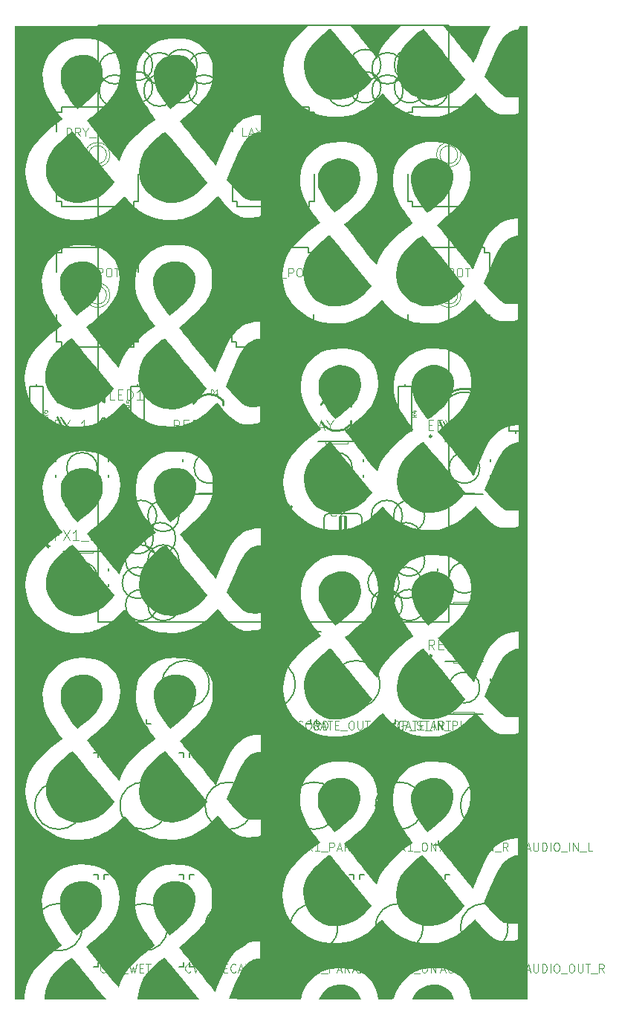
<source format=gbr>
%TF.GenerationSoftware,KiCad,Pcbnew,(6.0.2-0)*%
%TF.CreationDate,2022-03-24T13:34:33-04:00*%
%TF.ProjectId,dots-test,646f7473-2d74-4657-9374-2e6b69636164,rev?*%
%TF.SameCoordinates,Original*%
%TF.FileFunction,Legend,Top*%
%TF.FilePolarity,Positive*%
%FSLAX46Y46*%
G04 Gerber Fmt 4.6, Leading zero omitted, Abs format (unit mm)*
G04 Created by KiCad (PCBNEW (6.0.2-0)) date 2022-03-24 13:34:33*
%MOMM*%
%LPD*%
G01*
G04 APERTURE LIST*
%ADD10C,0.078516*%
%ADD11C,0.097536*%
%ADD12C,0.074778*%
%ADD13C,0.114301*%
%ADD14C,0.114300*%
%ADD15C,0.300000*%
%ADD16C,0.203200*%
%ADD17C,0.050800*%
%ADD18C,0.254000*%
%ADD19C,0.127000*%
%ADD20C,0.152400*%
%ADD21C,0.250000*%
%ADD22C,0.304800*%
G04 APERTURE END LIST*
D10*
%TO.C,LAYER_POT*%
X153228452Y-50993080D02*
X152757841Y-50993080D01*
X152757841Y-50004796D01*
X153510819Y-50710714D02*
X153981430Y-50710714D01*
X153416697Y-50993080D02*
X153746125Y-50004796D01*
X154075553Y-50993080D01*
X154593225Y-50522469D02*
X154593225Y-50993080D01*
X154263797Y-50004796D02*
X154593225Y-50522469D01*
X154922653Y-50004796D01*
X155252081Y-50475408D02*
X155581509Y-50475408D01*
X155722693Y-50993080D02*
X155252081Y-50993080D01*
X155252081Y-50004796D01*
X155722693Y-50004796D01*
X156710977Y-50993080D02*
X156381549Y-50522469D01*
X156146243Y-50993080D02*
X156146243Y-50004796D01*
X156522732Y-50004796D01*
X156616854Y-50051858D01*
X156663915Y-50098919D01*
X156710977Y-50193041D01*
X156710977Y-50334224D01*
X156663915Y-50428347D01*
X156616854Y-50475408D01*
X156522732Y-50522469D01*
X156146243Y-50522469D01*
X156899221Y-51087203D02*
X157652199Y-51087203D01*
X157887505Y-50993080D02*
X157887505Y-50004796D01*
X158263994Y-50004796D01*
X158358117Y-50051858D01*
X158405178Y-50098919D01*
X158452239Y-50193041D01*
X158452239Y-50334224D01*
X158405178Y-50428347D01*
X158358117Y-50475408D01*
X158263994Y-50522469D01*
X157887505Y-50522469D01*
X159064034Y-50004796D02*
X159252278Y-50004796D01*
X159346401Y-50051858D01*
X159440523Y-50145980D01*
X159487584Y-50334224D01*
X159487584Y-50663652D01*
X159440523Y-50851897D01*
X159346401Y-50946019D01*
X159252278Y-50993080D01*
X159064034Y-50993080D01*
X158969911Y-50946019D01*
X158875789Y-50851897D01*
X158828728Y-50663652D01*
X158828728Y-50334224D01*
X158875789Y-50145980D01*
X158969911Y-50051858D01*
X159064034Y-50004796D01*
X159769951Y-50004796D02*
X160334685Y-50004796D01*
X160052318Y-50993080D02*
X160052318Y-50004796D01*
D11*
%TO.C,D1*%
X149206618Y-80352648D02*
X149206618Y-79840584D01*
X149328538Y-79840584D01*
X149401690Y-79864968D01*
X149450458Y-79913736D01*
X149474842Y-79962504D01*
X149499226Y-80060040D01*
X149499226Y-80133192D01*
X149474842Y-80230728D01*
X149450458Y-80279496D01*
X149401690Y-80328264D01*
X149328538Y-80352648D01*
X149206618Y-80352648D01*
X149986906Y-80352648D02*
X149694298Y-80352648D01*
X149840602Y-80352648D02*
X149840602Y-79840584D01*
X149791834Y-79913736D01*
X149743066Y-79962504D01*
X149694298Y-79986888D01*
D10*
%TO.C,FX2_POT*%
X173089769Y-66477408D02*
X172760341Y-66477408D01*
X172760341Y-66995080D02*
X172760341Y-66006796D01*
X173230952Y-66006796D01*
X173513319Y-66006796D02*
X174172175Y-66995080D01*
X174172175Y-66006796D02*
X173513319Y-66995080D01*
X174501603Y-66100919D02*
X174548664Y-66053858D01*
X174642786Y-66006796D01*
X174878092Y-66006796D01*
X174972214Y-66053858D01*
X175019275Y-66100919D01*
X175066337Y-66195041D01*
X175066337Y-66289163D01*
X175019275Y-66430347D01*
X174454542Y-66995080D01*
X175066337Y-66995080D01*
X175254581Y-67089203D02*
X176007559Y-67089203D01*
X176242865Y-66995080D02*
X176242865Y-66006796D01*
X176619354Y-66006796D01*
X176713477Y-66053858D01*
X176760538Y-66100919D01*
X176807599Y-66195041D01*
X176807599Y-66336224D01*
X176760538Y-66430347D01*
X176713477Y-66477408D01*
X176619354Y-66524469D01*
X176242865Y-66524469D01*
X177419394Y-66006796D02*
X177607638Y-66006796D01*
X177701761Y-66053858D01*
X177795883Y-66147980D01*
X177842944Y-66336224D01*
X177842944Y-66665652D01*
X177795883Y-66853897D01*
X177701761Y-66948019D01*
X177607638Y-66995080D01*
X177419394Y-66995080D01*
X177325271Y-66948019D01*
X177231149Y-66853897D01*
X177184088Y-66665652D01*
X177184088Y-66336224D01*
X177231149Y-66147980D01*
X177325271Y-66053858D01*
X177419394Y-66006796D01*
X178125311Y-66006796D02*
X178690045Y-66006796D01*
X178407678Y-66995080D02*
X178407678Y-66006796D01*
D12*
%TO.C,GATE_OUT_LOOP_START*%
X161369927Y-117664789D02*
X161280287Y-117619968D01*
X161145826Y-117619968D01*
X161011366Y-117664789D01*
X160921726Y-117754429D01*
X160876906Y-117844069D01*
X160832086Y-118023349D01*
X160832086Y-118157810D01*
X160876906Y-118337090D01*
X160921726Y-118426730D01*
X161011366Y-118516370D01*
X161145826Y-118561190D01*
X161235466Y-118561190D01*
X161369927Y-118516370D01*
X161414747Y-118471550D01*
X161414747Y-118157810D01*
X161235466Y-118157810D01*
X161773308Y-118292270D02*
X162221509Y-118292270D01*
X161683667Y-118561190D02*
X161997408Y-117619968D01*
X162311149Y-118561190D01*
X162490429Y-117619968D02*
X163028270Y-117619968D01*
X162759350Y-118561190D02*
X162759350Y-117619968D01*
X163342011Y-118068169D02*
X163655752Y-118068169D01*
X163790212Y-118561190D02*
X163342011Y-118561190D01*
X163342011Y-117619968D01*
X163790212Y-117619968D01*
X163969492Y-118650831D02*
X164686614Y-118650831D01*
X165089995Y-117619968D02*
X165269275Y-117619968D01*
X165358915Y-117664789D01*
X165448555Y-117754429D01*
X165493375Y-117933709D01*
X165493375Y-118247450D01*
X165448555Y-118426730D01*
X165358915Y-118516370D01*
X165269275Y-118561190D01*
X165089995Y-118561190D01*
X165000354Y-118516370D01*
X164910714Y-118426730D01*
X164865894Y-118247450D01*
X164865894Y-117933709D01*
X164910714Y-117754429D01*
X165000354Y-117664789D01*
X165089995Y-117619968D01*
X165896756Y-117619968D02*
X165896756Y-118381910D01*
X165941576Y-118471550D01*
X165986397Y-118516370D01*
X166076037Y-118561190D01*
X166255317Y-118561190D01*
X166344957Y-118516370D01*
X166389777Y-118471550D01*
X166434597Y-118381910D01*
X166434597Y-117619968D01*
X166748338Y-117619968D02*
X167286179Y-117619968D01*
X167017259Y-118561190D02*
X167017259Y-117619968D01*
X167375819Y-118650831D02*
X168092941Y-118650831D01*
X168765242Y-118561190D02*
X168317041Y-118561190D01*
X168317041Y-117619968D01*
X169258263Y-117619968D02*
X169437544Y-117619968D01*
X169527184Y-117664789D01*
X169616824Y-117754429D01*
X169661644Y-117933709D01*
X169661644Y-118247450D01*
X169616824Y-118426730D01*
X169527184Y-118516370D01*
X169437544Y-118561190D01*
X169258263Y-118561190D01*
X169168623Y-118516370D01*
X169078983Y-118426730D01*
X169034163Y-118247450D01*
X169034163Y-117933709D01*
X169078983Y-117754429D01*
X169168623Y-117664789D01*
X169258263Y-117619968D01*
X170244306Y-117619968D02*
X170423586Y-117619968D01*
X170513226Y-117664789D01*
X170602866Y-117754429D01*
X170647686Y-117933709D01*
X170647686Y-118247450D01*
X170602866Y-118426730D01*
X170513226Y-118516370D01*
X170423586Y-118561190D01*
X170244306Y-118561190D01*
X170154665Y-118516370D01*
X170065025Y-118426730D01*
X170020205Y-118247450D01*
X170020205Y-117933709D01*
X170065025Y-117754429D01*
X170154665Y-117664789D01*
X170244306Y-117619968D01*
X171051067Y-118561190D02*
X171051067Y-117619968D01*
X171409628Y-117619968D01*
X171499268Y-117664789D01*
X171544088Y-117709609D01*
X171588908Y-117799249D01*
X171588908Y-117933709D01*
X171544088Y-118023349D01*
X171499268Y-118068169D01*
X171409628Y-118112989D01*
X171051067Y-118112989D01*
X171768189Y-118650831D02*
X172485310Y-118650831D01*
X172664591Y-118516370D02*
X172799051Y-118561190D01*
X173023151Y-118561190D01*
X173112792Y-118516370D01*
X173157612Y-118471550D01*
X173202432Y-118381910D01*
X173202432Y-118292270D01*
X173157612Y-118202630D01*
X173112792Y-118157810D01*
X173023151Y-118112989D01*
X172843871Y-118068169D01*
X172754231Y-118023349D01*
X172709411Y-117978529D01*
X172664591Y-117888889D01*
X172664591Y-117799249D01*
X172709411Y-117709609D01*
X172754231Y-117664789D01*
X172843871Y-117619968D01*
X173067972Y-117619968D01*
X173202432Y-117664789D01*
X173471352Y-117619968D02*
X174009194Y-117619968D01*
X173740273Y-118561190D02*
X173740273Y-117619968D01*
X174278114Y-118292270D02*
X174726315Y-118292270D01*
X174188474Y-118561190D02*
X174502215Y-117619968D01*
X174815955Y-118561190D01*
X175667537Y-118561190D02*
X175353796Y-118112989D01*
X175129696Y-118561190D02*
X175129696Y-117619968D01*
X175488257Y-117619968D01*
X175577897Y-117664789D01*
X175622717Y-117709609D01*
X175667537Y-117799249D01*
X175667537Y-117933709D01*
X175622717Y-118023349D01*
X175577897Y-118068169D01*
X175488257Y-118112989D01*
X175129696Y-118112989D01*
X175936458Y-117619968D02*
X176474299Y-117619968D01*
X176205378Y-118561190D02*
X176205378Y-117619968D01*
D13*
%TO.C,EFX2_ON*%
X173967424Y-83872409D02*
X174352660Y-83872409D01*
X174517761Y-84477780D02*
X173967424Y-84477780D01*
X173967424Y-83322072D01*
X174517761Y-83322072D01*
X175398300Y-83872409D02*
X175013064Y-83872409D01*
X175013064Y-84477780D02*
X175013064Y-83322072D01*
X175563401Y-83322072D01*
X175893604Y-83322072D02*
X176664076Y-84477780D01*
X176664076Y-83322072D02*
X175893604Y-84477780D01*
X177049312Y-83432139D02*
X177104345Y-83377106D01*
X177214413Y-83322072D01*
X177489581Y-83322072D01*
X177599649Y-83377106D01*
X177654683Y-83432139D01*
X177709716Y-83542207D01*
X177709716Y-83652274D01*
X177654683Y-83817375D01*
X176994278Y-84477780D01*
X177709716Y-84477780D01*
X177929851Y-84587847D02*
X178810391Y-84587847D01*
X179305694Y-83322072D02*
X179525829Y-83322072D01*
X179635896Y-83377106D01*
X179745964Y-83487173D01*
X179800997Y-83707308D01*
X179800997Y-84092544D01*
X179745964Y-84312679D01*
X179635896Y-84422746D01*
X179525829Y-84477780D01*
X179305694Y-84477780D01*
X179195627Y-84422746D01*
X179085559Y-84312679D01*
X179030525Y-84092544D01*
X179030525Y-83707308D01*
X179085559Y-83487173D01*
X179195627Y-83377106D01*
X179305694Y-83322072D01*
X180296301Y-84477780D02*
X180296301Y-83322072D01*
X180956705Y-84477780D01*
X180956705Y-83322072D01*
D12*
%TO.C,CV1_DRY*%
X137157747Y-132314550D02*
X137112927Y-132359370D01*
X136978466Y-132404190D01*
X136888826Y-132404190D01*
X136754366Y-132359370D01*
X136664726Y-132269730D01*
X136619906Y-132180090D01*
X136575086Y-132000810D01*
X136575086Y-131866349D01*
X136619906Y-131687069D01*
X136664726Y-131597429D01*
X136754366Y-131507789D01*
X136888826Y-131462968D01*
X136978466Y-131462968D01*
X137112927Y-131507789D01*
X137157747Y-131552609D01*
X137426667Y-131462968D02*
X137740408Y-132404190D01*
X138054149Y-131462968D01*
X138860910Y-132404190D02*
X138323069Y-132404190D01*
X138591990Y-132404190D02*
X138591990Y-131462968D01*
X138502350Y-131597429D01*
X138412709Y-131687069D01*
X138323069Y-131731889D01*
X139040191Y-132493831D02*
X139757312Y-132493831D01*
X139981413Y-132404190D02*
X139981413Y-131462968D01*
X140205513Y-131462968D01*
X140339974Y-131507789D01*
X140429614Y-131597429D01*
X140474434Y-131687069D01*
X140519254Y-131866349D01*
X140519254Y-132000810D01*
X140474434Y-132180090D01*
X140429614Y-132269730D01*
X140339974Y-132359370D01*
X140205513Y-132404190D01*
X139981413Y-132404190D01*
X141460476Y-132404190D02*
X141146735Y-131955989D01*
X140922635Y-132404190D02*
X140922635Y-131462968D01*
X141281196Y-131462968D01*
X141370836Y-131507789D01*
X141415656Y-131552609D01*
X141460476Y-131642249D01*
X141460476Y-131776709D01*
X141415656Y-131866349D01*
X141370836Y-131911169D01*
X141281196Y-131955989D01*
X140922635Y-131955989D01*
X142043137Y-131955989D02*
X142043137Y-132404190D01*
X141729397Y-131462968D02*
X142043137Y-131955989D01*
X142356878Y-131462968D01*
D11*
%TO.C,R3*%
X183111648Y-81564073D02*
X182867808Y-81734761D01*
X183111648Y-81856681D02*
X182599584Y-81856681D01*
X182599584Y-81661609D01*
X182623968Y-81612841D01*
X182648352Y-81588457D01*
X182697120Y-81564073D01*
X182770272Y-81564073D01*
X182819040Y-81588457D01*
X182843424Y-81612841D01*
X182867808Y-81661609D01*
X182867808Y-81856681D01*
X182599584Y-81393385D02*
X182599584Y-81076393D01*
X182794656Y-81247081D01*
X182794656Y-81173929D01*
X182819040Y-81125161D01*
X182843424Y-81100777D01*
X182892192Y-81076393D01*
X183014112Y-81076393D01*
X183062880Y-81100777D01*
X183087264Y-81125161D01*
X183111648Y-81173929D01*
X183111648Y-81320233D01*
X183087264Y-81369001D01*
X183062880Y-81393385D01*
D12*
%TO.C,CV7_EFX1_ON*%
X166266147Y-132314550D02*
X166221327Y-132359370D01*
X166086866Y-132404190D01*
X165997226Y-132404190D01*
X165862766Y-132359370D01*
X165773126Y-132269730D01*
X165728306Y-132180090D01*
X165683486Y-132000810D01*
X165683486Y-131866349D01*
X165728306Y-131687069D01*
X165773126Y-131597429D01*
X165862766Y-131507789D01*
X165997226Y-131462968D01*
X166086866Y-131462968D01*
X166221327Y-131507789D01*
X166266147Y-131552609D01*
X166535067Y-131462968D02*
X166848808Y-132404190D01*
X167162549Y-131462968D01*
X167386649Y-131462968D02*
X168014131Y-131462968D01*
X167610750Y-132404190D01*
X168148591Y-132493831D02*
X168865712Y-132493831D01*
X169089813Y-131911169D02*
X169403553Y-131911169D01*
X169538014Y-132404190D02*
X169089813Y-132404190D01*
X169089813Y-131462968D01*
X169538014Y-131462968D01*
X170255135Y-131911169D02*
X169941395Y-131911169D01*
X169941395Y-132404190D02*
X169941395Y-131462968D01*
X170389596Y-131462968D01*
X170658516Y-131462968D02*
X171285997Y-132404190D01*
X171285997Y-131462968D02*
X170658516Y-132404190D01*
X172137579Y-132404190D02*
X171599738Y-132404190D01*
X171868659Y-132404190D02*
X171868659Y-131462968D01*
X171779019Y-131597429D01*
X171689378Y-131687069D01*
X171599738Y-131731889D01*
X172316860Y-132493831D02*
X173033981Y-132493831D01*
X173437362Y-131462968D02*
X173616642Y-131462968D01*
X173706283Y-131507789D01*
X173795923Y-131597429D01*
X173840743Y-131776709D01*
X173840743Y-132090450D01*
X173795923Y-132269730D01*
X173706283Y-132359370D01*
X173616642Y-132404190D01*
X173437362Y-132404190D01*
X173347722Y-132359370D01*
X173258082Y-132269730D01*
X173213262Y-132090450D01*
X173213262Y-131776709D01*
X173258082Y-131597429D01*
X173347722Y-131507789D01*
X173437362Y-131462968D01*
X174244124Y-132404190D02*
X174244124Y-131462968D01*
X174781965Y-132404190D01*
X174781965Y-131462968D01*
D13*
%TO.C,PLAY*%
X159447124Y-84477780D02*
X159447124Y-83322072D01*
X159887393Y-83322072D01*
X159997461Y-83377106D01*
X160052495Y-83432139D01*
X160107528Y-83542207D01*
X160107528Y-83707308D01*
X160052495Y-83817375D01*
X159997461Y-83872409D01*
X159887393Y-83927443D01*
X159447124Y-83927443D01*
X161153169Y-84477780D02*
X160602832Y-84477780D01*
X160602832Y-83322072D01*
X161483371Y-84147578D02*
X162033708Y-84147578D01*
X161373304Y-84477780D02*
X161758540Y-83322072D01*
X162143776Y-84477780D01*
X162749147Y-83927443D02*
X162749147Y-84477780D01*
X162363911Y-83322072D02*
X162749147Y-83927443D01*
X163134383Y-83322072D01*
D11*
%TO.C,R5*%
X140058648Y-81564073D02*
X139814808Y-81734761D01*
X140058648Y-81856681D02*
X139546584Y-81856681D01*
X139546584Y-81661609D01*
X139570968Y-81612841D01*
X139595352Y-81588457D01*
X139644120Y-81564073D01*
X139717272Y-81564073D01*
X139766040Y-81588457D01*
X139790424Y-81612841D01*
X139814808Y-81661609D01*
X139814808Y-81856681D01*
X139546584Y-81100777D02*
X139546584Y-81344617D01*
X139790424Y-81369001D01*
X139766040Y-81344617D01*
X139741656Y-81295849D01*
X139741656Y-81173929D01*
X139766040Y-81125161D01*
X139790424Y-81100777D01*
X139839192Y-81076393D01*
X139961112Y-81076393D01*
X140009880Y-81100777D01*
X140034264Y-81125161D01*
X140058648Y-81173929D01*
X140058648Y-81295849D01*
X140034264Y-81344617D01*
X140009880Y-81369001D01*
D13*
%TO.C,RESET*%
X174627828Y-109496780D02*
X174242592Y-108946443D01*
X173967424Y-109496780D02*
X173967424Y-108341072D01*
X174407693Y-108341072D01*
X174517761Y-108396106D01*
X174572795Y-108451139D01*
X174627828Y-108561207D01*
X174627828Y-108726308D01*
X174572795Y-108836375D01*
X174517761Y-108891409D01*
X174407693Y-108946443D01*
X173967424Y-108946443D01*
X175123132Y-108891409D02*
X175508368Y-108891409D01*
X175673469Y-109496780D02*
X175123132Y-109496780D01*
X175123132Y-108341072D01*
X175673469Y-108341072D01*
X176113739Y-109441746D02*
X176278840Y-109496780D01*
X176554008Y-109496780D01*
X176664076Y-109441746D01*
X176719109Y-109386712D01*
X176774143Y-109276645D01*
X176774143Y-109166578D01*
X176719109Y-109056510D01*
X176664076Y-109001476D01*
X176554008Y-108946443D01*
X176333873Y-108891409D01*
X176223806Y-108836375D01*
X176168772Y-108781342D01*
X176113739Y-108671274D01*
X176113739Y-108561207D01*
X176168772Y-108451139D01*
X176223806Y-108396106D01*
X176333873Y-108341072D01*
X176609042Y-108341072D01*
X176774143Y-108396106D01*
X177269447Y-108891409D02*
X177654683Y-108891409D01*
X177819784Y-109496780D02*
X177269447Y-109496780D01*
X177269447Y-108341072D01*
X177819784Y-108341072D01*
X178149986Y-108341072D02*
X178810391Y-108341072D01*
X178480188Y-109496780D02*
X178480188Y-108341072D01*
D12*
%TO.C,GATE_IN_PLAY*%
X171021927Y-117664789D02*
X170932287Y-117619968D01*
X170797826Y-117619968D01*
X170663366Y-117664789D01*
X170573726Y-117754429D01*
X170528906Y-117844069D01*
X170484086Y-118023349D01*
X170484086Y-118157810D01*
X170528906Y-118337090D01*
X170573726Y-118426730D01*
X170663366Y-118516370D01*
X170797826Y-118561190D01*
X170887466Y-118561190D01*
X171021927Y-118516370D01*
X171066747Y-118471550D01*
X171066747Y-118157810D01*
X170887466Y-118157810D01*
X171425308Y-118292270D02*
X171873509Y-118292270D01*
X171335667Y-118561190D02*
X171649408Y-117619968D01*
X171963149Y-118561190D01*
X172142429Y-117619968D02*
X172680270Y-117619968D01*
X172411350Y-118561190D02*
X172411350Y-117619968D01*
X172994011Y-118068169D02*
X173307752Y-118068169D01*
X173442212Y-118561190D02*
X172994011Y-118561190D01*
X172994011Y-117619968D01*
X173442212Y-117619968D01*
X173621492Y-118650831D02*
X174338614Y-118650831D01*
X174562714Y-118561190D02*
X174562714Y-117619968D01*
X175010915Y-118561190D02*
X175010915Y-117619968D01*
X175548756Y-118561190D01*
X175548756Y-117619968D01*
X175772857Y-118650831D02*
X176489978Y-118650831D01*
X176714079Y-118561190D02*
X176714079Y-117619968D01*
X177072640Y-117619968D01*
X177162280Y-117664789D01*
X177207100Y-117709609D01*
X177251920Y-117799249D01*
X177251920Y-117933709D01*
X177207100Y-118023349D01*
X177162280Y-118068169D01*
X177072640Y-118112989D01*
X176714079Y-118112989D01*
X178103502Y-118561190D02*
X177655301Y-118561190D01*
X177655301Y-117619968D01*
X178372422Y-118292270D02*
X178820623Y-118292270D01*
X178282782Y-118561190D02*
X178596523Y-117619968D01*
X178910263Y-118561190D01*
X179403285Y-118112989D02*
X179403285Y-118561190D01*
X179089544Y-117619968D02*
X179403285Y-118112989D01*
X179717025Y-117619968D01*
D10*
%TO.C,DECAY_POT*%
X152694341Y-66995080D02*
X152694341Y-66006796D01*
X152929646Y-66006796D01*
X153070830Y-66053858D01*
X153164952Y-66147980D01*
X153212013Y-66242102D01*
X153259074Y-66430347D01*
X153259074Y-66571530D01*
X153212013Y-66759775D01*
X153164952Y-66853897D01*
X153070830Y-66948019D01*
X152929646Y-66995080D01*
X152694341Y-66995080D01*
X153682625Y-66477408D02*
X154012053Y-66477408D01*
X154153236Y-66995080D02*
X153682625Y-66995080D01*
X153682625Y-66006796D01*
X154153236Y-66006796D01*
X155141520Y-66900958D02*
X155094459Y-66948019D01*
X154953275Y-66995080D01*
X154859153Y-66995080D01*
X154717970Y-66948019D01*
X154623847Y-66853897D01*
X154576786Y-66759775D01*
X154529725Y-66571530D01*
X154529725Y-66430347D01*
X154576786Y-66242102D01*
X154623847Y-66147980D01*
X154717970Y-66053858D01*
X154859153Y-66006796D01*
X154953275Y-66006796D01*
X155094459Y-66053858D01*
X155141520Y-66100919D01*
X155518009Y-66712714D02*
X155988621Y-66712714D01*
X155423887Y-66995080D02*
X155753315Y-66006796D01*
X156082743Y-66995080D01*
X156600415Y-66524469D02*
X156600415Y-66995080D01*
X156270987Y-66006796D02*
X156600415Y-66524469D01*
X156929843Y-66006796D01*
X157023966Y-67089203D02*
X157776944Y-67089203D01*
X158012250Y-66995080D02*
X158012250Y-66006796D01*
X158388739Y-66006796D01*
X158482861Y-66053858D01*
X158529922Y-66100919D01*
X158576983Y-66195041D01*
X158576983Y-66336224D01*
X158529922Y-66430347D01*
X158482861Y-66477408D01*
X158388739Y-66524469D01*
X158012250Y-66524469D01*
X159188778Y-66006796D02*
X159377023Y-66006796D01*
X159471145Y-66053858D01*
X159565267Y-66147980D01*
X159612329Y-66336224D01*
X159612329Y-66665652D01*
X159565267Y-66853897D01*
X159471145Y-66948019D01*
X159377023Y-66995080D01*
X159188778Y-66995080D01*
X159094656Y-66948019D01*
X159000534Y-66853897D01*
X158953473Y-66665652D01*
X158953473Y-66336224D01*
X159000534Y-66147980D01*
X159094656Y-66053858D01*
X159188778Y-66006796D01*
X159894695Y-66006796D02*
X160459429Y-66006796D01*
X160177062Y-66995080D02*
X160177062Y-66006796D01*
D14*
%TO.C,LED2*%
X181755795Y-81507416D02*
X181205461Y-81507416D01*
X181205461Y-80351716D01*
X182141028Y-80902050D02*
X182526261Y-80902050D01*
X182691361Y-81507416D02*
X182141028Y-81507416D01*
X182141028Y-80351716D01*
X182691361Y-80351716D01*
X183186661Y-81507416D02*
X183186661Y-80351716D01*
X183461828Y-80351716D01*
X183626928Y-80406750D01*
X183736995Y-80516816D01*
X183792028Y-80626883D01*
X183847061Y-80847016D01*
X183847061Y-81012116D01*
X183792028Y-81232250D01*
X183736995Y-81342316D01*
X183626928Y-81452383D01*
X183461828Y-81507416D01*
X183186661Y-81507416D01*
X184287328Y-80461783D02*
X184342361Y-80406750D01*
X184452428Y-80351716D01*
X184727595Y-80351716D01*
X184837661Y-80406750D01*
X184892695Y-80461783D01*
X184947728Y-80571850D01*
X184947728Y-80681916D01*
X184892695Y-80847016D01*
X184232295Y-81507416D01*
X184947728Y-81507416D01*
D13*
%TO.C,EFX_1_ON*%
X130406424Y-83872409D02*
X130791660Y-83872409D01*
X130956761Y-84477780D02*
X130406424Y-84477780D01*
X130406424Y-83322072D01*
X130956761Y-83322072D01*
X131837300Y-83872409D02*
X131452064Y-83872409D01*
X131452064Y-84477780D02*
X131452064Y-83322072D01*
X132002401Y-83322072D01*
X132332604Y-83322072D02*
X133103076Y-84477780D01*
X133103076Y-83322072D02*
X132332604Y-84477780D01*
X133268177Y-84587847D02*
X134148716Y-84587847D01*
X135029256Y-84477780D02*
X134368851Y-84477780D01*
X134699053Y-84477780D02*
X134699053Y-83322072D01*
X134588986Y-83487173D01*
X134478919Y-83597240D01*
X134368851Y-83652274D01*
X135249391Y-84587847D02*
X136129930Y-84587847D01*
X136625233Y-83322072D02*
X136845368Y-83322072D01*
X136955436Y-83377106D01*
X137065503Y-83487173D01*
X137120537Y-83707308D01*
X137120537Y-84092544D01*
X137065503Y-84312679D01*
X136955436Y-84422746D01*
X136845368Y-84477780D01*
X136625233Y-84477780D01*
X136515166Y-84422746D01*
X136405099Y-84312679D01*
X136350065Y-84092544D01*
X136350065Y-83707308D01*
X136405099Y-83487173D01*
X136515166Y-83377106D01*
X136625233Y-83322072D01*
X137615840Y-84477780D02*
X137615840Y-83322072D01*
X138276245Y-84477780D01*
X138276245Y-83322072D01*
D12*
%TO.C,CV8_EFX2_ON*%
X166266147Y-146157550D02*
X166221327Y-146202370D01*
X166086866Y-146247190D01*
X165997226Y-146247190D01*
X165862766Y-146202370D01*
X165773126Y-146112730D01*
X165728306Y-146023090D01*
X165683486Y-145843810D01*
X165683486Y-145709349D01*
X165728306Y-145530069D01*
X165773126Y-145440429D01*
X165862766Y-145350789D01*
X165997226Y-145305968D01*
X166086866Y-145305968D01*
X166221327Y-145350789D01*
X166266147Y-145395609D01*
X166535067Y-145305968D02*
X166848808Y-146247190D01*
X167162549Y-145305968D01*
X167610750Y-145709349D02*
X167521109Y-145664529D01*
X167476289Y-145619709D01*
X167431469Y-145530069D01*
X167431469Y-145485249D01*
X167476289Y-145395609D01*
X167521109Y-145350789D01*
X167610750Y-145305968D01*
X167790030Y-145305968D01*
X167879670Y-145350789D01*
X167924490Y-145395609D01*
X167969310Y-145485249D01*
X167969310Y-145530069D01*
X167924490Y-145619709D01*
X167879670Y-145664529D01*
X167790030Y-145709349D01*
X167610750Y-145709349D01*
X167521109Y-145754169D01*
X167476289Y-145798989D01*
X167431469Y-145888630D01*
X167431469Y-146067910D01*
X167476289Y-146157550D01*
X167521109Y-146202370D01*
X167610750Y-146247190D01*
X167790030Y-146247190D01*
X167879670Y-146202370D01*
X167924490Y-146157550D01*
X167969310Y-146067910D01*
X167969310Y-145888630D01*
X167924490Y-145798989D01*
X167879670Y-145754169D01*
X167790030Y-145709349D01*
X168148591Y-146336831D02*
X168865712Y-146336831D01*
X169089813Y-145754169D02*
X169403553Y-145754169D01*
X169538014Y-146247190D02*
X169089813Y-146247190D01*
X169089813Y-145305968D01*
X169538014Y-145305968D01*
X170255135Y-145754169D02*
X169941395Y-145754169D01*
X169941395Y-146247190D02*
X169941395Y-145305968D01*
X170389596Y-145305968D01*
X170658516Y-145305968D02*
X171285997Y-146247190D01*
X171285997Y-145305968D02*
X170658516Y-146247190D01*
X171599738Y-145395609D02*
X171644558Y-145350789D01*
X171734198Y-145305968D01*
X171958299Y-145305968D01*
X172047939Y-145350789D01*
X172092759Y-145395609D01*
X172137579Y-145485249D01*
X172137579Y-145574889D01*
X172092759Y-145709349D01*
X171554918Y-146247190D01*
X172137579Y-146247190D01*
X172316860Y-146336831D02*
X173033981Y-146336831D01*
X173437362Y-145305968D02*
X173616642Y-145305968D01*
X173706283Y-145350789D01*
X173795923Y-145440429D01*
X173840743Y-145619709D01*
X173840743Y-145933450D01*
X173795923Y-146112730D01*
X173706283Y-146202370D01*
X173616642Y-146247190D01*
X173437362Y-146247190D01*
X173347722Y-146202370D01*
X173258082Y-146112730D01*
X173213262Y-145933450D01*
X173213262Y-145619709D01*
X173258082Y-145440429D01*
X173347722Y-145350789D01*
X173437362Y-145305968D01*
X174244124Y-146247190D02*
X174244124Y-145305968D01*
X174781965Y-146247190D01*
X174781965Y-145305968D01*
D10*
%TO.C,DRY_POT*%
X132755341Y-50993080D02*
X132755341Y-50004796D01*
X132990646Y-50004796D01*
X133131830Y-50051858D01*
X133225952Y-50145980D01*
X133273013Y-50240102D01*
X133320074Y-50428347D01*
X133320074Y-50569530D01*
X133273013Y-50757775D01*
X133225952Y-50851897D01*
X133131830Y-50946019D01*
X132990646Y-50993080D01*
X132755341Y-50993080D01*
X134308358Y-50993080D02*
X133978930Y-50522469D01*
X133743625Y-50993080D02*
X133743625Y-50004796D01*
X134120114Y-50004796D01*
X134214236Y-50051858D01*
X134261297Y-50098919D01*
X134308358Y-50193041D01*
X134308358Y-50334224D01*
X134261297Y-50428347D01*
X134214236Y-50475408D01*
X134120114Y-50522469D01*
X133743625Y-50522469D01*
X134920153Y-50522469D02*
X134920153Y-50993080D01*
X134590725Y-50004796D02*
X134920153Y-50522469D01*
X135249581Y-50004796D01*
X135343703Y-51087203D02*
X136096682Y-51087203D01*
X136331987Y-50993080D02*
X136331987Y-50004796D01*
X136708477Y-50004796D01*
X136802599Y-50051858D01*
X136849660Y-50098919D01*
X136896721Y-50193041D01*
X136896721Y-50334224D01*
X136849660Y-50428347D01*
X136802599Y-50475408D01*
X136708477Y-50522469D01*
X136331987Y-50522469D01*
X137508516Y-50004796D02*
X137696761Y-50004796D01*
X137790883Y-50051858D01*
X137885005Y-50145980D01*
X137932066Y-50334224D01*
X137932066Y-50663652D01*
X137885005Y-50851897D01*
X137790883Y-50946019D01*
X137696761Y-50993080D01*
X137508516Y-50993080D01*
X137414394Y-50946019D01*
X137320271Y-50851897D01*
X137273210Y-50663652D01*
X137273210Y-50334224D01*
X137320271Y-50145980D01*
X137414394Y-50051858D01*
X137508516Y-50004796D01*
X138214433Y-50004796D02*
X138779167Y-50004796D01*
X138496800Y-50993080D02*
X138496800Y-50004796D01*
D12*
%TO.C,CV4_DECAY*%
X146860547Y-146157550D02*
X146815727Y-146202370D01*
X146681266Y-146247190D01*
X146591626Y-146247190D01*
X146457166Y-146202370D01*
X146367526Y-146112730D01*
X146322706Y-146023090D01*
X146277886Y-145843810D01*
X146277886Y-145709349D01*
X146322706Y-145530069D01*
X146367526Y-145440429D01*
X146457166Y-145350789D01*
X146591626Y-145305968D01*
X146681266Y-145305968D01*
X146815727Y-145350789D01*
X146860547Y-145395609D01*
X147129467Y-145305968D02*
X147443208Y-146247190D01*
X147756949Y-145305968D01*
X148474070Y-145619709D02*
X148474070Y-146247190D01*
X148249970Y-145261148D02*
X148025869Y-145933450D01*
X148608531Y-145933450D01*
X148742991Y-146336831D02*
X149460112Y-146336831D01*
X149684213Y-146247190D02*
X149684213Y-145305968D01*
X149908313Y-145305968D01*
X150042774Y-145350789D01*
X150132414Y-145440429D01*
X150177234Y-145530069D01*
X150222054Y-145709349D01*
X150222054Y-145843810D01*
X150177234Y-146023090D01*
X150132414Y-146112730D01*
X150042774Y-146202370D01*
X149908313Y-146247190D01*
X149684213Y-146247190D01*
X150625435Y-145754169D02*
X150939175Y-145754169D01*
X151073636Y-146247190D02*
X150625435Y-146247190D01*
X150625435Y-145305968D01*
X151073636Y-145305968D01*
X152014858Y-146157550D02*
X151970038Y-146202370D01*
X151835577Y-146247190D01*
X151745937Y-146247190D01*
X151611477Y-146202370D01*
X151521837Y-146112730D01*
X151477017Y-146023090D01*
X151432197Y-145843810D01*
X151432197Y-145709349D01*
X151477017Y-145530069D01*
X151521837Y-145440429D01*
X151611477Y-145350789D01*
X151745937Y-145305968D01*
X151835577Y-145305968D01*
X151970038Y-145350789D01*
X152014858Y-145395609D01*
X152373419Y-145978270D02*
X152821619Y-145978270D01*
X152283778Y-146247190D02*
X152597519Y-145305968D01*
X152911260Y-146247190D01*
X153404281Y-145798989D02*
X153404281Y-146247190D01*
X153090540Y-145305968D02*
X153404281Y-145798989D01*
X153718021Y-145305968D01*
D13*
%TO.C,EFX1_SEL*%
X130406424Y-96381909D02*
X130791660Y-96381909D01*
X130956761Y-96987280D02*
X130406424Y-96987280D01*
X130406424Y-95831572D01*
X130956761Y-95831572D01*
X131837300Y-96381909D02*
X131452064Y-96381909D01*
X131452064Y-96987280D02*
X131452064Y-95831572D01*
X132002401Y-95831572D01*
X132332604Y-95831572D02*
X133103076Y-96987280D01*
X133103076Y-95831572D02*
X132332604Y-96987280D01*
X134148716Y-96987280D02*
X133488312Y-96987280D01*
X133818514Y-96987280D02*
X133818514Y-95831572D01*
X133708447Y-95996673D01*
X133598379Y-96106740D01*
X133488312Y-96161774D01*
X134368851Y-97097347D02*
X135249391Y-97097347D01*
X135469525Y-96932246D02*
X135634627Y-96987280D01*
X135909795Y-96987280D01*
X136019863Y-96932246D01*
X136074896Y-96877212D01*
X136129930Y-96767145D01*
X136129930Y-96657078D01*
X136074896Y-96547010D01*
X136019863Y-96491976D01*
X135909795Y-96436943D01*
X135689660Y-96381909D01*
X135579593Y-96326875D01*
X135524559Y-96271842D01*
X135469525Y-96161774D01*
X135469525Y-96051707D01*
X135524559Y-95941639D01*
X135579593Y-95886606D01*
X135689660Y-95831572D01*
X135964829Y-95831572D01*
X136129930Y-95886606D01*
X136625233Y-96381909D02*
X137010469Y-96381909D01*
X137175571Y-96987280D02*
X136625233Y-96987280D01*
X136625233Y-95831572D01*
X137175571Y-95831572D01*
X138221211Y-96987280D02*
X137670874Y-96987280D01*
X137670874Y-95831572D01*
D11*
%TO.C,R4*%
X172570648Y-82690614D02*
X172326808Y-82861302D01*
X172570648Y-82983222D02*
X172058584Y-82983222D01*
X172058584Y-82788150D01*
X172082968Y-82739382D01*
X172107352Y-82714998D01*
X172156120Y-82690614D01*
X172229272Y-82690614D01*
X172278040Y-82714998D01*
X172302424Y-82739382D01*
X172326808Y-82788150D01*
X172326808Y-82983222D01*
X172229272Y-82251702D02*
X172570648Y-82251702D01*
X172034200Y-82373622D02*
X172399960Y-82495542D01*
X172399960Y-82178550D01*
D14*
%TO.C,LED1*%
X138194795Y-80999416D02*
X137644461Y-80999416D01*
X137644461Y-79843716D01*
X138580028Y-80394050D02*
X138965261Y-80394050D01*
X139130361Y-80999416D02*
X138580028Y-80999416D01*
X138580028Y-79843716D01*
X139130361Y-79843716D01*
X139625661Y-80999416D02*
X139625661Y-79843716D01*
X139900828Y-79843716D01*
X140065928Y-79898750D01*
X140175995Y-80008816D01*
X140231028Y-80118883D01*
X140286061Y-80339016D01*
X140286061Y-80504116D01*
X140231028Y-80724250D01*
X140175995Y-80834316D01*
X140065928Y-80944383D01*
X139900828Y-80999416D01*
X139625661Y-80999416D01*
X141386728Y-80999416D02*
X140726328Y-80999416D01*
X141056528Y-80999416D02*
X141056528Y-79843716D01*
X140946461Y-80008816D01*
X140836395Y-80118883D01*
X140726328Y-80173916D01*
D12*
%TO.C,CV5_FX1_PARAM*%
X156563347Y-132314550D02*
X156518527Y-132359370D01*
X156384066Y-132404190D01*
X156294426Y-132404190D01*
X156159966Y-132359370D01*
X156070326Y-132269730D01*
X156025506Y-132180090D01*
X155980686Y-132000810D01*
X155980686Y-131866349D01*
X156025506Y-131687069D01*
X156070326Y-131597429D01*
X156159966Y-131507789D01*
X156294426Y-131462968D01*
X156384066Y-131462968D01*
X156518527Y-131507789D01*
X156563347Y-131552609D01*
X156832267Y-131462968D02*
X157146008Y-132404190D01*
X157459749Y-131462968D01*
X158221690Y-131462968D02*
X157773489Y-131462968D01*
X157728669Y-131911169D01*
X157773489Y-131866349D01*
X157863130Y-131821529D01*
X158087230Y-131821529D01*
X158176870Y-131866349D01*
X158221690Y-131911169D01*
X158266510Y-132000810D01*
X158266510Y-132224910D01*
X158221690Y-132314550D01*
X158176870Y-132359370D01*
X158087230Y-132404190D01*
X157863130Y-132404190D01*
X157773489Y-132359370D01*
X157728669Y-132314550D01*
X158445791Y-132493831D02*
X159162912Y-132493831D01*
X159700753Y-131911169D02*
X159387013Y-131911169D01*
X159387013Y-132404190D02*
X159387013Y-131462968D01*
X159835214Y-131462968D01*
X160104134Y-131462968D02*
X160731616Y-132404190D01*
X160731616Y-131462968D02*
X160104134Y-132404190D01*
X161583197Y-132404190D02*
X161045356Y-132404190D01*
X161314277Y-132404190D02*
X161314277Y-131462968D01*
X161224637Y-131597429D01*
X161134997Y-131687069D01*
X161045356Y-131731889D01*
X161762478Y-132493831D02*
X162479599Y-132493831D01*
X162703700Y-132404190D02*
X162703700Y-131462968D01*
X163062261Y-131462968D01*
X163151901Y-131507789D01*
X163196721Y-131552609D01*
X163241541Y-131642249D01*
X163241541Y-131776709D01*
X163196721Y-131866349D01*
X163151901Y-131911169D01*
X163062261Y-131955989D01*
X162703700Y-131955989D01*
X163600102Y-132135270D02*
X164048303Y-132135270D01*
X163510462Y-132404190D02*
X163824202Y-131462968D01*
X164137943Y-132404190D01*
X164989525Y-132404190D02*
X164675784Y-131955989D01*
X164451684Y-132404190D02*
X164451684Y-131462968D01*
X164810244Y-131462968D01*
X164899885Y-131507789D01*
X164944705Y-131552609D01*
X164989525Y-131642249D01*
X164989525Y-131776709D01*
X164944705Y-131866349D01*
X164899885Y-131911169D01*
X164810244Y-131955989D01*
X164451684Y-131955989D01*
X165348085Y-132135270D02*
X165796286Y-132135270D01*
X165258445Y-132404190D02*
X165572186Y-131462968D01*
X165885927Y-132404190D01*
X166199667Y-132404190D02*
X166199667Y-131462968D01*
X166513408Y-132135270D01*
X166827149Y-131462968D01*
X166827149Y-132404190D01*
D13*
%TO.C,EFX2_SEL*%
X173967424Y-96381909D02*
X174352660Y-96381909D01*
X174517761Y-96987280D02*
X173967424Y-96987280D01*
X173967424Y-95831572D01*
X174517761Y-95831572D01*
X175398300Y-96381909D02*
X175013064Y-96381909D01*
X175013064Y-96987280D02*
X175013064Y-95831572D01*
X175563401Y-95831572D01*
X175893604Y-95831572D02*
X176664076Y-96987280D01*
X176664076Y-95831572D02*
X175893604Y-96987280D01*
X177049312Y-95941639D02*
X177104345Y-95886606D01*
X177214413Y-95831572D01*
X177489581Y-95831572D01*
X177599649Y-95886606D01*
X177654683Y-95941639D01*
X177709716Y-96051707D01*
X177709716Y-96161774D01*
X177654683Y-96326875D01*
X176994278Y-96987280D01*
X177709716Y-96987280D01*
X177929851Y-97097347D02*
X178810391Y-97097347D01*
X179030525Y-96932246D02*
X179195627Y-96987280D01*
X179470795Y-96987280D01*
X179580863Y-96932246D01*
X179635896Y-96877212D01*
X179690930Y-96767145D01*
X179690930Y-96657078D01*
X179635896Y-96547010D01*
X179580863Y-96491976D01*
X179470795Y-96436943D01*
X179250660Y-96381909D01*
X179140593Y-96326875D01*
X179085559Y-96271842D01*
X179030525Y-96161774D01*
X179030525Y-96051707D01*
X179085559Y-95941639D01*
X179140593Y-95886606D01*
X179250660Y-95831572D01*
X179525829Y-95831572D01*
X179690930Y-95886606D01*
X180186233Y-96381909D02*
X180571469Y-96381909D01*
X180736571Y-96987280D02*
X180186233Y-96987280D01*
X180186233Y-95831572D01*
X180736571Y-95831572D01*
X181782211Y-96987280D02*
X181231874Y-96987280D01*
X181231874Y-95831572D01*
D12*
%TO.C,AUDIO_OUT_R*%
X185089086Y-145978270D02*
X185537287Y-145978270D01*
X184999445Y-146247190D02*
X185313186Y-145305968D01*
X185626927Y-146247190D01*
X185940667Y-145305968D02*
X185940667Y-146067910D01*
X185985487Y-146157550D01*
X186030308Y-146202370D01*
X186119948Y-146247190D01*
X186299228Y-146247190D01*
X186388868Y-146202370D01*
X186433688Y-146157550D01*
X186478509Y-146067910D01*
X186478509Y-145305968D01*
X186926709Y-146247190D02*
X186926709Y-145305968D01*
X187150810Y-145305968D01*
X187285270Y-145350789D01*
X187374910Y-145440429D01*
X187419731Y-145530069D01*
X187464551Y-145709349D01*
X187464551Y-145843810D01*
X187419731Y-146023090D01*
X187374910Y-146112730D01*
X187285270Y-146202370D01*
X187150810Y-146247190D01*
X186926709Y-146247190D01*
X187867931Y-146247190D02*
X187867931Y-145305968D01*
X188495413Y-145305968D02*
X188674693Y-145305968D01*
X188764333Y-145350789D01*
X188853974Y-145440429D01*
X188898794Y-145619709D01*
X188898794Y-145933450D01*
X188853974Y-146112730D01*
X188764333Y-146202370D01*
X188674693Y-146247190D01*
X188495413Y-146247190D01*
X188405773Y-146202370D01*
X188316132Y-146112730D01*
X188271312Y-145933450D01*
X188271312Y-145619709D01*
X188316132Y-145440429D01*
X188405773Y-145350789D01*
X188495413Y-145305968D01*
X189078074Y-146336831D02*
X189795196Y-146336831D01*
X190198576Y-145305968D02*
X190377857Y-145305968D01*
X190467497Y-145350789D01*
X190557137Y-145440429D01*
X190601957Y-145619709D01*
X190601957Y-145933450D01*
X190557137Y-146112730D01*
X190467497Y-146202370D01*
X190377857Y-146247190D01*
X190198576Y-146247190D01*
X190108936Y-146202370D01*
X190019296Y-146112730D01*
X189974476Y-145933450D01*
X189974476Y-145619709D01*
X190019296Y-145440429D01*
X190108936Y-145350789D01*
X190198576Y-145305968D01*
X191005338Y-145305968D02*
X191005338Y-146067910D01*
X191050158Y-146157550D01*
X191094978Y-146202370D01*
X191184619Y-146247190D01*
X191363899Y-146247190D01*
X191453539Y-146202370D01*
X191498359Y-146157550D01*
X191543179Y-146067910D01*
X191543179Y-145305968D01*
X191856920Y-145305968D02*
X192394761Y-145305968D01*
X192125841Y-146247190D02*
X192125841Y-145305968D01*
X192484401Y-146336831D02*
X193201523Y-146336831D01*
X193963464Y-146247190D02*
X193649724Y-145798989D01*
X193425623Y-146247190D02*
X193425623Y-145305968D01*
X193784184Y-145305968D01*
X193873824Y-145350789D01*
X193918644Y-145395609D01*
X193963464Y-145485249D01*
X193963464Y-145619709D01*
X193918644Y-145709349D01*
X193873824Y-145754169D01*
X193784184Y-145798989D01*
X193425623Y-145798989D01*
D13*
%TO.C,RECORD*%
X145587128Y-84477780D02*
X145201892Y-83927443D01*
X144926724Y-84477780D02*
X144926724Y-83322072D01*
X145366993Y-83322072D01*
X145477061Y-83377106D01*
X145532095Y-83432139D01*
X145587128Y-83542207D01*
X145587128Y-83707308D01*
X145532095Y-83817375D01*
X145477061Y-83872409D01*
X145366993Y-83927443D01*
X144926724Y-83927443D01*
X146082432Y-83872409D02*
X146467668Y-83872409D01*
X146632769Y-84477780D02*
X146082432Y-84477780D01*
X146082432Y-83322072D01*
X146632769Y-83322072D01*
X147788477Y-84367712D02*
X147733443Y-84422746D01*
X147568342Y-84477780D01*
X147458275Y-84477780D01*
X147293173Y-84422746D01*
X147183106Y-84312679D01*
X147128072Y-84202611D01*
X147073039Y-83982476D01*
X147073039Y-83817375D01*
X147128072Y-83597240D01*
X147183106Y-83487173D01*
X147293173Y-83377106D01*
X147458275Y-83322072D01*
X147568342Y-83322072D01*
X147733443Y-83377106D01*
X147788477Y-83432139D01*
X148503915Y-83322072D02*
X148724050Y-83322072D01*
X148834117Y-83377106D01*
X148944185Y-83487173D01*
X148999219Y-83707308D01*
X148999219Y-84092544D01*
X148944185Y-84312679D01*
X148834117Y-84422746D01*
X148724050Y-84477780D01*
X148503915Y-84477780D01*
X148393848Y-84422746D01*
X148283780Y-84312679D01*
X148228747Y-84092544D01*
X148228747Y-83707308D01*
X148283780Y-83487173D01*
X148393848Y-83377106D01*
X148503915Y-83322072D01*
X150154927Y-84477780D02*
X149769691Y-83927443D01*
X149494522Y-84477780D02*
X149494522Y-83322072D01*
X149934792Y-83322072D01*
X150044859Y-83377106D01*
X150099893Y-83432139D01*
X150154927Y-83542207D01*
X150154927Y-83707308D01*
X150099893Y-83817375D01*
X150044859Y-83872409D01*
X149934792Y-83927443D01*
X149494522Y-83927443D01*
X150650230Y-84477780D02*
X150650230Y-83322072D01*
X150925399Y-83322072D01*
X151090500Y-83377106D01*
X151200567Y-83487173D01*
X151255601Y-83597240D01*
X151310635Y-83817375D01*
X151310635Y-83982476D01*
X151255601Y-84202611D01*
X151200567Y-84312679D01*
X151090500Y-84422746D01*
X150925399Y-84477780D01*
X150650230Y-84477780D01*
D12*
%TO.C,GATE_IN_RECORD*%
X151590927Y-117664789D02*
X151501287Y-117619968D01*
X151366826Y-117619968D01*
X151232366Y-117664789D01*
X151142726Y-117754429D01*
X151097906Y-117844069D01*
X151053086Y-118023349D01*
X151053086Y-118157810D01*
X151097906Y-118337090D01*
X151142726Y-118426730D01*
X151232366Y-118516370D01*
X151366826Y-118561190D01*
X151456466Y-118561190D01*
X151590927Y-118516370D01*
X151635747Y-118471550D01*
X151635747Y-118157810D01*
X151456466Y-118157810D01*
X151994308Y-118292270D02*
X152442509Y-118292270D01*
X151904667Y-118561190D02*
X152218408Y-117619968D01*
X152532149Y-118561190D01*
X152711429Y-117619968D02*
X153249270Y-117619968D01*
X152980350Y-118561190D02*
X152980350Y-117619968D01*
X153563011Y-118068169D02*
X153876752Y-118068169D01*
X154011212Y-118561190D02*
X153563011Y-118561190D01*
X153563011Y-117619968D01*
X154011212Y-117619968D01*
X154190492Y-118650831D02*
X154907614Y-118650831D01*
X155131714Y-118561190D02*
X155131714Y-117619968D01*
X155579915Y-118561190D02*
X155579915Y-117619968D01*
X156117756Y-118561190D01*
X156117756Y-117619968D01*
X156341857Y-118650831D02*
X157058978Y-118650831D01*
X157820920Y-118561190D02*
X157507179Y-118112989D01*
X157283079Y-118561190D02*
X157283079Y-117619968D01*
X157641640Y-117619968D01*
X157731280Y-117664789D01*
X157776100Y-117709609D01*
X157820920Y-117799249D01*
X157820920Y-117933709D01*
X157776100Y-118023349D01*
X157731280Y-118068169D01*
X157641640Y-118112989D01*
X157283079Y-118112989D01*
X158224301Y-118068169D02*
X158538041Y-118068169D01*
X158672502Y-118561190D02*
X158224301Y-118561190D01*
X158224301Y-117619968D01*
X158672502Y-117619968D01*
X159613724Y-118471550D02*
X159568904Y-118516370D01*
X159434443Y-118561190D01*
X159344803Y-118561190D01*
X159210343Y-118516370D01*
X159120703Y-118426730D01*
X159075883Y-118337090D01*
X159031063Y-118157810D01*
X159031063Y-118023349D01*
X159075883Y-117844069D01*
X159120703Y-117754429D01*
X159210343Y-117664789D01*
X159344803Y-117619968D01*
X159434443Y-117619968D01*
X159568904Y-117664789D01*
X159613724Y-117709609D01*
X160196385Y-117619968D02*
X160375665Y-117619968D01*
X160465306Y-117664789D01*
X160554946Y-117754429D01*
X160599766Y-117933709D01*
X160599766Y-118247450D01*
X160554946Y-118426730D01*
X160465306Y-118516370D01*
X160375665Y-118561190D01*
X160196385Y-118561190D01*
X160106745Y-118516370D01*
X160017105Y-118426730D01*
X159972285Y-118247450D01*
X159972285Y-117933709D01*
X160017105Y-117754429D01*
X160106745Y-117664789D01*
X160196385Y-117619968D01*
X161540988Y-118561190D02*
X161227247Y-118112989D01*
X161003147Y-118561190D02*
X161003147Y-117619968D01*
X161361707Y-117619968D01*
X161451348Y-117664789D01*
X161496168Y-117709609D01*
X161540988Y-117799249D01*
X161540988Y-117933709D01*
X161496168Y-118023349D01*
X161451348Y-118068169D01*
X161361707Y-118112989D01*
X161003147Y-118112989D01*
X161944369Y-118561190D02*
X161944369Y-117619968D01*
X162168469Y-117619968D01*
X162302929Y-117664789D01*
X162392570Y-117754429D01*
X162437390Y-117844069D01*
X162482210Y-118023349D01*
X162482210Y-118157810D01*
X162437390Y-118337090D01*
X162392570Y-118426730D01*
X162302929Y-118516370D01*
X162168469Y-118561190D01*
X161944369Y-118561190D01*
%TO.C,AUDIO_OUT_L*%
X175386286Y-145978270D02*
X175834487Y-145978270D01*
X175296645Y-146247190D02*
X175610386Y-145305968D01*
X175924127Y-146247190D01*
X176237867Y-145305968D02*
X176237867Y-146067910D01*
X176282687Y-146157550D01*
X176327508Y-146202370D01*
X176417148Y-146247190D01*
X176596428Y-146247190D01*
X176686068Y-146202370D01*
X176730888Y-146157550D01*
X176775709Y-146067910D01*
X176775709Y-145305968D01*
X177223909Y-146247190D02*
X177223909Y-145305968D01*
X177448010Y-145305968D01*
X177582470Y-145350789D01*
X177672110Y-145440429D01*
X177716931Y-145530069D01*
X177761751Y-145709349D01*
X177761751Y-145843810D01*
X177716931Y-146023090D01*
X177672110Y-146112730D01*
X177582470Y-146202370D01*
X177448010Y-146247190D01*
X177223909Y-146247190D01*
X178165131Y-146247190D02*
X178165131Y-145305968D01*
X178792613Y-145305968D02*
X178971893Y-145305968D01*
X179061533Y-145350789D01*
X179151174Y-145440429D01*
X179195994Y-145619709D01*
X179195994Y-145933450D01*
X179151174Y-146112730D01*
X179061533Y-146202370D01*
X178971893Y-146247190D01*
X178792613Y-146247190D01*
X178702973Y-146202370D01*
X178613332Y-146112730D01*
X178568512Y-145933450D01*
X178568512Y-145619709D01*
X178613332Y-145440429D01*
X178702973Y-145350789D01*
X178792613Y-145305968D01*
X179375274Y-146336831D02*
X180092396Y-146336831D01*
X180495776Y-145305968D02*
X180675057Y-145305968D01*
X180764697Y-145350789D01*
X180854337Y-145440429D01*
X180899157Y-145619709D01*
X180899157Y-145933450D01*
X180854337Y-146112730D01*
X180764697Y-146202370D01*
X180675057Y-146247190D01*
X180495776Y-146247190D01*
X180406136Y-146202370D01*
X180316496Y-146112730D01*
X180271676Y-145933450D01*
X180271676Y-145619709D01*
X180316496Y-145440429D01*
X180406136Y-145350789D01*
X180495776Y-145305968D01*
X181302538Y-145305968D02*
X181302538Y-146067910D01*
X181347358Y-146157550D01*
X181392178Y-146202370D01*
X181481819Y-146247190D01*
X181661099Y-146247190D01*
X181750739Y-146202370D01*
X181795559Y-146157550D01*
X181840379Y-146067910D01*
X181840379Y-145305968D01*
X182154120Y-145305968D02*
X182691961Y-145305968D01*
X182423041Y-146247190D02*
X182423041Y-145305968D01*
X182781601Y-146336831D02*
X183498723Y-146336831D01*
X184171024Y-146247190D02*
X183722823Y-146247190D01*
X183722823Y-145305968D01*
D14*
%TO.C,C2*%
X163450861Y-94138750D02*
X163395828Y-94193783D01*
X163230728Y-94248816D01*
X163120661Y-94248816D01*
X162955561Y-94193783D01*
X162845495Y-94083716D01*
X162790461Y-93973650D01*
X162735428Y-93753516D01*
X162735428Y-93588416D01*
X162790461Y-93368283D01*
X162845495Y-93258216D01*
X162955561Y-93148150D01*
X163120661Y-93093116D01*
X163230728Y-93093116D01*
X163395828Y-93148150D01*
X163450861Y-93203183D01*
X163891128Y-93203183D02*
X163946161Y-93148150D01*
X164056228Y-93093116D01*
X164331395Y-93093116D01*
X164441461Y-93148150D01*
X164496495Y-93203183D01*
X164551528Y-93313250D01*
X164551528Y-93423316D01*
X164496495Y-93588416D01*
X163836095Y-94248816D01*
X164551528Y-94248816D01*
D11*
%TO.C,D2*%
X163727018Y-80479648D02*
X163727018Y-79967584D01*
X163848938Y-79967584D01*
X163922090Y-79991968D01*
X163970858Y-80040736D01*
X163995242Y-80089504D01*
X164019626Y-80187040D01*
X164019626Y-80260192D01*
X163995242Y-80357728D01*
X163970858Y-80406496D01*
X163922090Y-80455264D01*
X163848938Y-80479648D01*
X163727018Y-80479648D01*
X164214698Y-80016352D02*
X164239082Y-79991968D01*
X164287850Y-79967584D01*
X164409770Y-79967584D01*
X164458538Y-79991968D01*
X164482922Y-80016352D01*
X164507306Y-80065120D01*
X164507306Y-80113888D01*
X164482922Y-80187040D01*
X164190314Y-80479648D01*
X164507306Y-80479648D01*
D12*
%TO.C,AUDIO_IN_R*%
X175386286Y-132135270D02*
X175834487Y-132135270D01*
X175296645Y-132404190D02*
X175610386Y-131462968D01*
X175924127Y-132404190D01*
X176237867Y-131462968D02*
X176237867Y-132224910D01*
X176282687Y-132314550D01*
X176327508Y-132359370D01*
X176417148Y-132404190D01*
X176596428Y-132404190D01*
X176686068Y-132359370D01*
X176730888Y-132314550D01*
X176775709Y-132224910D01*
X176775709Y-131462968D01*
X177223909Y-132404190D02*
X177223909Y-131462968D01*
X177448010Y-131462968D01*
X177582470Y-131507789D01*
X177672110Y-131597429D01*
X177716931Y-131687069D01*
X177761751Y-131866349D01*
X177761751Y-132000810D01*
X177716931Y-132180090D01*
X177672110Y-132269730D01*
X177582470Y-132359370D01*
X177448010Y-132404190D01*
X177223909Y-132404190D01*
X178165131Y-132404190D02*
X178165131Y-131462968D01*
X178792613Y-131462968D02*
X178971893Y-131462968D01*
X179061533Y-131507789D01*
X179151174Y-131597429D01*
X179195994Y-131776709D01*
X179195994Y-132090450D01*
X179151174Y-132269730D01*
X179061533Y-132359370D01*
X178971893Y-132404190D01*
X178792613Y-132404190D01*
X178702973Y-132359370D01*
X178613332Y-132269730D01*
X178568512Y-132090450D01*
X178568512Y-131776709D01*
X178613332Y-131597429D01*
X178702973Y-131507789D01*
X178792613Y-131462968D01*
X179375274Y-132493831D02*
X180092396Y-132493831D01*
X180316496Y-132404190D02*
X180316496Y-131462968D01*
X180764697Y-132404190D02*
X180764697Y-131462968D01*
X181302538Y-132404190D01*
X181302538Y-131462968D01*
X181526639Y-132493831D02*
X182243760Y-132493831D01*
X183005702Y-132404190D02*
X182691961Y-131955989D01*
X182467861Y-132404190D02*
X182467861Y-131462968D01*
X182826421Y-131462968D01*
X182916062Y-131507789D01*
X182960882Y-131552609D01*
X183005702Y-131642249D01*
X183005702Y-131776709D01*
X182960882Y-131866349D01*
X182916062Y-131911169D01*
X182826421Y-131955989D01*
X182467861Y-131955989D01*
D10*
%TO.C,WET_POT*%
X132661218Y-66006796D02*
X132896524Y-66995080D01*
X133084769Y-66289163D01*
X133273013Y-66995080D01*
X133508319Y-66006796D01*
X133884808Y-66477408D02*
X134214236Y-66477408D01*
X134355419Y-66995080D02*
X133884808Y-66995080D01*
X133884808Y-66006796D01*
X134355419Y-66006796D01*
X134637786Y-66006796D02*
X135202520Y-66006796D01*
X134920153Y-66995080D02*
X134920153Y-66006796D01*
X135296642Y-67089203D02*
X136049621Y-67089203D01*
X136284926Y-66995080D02*
X136284926Y-66006796D01*
X136661415Y-66006796D01*
X136755538Y-66053858D01*
X136802599Y-66100919D01*
X136849660Y-66195041D01*
X136849660Y-66336224D01*
X136802599Y-66430347D01*
X136755538Y-66477408D01*
X136661415Y-66524469D01*
X136284926Y-66524469D01*
X137461455Y-66006796D02*
X137649699Y-66006796D01*
X137743822Y-66053858D01*
X137837944Y-66147980D01*
X137885005Y-66336224D01*
X137885005Y-66665652D01*
X137837944Y-66853897D01*
X137743822Y-66948019D01*
X137649699Y-66995080D01*
X137461455Y-66995080D01*
X137367333Y-66948019D01*
X137273210Y-66853897D01*
X137226149Y-66665652D01*
X137226149Y-66336224D01*
X137273210Y-66147980D01*
X137367333Y-66053858D01*
X137461455Y-66006796D01*
X138167372Y-66006796D02*
X138732106Y-66006796D01*
X138449739Y-66995080D02*
X138449739Y-66006796D01*
D12*
%TO.C,AUDIO_IN_L*%
X185089086Y-132135270D02*
X185537287Y-132135270D01*
X184999445Y-132404190D02*
X185313186Y-131462968D01*
X185626927Y-132404190D01*
X185940667Y-131462968D02*
X185940667Y-132224910D01*
X185985487Y-132314550D01*
X186030308Y-132359370D01*
X186119948Y-132404190D01*
X186299228Y-132404190D01*
X186388868Y-132359370D01*
X186433688Y-132314550D01*
X186478509Y-132224910D01*
X186478509Y-131462968D01*
X186926709Y-132404190D02*
X186926709Y-131462968D01*
X187150810Y-131462968D01*
X187285270Y-131507789D01*
X187374910Y-131597429D01*
X187419731Y-131687069D01*
X187464551Y-131866349D01*
X187464551Y-132000810D01*
X187419731Y-132180090D01*
X187374910Y-132269730D01*
X187285270Y-132359370D01*
X187150810Y-132404190D01*
X186926709Y-132404190D01*
X187867931Y-132404190D02*
X187867931Y-131462968D01*
X188495413Y-131462968D02*
X188674693Y-131462968D01*
X188764333Y-131507789D01*
X188853974Y-131597429D01*
X188898794Y-131776709D01*
X188898794Y-132090450D01*
X188853974Y-132269730D01*
X188764333Y-132359370D01*
X188674693Y-132404190D01*
X188495413Y-132404190D01*
X188405773Y-132359370D01*
X188316132Y-132269730D01*
X188271312Y-132090450D01*
X188271312Y-131776709D01*
X188316132Y-131597429D01*
X188405773Y-131507789D01*
X188495413Y-131462968D01*
X189078074Y-132493831D02*
X189795196Y-132493831D01*
X190019296Y-132404190D02*
X190019296Y-131462968D01*
X190467497Y-132404190D02*
X190467497Y-131462968D01*
X191005338Y-132404190D01*
X191005338Y-131462968D01*
X191229439Y-132493831D02*
X191946560Y-132493831D01*
X192618862Y-132404190D02*
X192170661Y-132404190D01*
X192170661Y-131462968D01*
%TO.C,CV2_WET*%
X137157747Y-146157550D02*
X137112927Y-146202370D01*
X136978466Y-146247190D01*
X136888826Y-146247190D01*
X136754366Y-146202370D01*
X136664726Y-146112730D01*
X136619906Y-146023090D01*
X136575086Y-145843810D01*
X136575086Y-145709349D01*
X136619906Y-145530069D01*
X136664726Y-145440429D01*
X136754366Y-145350789D01*
X136888826Y-145305968D01*
X136978466Y-145305968D01*
X137112927Y-145350789D01*
X137157747Y-145395609D01*
X137426667Y-145305968D02*
X137740408Y-146247190D01*
X138054149Y-145305968D01*
X138323069Y-145395609D02*
X138367889Y-145350789D01*
X138457530Y-145305968D01*
X138681630Y-145305968D01*
X138771270Y-145350789D01*
X138816090Y-145395609D01*
X138860910Y-145485249D01*
X138860910Y-145574889D01*
X138816090Y-145709349D01*
X138278249Y-146247190D01*
X138860910Y-146247190D01*
X139040191Y-146336831D02*
X139757312Y-146336831D01*
X139891773Y-145305968D02*
X140115873Y-146247190D01*
X140295153Y-145574889D01*
X140474434Y-146247190D01*
X140698534Y-145305968D01*
X141057095Y-145754169D02*
X141370836Y-145754169D01*
X141505296Y-146247190D02*
X141057095Y-146247190D01*
X141057095Y-145305968D01*
X141505296Y-145305968D01*
X141774217Y-145305968D02*
X142312058Y-145305968D01*
X142043137Y-146247190D02*
X142043137Y-145305968D01*
D10*
%TO.C,FX1_POT*%
X173089769Y-50475408D02*
X172760341Y-50475408D01*
X172760341Y-50993080D02*
X172760341Y-50004796D01*
X173230952Y-50004796D01*
X173513319Y-50004796D02*
X174172175Y-50993080D01*
X174172175Y-50004796D02*
X173513319Y-50993080D01*
X175066337Y-50993080D02*
X174501603Y-50993080D01*
X174783970Y-50993080D02*
X174783970Y-50004796D01*
X174689847Y-50145980D01*
X174595725Y-50240102D01*
X174501603Y-50287163D01*
X175254581Y-51087203D02*
X176007559Y-51087203D01*
X176242865Y-50993080D02*
X176242865Y-50004796D01*
X176619354Y-50004796D01*
X176713477Y-50051858D01*
X176760538Y-50098919D01*
X176807599Y-50193041D01*
X176807599Y-50334224D01*
X176760538Y-50428347D01*
X176713477Y-50475408D01*
X176619354Y-50522469D01*
X176242865Y-50522469D01*
X177419394Y-50004796D02*
X177607638Y-50004796D01*
X177701761Y-50051858D01*
X177795883Y-50145980D01*
X177842944Y-50334224D01*
X177842944Y-50663652D01*
X177795883Y-50851897D01*
X177701761Y-50946019D01*
X177607638Y-50993080D01*
X177419394Y-50993080D01*
X177325271Y-50946019D01*
X177231149Y-50851897D01*
X177184088Y-50663652D01*
X177184088Y-50334224D01*
X177231149Y-50145980D01*
X177325271Y-50051858D01*
X177419394Y-50004796D01*
X178125311Y-50004796D02*
X178690045Y-50004796D01*
X178407678Y-50993080D02*
X178407678Y-50004796D01*
D15*
%TO.C,G\u002A\u002A\u002A*%
X154740428Y-93091000D02*
X154595285Y-93018428D01*
X154377571Y-93018428D01*
X154159857Y-93091000D01*
X154014714Y-93236142D01*
X153942142Y-93381285D01*
X153869571Y-93671571D01*
X153869571Y-93889285D01*
X153942142Y-94179571D01*
X154014714Y-94324714D01*
X154159857Y-94469857D01*
X154377571Y-94542428D01*
X154522714Y-94542428D01*
X154740428Y-94469857D01*
X154813000Y-94397285D01*
X154813000Y-93889285D01*
X154522714Y-93889285D01*
X155683857Y-93018428D02*
X155683857Y-93381285D01*
X155321000Y-93236142D02*
X155683857Y-93381285D01*
X156046714Y-93236142D01*
X155466142Y-93671571D02*
X155683857Y-93381285D01*
X155901571Y-93671571D01*
X156845000Y-93018428D02*
X156845000Y-93381285D01*
X156482142Y-93236142D02*
X156845000Y-93381285D01*
X157207857Y-93236142D01*
X156627285Y-93671571D02*
X156845000Y-93381285D01*
X157062714Y-93671571D01*
X158006142Y-93018428D02*
X158006142Y-93381285D01*
X157643285Y-93236142D02*
X158006142Y-93381285D01*
X158369000Y-93236142D01*
X157788428Y-93671571D02*
X158006142Y-93381285D01*
X158223857Y-93671571D01*
D12*
%TO.C,CV3_LAYERS*%
X146860547Y-132314550D02*
X146815727Y-132359370D01*
X146681266Y-132404190D01*
X146591626Y-132404190D01*
X146457166Y-132359370D01*
X146367526Y-132269730D01*
X146322706Y-132180090D01*
X146277886Y-132000810D01*
X146277886Y-131866349D01*
X146322706Y-131687069D01*
X146367526Y-131597429D01*
X146457166Y-131507789D01*
X146591626Y-131462968D01*
X146681266Y-131462968D01*
X146815727Y-131507789D01*
X146860547Y-131552609D01*
X147129467Y-131462968D02*
X147443208Y-132404190D01*
X147756949Y-131462968D01*
X147981049Y-131462968D02*
X148563710Y-131462968D01*
X148249970Y-131821529D01*
X148384430Y-131821529D01*
X148474070Y-131866349D01*
X148518890Y-131911169D01*
X148563710Y-132000810D01*
X148563710Y-132224910D01*
X148518890Y-132314550D01*
X148474070Y-132359370D01*
X148384430Y-132404190D01*
X148115509Y-132404190D01*
X148025869Y-132359370D01*
X147981049Y-132314550D01*
X148742991Y-132493831D02*
X149460112Y-132493831D01*
X150132414Y-132404190D02*
X149684213Y-132404190D01*
X149684213Y-131462968D01*
X150401334Y-132135270D02*
X150849535Y-132135270D01*
X150311694Y-132404190D02*
X150625435Y-131462968D01*
X150939175Y-132404190D01*
X151432197Y-131955989D02*
X151432197Y-132404190D01*
X151118456Y-131462968D02*
X151432197Y-131955989D01*
X151745937Y-131462968D01*
X152059678Y-131911169D02*
X152373419Y-131911169D01*
X152507879Y-132404190D02*
X152059678Y-132404190D01*
X152059678Y-131462968D01*
X152507879Y-131462968D01*
X153449101Y-132404190D02*
X153135360Y-131955989D01*
X152911260Y-132404190D02*
X152911260Y-131462968D01*
X153269820Y-131462968D01*
X153359461Y-131507789D01*
X153404281Y-131552609D01*
X153449101Y-131642249D01*
X153449101Y-131776709D01*
X153404281Y-131866349D01*
X153359461Y-131911169D01*
X153269820Y-131955989D01*
X152911260Y-131955989D01*
X153807662Y-132359370D02*
X153942122Y-132404190D01*
X154166222Y-132404190D01*
X154255863Y-132359370D01*
X154300683Y-132314550D01*
X154345503Y-132224910D01*
X154345503Y-132135270D01*
X154300683Y-132045630D01*
X154255863Y-132000810D01*
X154166222Y-131955989D01*
X153986942Y-131911169D01*
X153897302Y-131866349D01*
X153852482Y-131821529D01*
X153807662Y-131731889D01*
X153807662Y-131642249D01*
X153852482Y-131552609D01*
X153897302Y-131507789D01*
X153986942Y-131462968D01*
X154211042Y-131462968D01*
X154345503Y-131507789D01*
%TO.C,CV6_FX2_PARAM*%
X156563347Y-146157550D02*
X156518527Y-146202370D01*
X156384066Y-146247190D01*
X156294426Y-146247190D01*
X156159966Y-146202370D01*
X156070326Y-146112730D01*
X156025506Y-146023090D01*
X155980686Y-145843810D01*
X155980686Y-145709349D01*
X156025506Y-145530069D01*
X156070326Y-145440429D01*
X156159966Y-145350789D01*
X156294426Y-145305968D01*
X156384066Y-145305968D01*
X156518527Y-145350789D01*
X156563347Y-145395609D01*
X156832267Y-145305968D02*
X157146008Y-146247190D01*
X157459749Y-145305968D01*
X158176870Y-145305968D02*
X157997590Y-145305968D01*
X157907950Y-145350789D01*
X157863130Y-145395609D01*
X157773489Y-145530069D01*
X157728669Y-145709349D01*
X157728669Y-146067910D01*
X157773489Y-146157550D01*
X157818309Y-146202370D01*
X157907950Y-146247190D01*
X158087230Y-146247190D01*
X158176870Y-146202370D01*
X158221690Y-146157550D01*
X158266510Y-146067910D01*
X158266510Y-145843810D01*
X158221690Y-145754169D01*
X158176870Y-145709349D01*
X158087230Y-145664529D01*
X157907950Y-145664529D01*
X157818309Y-145709349D01*
X157773489Y-145754169D01*
X157728669Y-145843810D01*
X158445791Y-146336831D02*
X159162912Y-146336831D01*
X159700753Y-145754169D02*
X159387013Y-145754169D01*
X159387013Y-146247190D02*
X159387013Y-145305968D01*
X159835214Y-145305968D01*
X160104134Y-145305968D02*
X160731616Y-146247190D01*
X160731616Y-145305968D02*
X160104134Y-146247190D01*
X161045356Y-145395609D02*
X161090176Y-145350789D01*
X161179817Y-145305968D01*
X161403917Y-145305968D01*
X161493557Y-145350789D01*
X161538377Y-145395609D01*
X161583197Y-145485249D01*
X161583197Y-145574889D01*
X161538377Y-145709349D01*
X161000536Y-146247190D01*
X161583197Y-146247190D01*
X161762478Y-146336831D02*
X162479599Y-146336831D01*
X162703700Y-146247190D02*
X162703700Y-145305968D01*
X163062261Y-145305968D01*
X163151901Y-145350789D01*
X163196721Y-145395609D01*
X163241541Y-145485249D01*
X163241541Y-145619709D01*
X163196721Y-145709349D01*
X163151901Y-145754169D01*
X163062261Y-145798989D01*
X162703700Y-145798989D01*
X163600102Y-145978270D02*
X164048303Y-145978270D01*
X163510462Y-146247190D02*
X163824202Y-145305968D01*
X164137943Y-146247190D01*
X164989525Y-146247190D02*
X164675784Y-145798989D01*
X164451684Y-146247190D02*
X164451684Y-145305968D01*
X164810244Y-145305968D01*
X164899885Y-145350789D01*
X164944705Y-145395609D01*
X164989525Y-145485249D01*
X164989525Y-145619709D01*
X164944705Y-145709349D01*
X164899885Y-145754169D01*
X164810244Y-145798989D01*
X164451684Y-145798989D01*
X165348085Y-145978270D02*
X165796286Y-145978270D01*
X165258445Y-146247190D02*
X165572186Y-145305968D01*
X165885927Y-146247190D01*
X166199667Y-146247190D02*
X166199667Y-145305968D01*
X166513408Y-145978270D01*
X166827149Y-145305968D01*
X166827149Y-146247190D01*
D11*
%TO.C,R6*%
X130533648Y-82690614D02*
X130289808Y-82861302D01*
X130533648Y-82983222D02*
X130021584Y-82983222D01*
X130021584Y-82788150D01*
X130045968Y-82739382D01*
X130070352Y-82714998D01*
X130119120Y-82690614D01*
X130192272Y-82690614D01*
X130241040Y-82714998D01*
X130265424Y-82739382D01*
X130289808Y-82788150D01*
X130289808Y-82983222D01*
X130021584Y-82251702D02*
X130021584Y-82349238D01*
X130045968Y-82398006D01*
X130070352Y-82422390D01*
X130143504Y-82471158D01*
X130241040Y-82495542D01*
X130436112Y-82495542D01*
X130484880Y-82471158D01*
X130509264Y-82446774D01*
X130533648Y-82398006D01*
X130533648Y-82300470D01*
X130509264Y-82251702D01*
X130484880Y-82227318D01*
X130436112Y-82202934D01*
X130314192Y-82202934D01*
X130265424Y-82227318D01*
X130241040Y-82251702D01*
X130216656Y-82300470D01*
X130216656Y-82398006D01*
X130241040Y-82446774D01*
X130265424Y-82471158D01*
X130314192Y-82495542D01*
D16*
%TO.C,LAYER_POT*%
X160931500Y-55236000D02*
X160931500Y-58436000D01*
X152181500Y-47686000D02*
X152181500Y-48236000D01*
X151631500Y-58436000D02*
X151631500Y-55236000D01*
X151631500Y-58436000D02*
X152181500Y-58436000D01*
X152181500Y-48236000D02*
X151631500Y-48236000D01*
X160381500Y-58436000D02*
X160931500Y-58436000D01*
X151631500Y-50436000D02*
X151631500Y-48236000D01*
X160381500Y-58986000D02*
X152181500Y-58986000D01*
X160381500Y-48236000D02*
X160381500Y-47686000D01*
X152181500Y-47686000D02*
X160381500Y-47686000D01*
X160931500Y-48236000D02*
X160381500Y-48236000D01*
X152181500Y-58436000D02*
X152181500Y-58986000D01*
X160381500Y-58986000D02*
X160381500Y-58436000D01*
X160931500Y-48236000D02*
X160931500Y-50436000D01*
D17*
X157297500Y-53086000D02*
G75*
G03*
X157297500Y-53086000I-1016000J0D01*
G01*
X157678500Y-53086000D02*
G75*
G03*
X157678500Y-53086000I-1397000J0D01*
G01*
D18*
%TO.C,D1*%
X150596100Y-81111600D02*
X150596100Y-81619600D01*
X150596100Y-83702400D02*
X150596100Y-83245200D01*
X147257000Y-83415200D02*
G75*
G03*
X149021300Y-84439000I1764241J1008196D01*
G01*
X149021300Y-80375000D02*
G75*
G03*
X147228400Y-81450800I60J-2032000D01*
G01*
X150582300Y-81106100D02*
G75*
G03*
X149021300Y-80375000I-1560986J-1300897D01*
G01*
X149021300Y-84439000D02*
G75*
G03*
X150572500Y-83719600I36J2032003D01*
G01*
D16*
%TO.C,FX2_POT*%
X180934000Y-71238000D02*
X180934000Y-74438000D01*
X180384000Y-74438000D02*
X180934000Y-74438000D01*
X172184000Y-74438000D02*
X172184000Y-74988000D01*
X180384000Y-74988000D02*
X172184000Y-74988000D01*
X172184000Y-64238000D02*
X171634000Y-64238000D01*
X180384000Y-74988000D02*
X180384000Y-74438000D01*
X172184000Y-63688000D02*
X172184000Y-64238000D01*
X180934000Y-64238000D02*
X180384000Y-64238000D01*
X171634000Y-74438000D02*
X172184000Y-74438000D01*
X171634000Y-74438000D02*
X171634000Y-71238000D01*
X171634000Y-66438000D02*
X171634000Y-64238000D01*
X180934000Y-64238000D02*
X180934000Y-66438000D01*
X172184000Y-63688000D02*
X180384000Y-63688000D01*
X180384000Y-64238000D02*
X180384000Y-63688000D01*
D17*
X177300000Y-69088000D02*
G75*
G03*
X177300000Y-69088000I-1016000J0D01*
G01*
X177681000Y-69088000D02*
G75*
G03*
X177681000Y-69088000I-1397000J0D01*
G01*
D19*
%TO.C,GATE_OUT_LOOP_START*%
X160083000Y-107411000D02*
X160583000Y-107411000D01*
X160583000Y-117911000D02*
X160083000Y-117911000D01*
X151583000Y-117911000D02*
X152083000Y-117911000D01*
X151583000Y-107911000D02*
X151583000Y-107411000D01*
X151583000Y-107411000D02*
X152083000Y-107411000D01*
X151583000Y-117411000D02*
X151583000Y-117911000D01*
X160583000Y-117411000D02*
X160583000Y-117911000D01*
X160583000Y-107411000D02*
X160583000Y-107911000D01*
X158773721Y-113411000D02*
G75*
G03*
X158773721Y-113411000I-2690721J0D01*
G01*
D17*
%TO.C,EFX2_ON*%
X179332000Y-85979000D02*
X179332000Y-85773000D01*
D20*
X175903000Y-91773000D02*
X176792000Y-91773000D01*
X181062000Y-88011000D02*
X181062000Y-87757000D01*
X179205000Y-91773000D02*
X180221000Y-91773000D01*
X181062000Y-89535000D02*
X181062000Y-89789000D01*
X180221000Y-85773000D02*
X179332000Y-85773000D01*
X175062000Y-88011000D02*
X175062000Y-87757000D01*
X176792000Y-85773000D02*
X175903000Y-85773000D01*
X176792000Y-91773000D02*
X179205000Y-91773000D01*
D17*
X176792000Y-91567000D02*
X176792000Y-91773000D01*
D20*
X175062000Y-89535000D02*
X175062000Y-89789000D01*
D17*
X179205000Y-91567000D02*
X179205000Y-91773000D01*
X179205000Y-91567000D02*
X176792000Y-91567000D01*
D20*
X179332000Y-85773000D02*
X176792000Y-85773000D01*
D17*
X176792000Y-85773000D02*
X176792000Y-85979000D01*
X179332000Y-85979000D02*
X176792000Y-85979000D01*
D21*
X174337000Y-85173000D02*
G75*
G03*
X174337000Y-85173000I-125000J0D01*
G01*
D20*
X179812000Y-88773000D02*
G75*
G03*
X179812000Y-88773000I-1750000J0D01*
G01*
D19*
%TO.C,CV1_DRY*%
X135826000Y-121254000D02*
X136326000Y-121254000D01*
X127326000Y-121254000D02*
X127826000Y-121254000D01*
X136326000Y-121254000D02*
X136326000Y-121754000D01*
X127326000Y-131254000D02*
X127326000Y-131754000D01*
X127326000Y-121754000D02*
X127326000Y-121254000D01*
X136326000Y-131254000D02*
X136326000Y-131754000D01*
X136326000Y-131754000D02*
X135826000Y-131754000D01*
X127326000Y-131754000D02*
X127826000Y-131754000D01*
X134516721Y-127254000D02*
G75*
G03*
X134516721Y-127254000I-2690721J0D01*
G01*
D16*
%TO.C,R3*%
X183134000Y-84582000D02*
X183134000Y-79502000D01*
X184658000Y-79502000D02*
X184658000Y-84582000D01*
X183896000Y-84582000D02*
X183896000Y-84836000D01*
X183134000Y-79502000D02*
X183896000Y-79502000D01*
X183896000Y-79502000D02*
X184658000Y-79502000D01*
X183896000Y-84582000D02*
X183134000Y-84582000D01*
X183896000Y-79502000D02*
X183896000Y-79248000D01*
X184658000Y-84582000D02*
X183896000Y-84582000D01*
D19*
%TO.C,CV7_EFX1_ON*%
X164934400Y-121254000D02*
X165434400Y-121254000D01*
X165434400Y-131254000D02*
X165434400Y-131754000D01*
X156434400Y-131754000D02*
X156934400Y-131754000D01*
X156434400Y-131254000D02*
X156434400Y-131754000D01*
X165434400Y-121254000D02*
X165434400Y-121754000D01*
X156434400Y-121754000D02*
X156434400Y-121254000D01*
X165434400Y-131754000D02*
X164934400Y-131754000D01*
X156434400Y-121254000D02*
X156934400Y-121254000D01*
X163625121Y-127254000D02*
G75*
G03*
X163625121Y-127254000I-2690721J0D01*
G01*
D20*
%TO.C,PLAY*%
X166541700Y-88011000D02*
X166541700Y-87757000D01*
D17*
X162271700Y-91567000D02*
X162271700Y-91773000D01*
X164811700Y-85979000D02*
X162271700Y-85979000D01*
X164684700Y-91567000D02*
X162271700Y-91567000D01*
D20*
X160541700Y-88011000D02*
X160541700Y-87757000D01*
X161382700Y-91773000D02*
X162271700Y-91773000D01*
X162271700Y-85773000D02*
X161382700Y-85773000D01*
X162271700Y-91773000D02*
X164684700Y-91773000D01*
X166541700Y-89535000D02*
X166541700Y-89789000D01*
X164684700Y-91773000D02*
X165700700Y-91773000D01*
D17*
X164811700Y-85979000D02*
X164811700Y-85773000D01*
X164684700Y-91567000D02*
X164684700Y-91773000D01*
D20*
X160541700Y-89535000D02*
X160541700Y-89789000D01*
X165700700Y-85773000D02*
X164811700Y-85773000D01*
D17*
X162271700Y-85773000D02*
X162271700Y-85979000D01*
D20*
X164811700Y-85773000D02*
X162271700Y-85773000D01*
D21*
X159816700Y-85173000D02*
G75*
G03*
X159816700Y-85173000I-125000J0D01*
G01*
D20*
X165291700Y-88773000D02*
G75*
G03*
X165291700Y-88773000I-1750000J0D01*
G01*
D16*
%TO.C,R5*%
X141605000Y-79502000D02*
X141605000Y-84582000D01*
X140843000Y-84582000D02*
X140843000Y-84836000D01*
X140843000Y-79502000D02*
X141605000Y-79502000D01*
X141605000Y-84582000D02*
X140843000Y-84582000D01*
X140081000Y-79502000D02*
X140843000Y-79502000D01*
X140843000Y-79502000D02*
X140843000Y-79248000D01*
X140081000Y-84582000D02*
X140081000Y-79502000D01*
X140843000Y-84582000D02*
X140081000Y-84582000D01*
D20*
%TO.C,RESET*%
X175062000Y-113030000D02*
X175062000Y-112776000D01*
D17*
X179205000Y-116586000D02*
X179205000Y-116792000D01*
D20*
X176792000Y-116792000D02*
X179205000Y-116792000D01*
X179205000Y-116792000D02*
X180221000Y-116792000D01*
D17*
X179332000Y-110998000D02*
X176792000Y-110998000D01*
X176792000Y-110792000D02*
X176792000Y-110998000D01*
X179205000Y-116586000D02*
X176792000Y-116586000D01*
D20*
X175062000Y-114554000D02*
X175062000Y-114808000D01*
D17*
X179332000Y-110998000D02*
X179332000Y-110792000D01*
D20*
X176792000Y-110792000D02*
X175903000Y-110792000D01*
X175903000Y-116792000D02*
X176792000Y-116792000D01*
X181062000Y-114554000D02*
X181062000Y-114808000D01*
X181062000Y-113030000D02*
X181062000Y-112776000D01*
X180221000Y-110792000D02*
X179332000Y-110792000D01*
D17*
X176792000Y-116586000D02*
X176792000Y-116792000D01*
D20*
X179332000Y-110792000D02*
X176792000Y-110792000D01*
X179812000Y-113792000D02*
G75*
G03*
X179812000Y-113792000I-1750000J0D01*
G01*
D21*
X174337000Y-110192000D02*
G75*
G03*
X174337000Y-110192000I-125000J0D01*
G01*
D19*
%TO.C,GATE_IN_PLAY*%
X161235000Y-117911000D02*
X161735000Y-117911000D01*
X161235000Y-117411000D02*
X161235000Y-117911000D01*
X161235000Y-107411000D02*
X161735000Y-107411000D01*
X170235000Y-117411000D02*
X170235000Y-117911000D01*
X170235000Y-117911000D02*
X169735000Y-117911000D01*
X161235000Y-107911000D02*
X161235000Y-107411000D01*
X170235000Y-107411000D02*
X170235000Y-107911000D01*
X169735000Y-107411000D02*
X170235000Y-107411000D01*
X168425721Y-113411000D02*
G75*
G03*
X168425721Y-113411000I-2690721J0D01*
G01*
D16*
%TO.C,DECAY_POT*%
X152118000Y-74438000D02*
X152118000Y-74988000D01*
X160868000Y-71238000D02*
X160868000Y-74438000D01*
X152118000Y-63688000D02*
X152118000Y-64238000D01*
X151568000Y-66438000D02*
X151568000Y-64238000D01*
X160318000Y-74988000D02*
X160318000Y-74438000D01*
X151568000Y-74438000D02*
X151568000Y-71238000D01*
X160868000Y-64238000D02*
X160868000Y-66438000D01*
X160318000Y-64238000D02*
X160318000Y-63688000D01*
X151568000Y-74438000D02*
X152118000Y-74438000D01*
X160868000Y-64238000D02*
X160318000Y-64238000D01*
X160318000Y-74988000D02*
X152118000Y-74988000D01*
X152118000Y-64238000D02*
X151568000Y-64238000D01*
X160318000Y-74438000D02*
X160868000Y-74438000D01*
X152118000Y-63688000D02*
X160318000Y-63688000D01*
D17*
X157615000Y-69088000D02*
G75*
G03*
X157615000Y-69088000I-1397000J0D01*
G01*
X157234000Y-69088000D02*
G75*
G03*
X157234000Y-69088000I-1016000J0D01*
G01*
D18*
%TO.C,LED2*%
X180602000Y-83550000D02*
X180602000Y-84108800D01*
X180602000Y-81213200D02*
X180602000Y-81772000D01*
X175268000Y-83524600D02*
G75*
G03*
X180602698Y-84109201I2794040J863799D01*
G01*
D20*
X175674400Y-83524600D02*
G75*
G03*
X180449600Y-83524600I2387600J863600D01*
G01*
D18*
X180602001Y-81213202D02*
G75*
G03*
X175268700Y-81797600I-2540058J-1447499D01*
G01*
D20*
X180449600Y-81797400D02*
G75*
G03*
X175674400Y-81797400I-2387600J-863600D01*
G01*
%TO.C,EFX_1_ON*%
X131501000Y-89535000D02*
X131501000Y-89789000D01*
X136660000Y-85773000D02*
X135771000Y-85773000D01*
X131501000Y-88011000D02*
X131501000Y-87757000D01*
X137501000Y-89535000D02*
X137501000Y-89789000D01*
X133231000Y-85773000D02*
X132342000Y-85773000D01*
X133231000Y-91773000D02*
X135644000Y-91773000D01*
D17*
X135771000Y-85979000D02*
X133231000Y-85979000D01*
X133231000Y-85773000D02*
X133231000Y-85979000D01*
D20*
X135771000Y-85773000D02*
X133231000Y-85773000D01*
D17*
X135644000Y-91567000D02*
X135644000Y-91773000D01*
X135771000Y-85979000D02*
X135771000Y-85773000D01*
X133231000Y-91567000D02*
X133231000Y-91773000D01*
X135644000Y-91567000D02*
X133231000Y-91567000D01*
D20*
X132342000Y-91773000D02*
X133231000Y-91773000D01*
X135644000Y-91773000D02*
X136660000Y-91773000D01*
X137501000Y-88011000D02*
X137501000Y-87757000D01*
D21*
X130776000Y-85173000D02*
G75*
G03*
X130776000Y-85173000I-125000J0D01*
G01*
D20*
X136251000Y-88773000D02*
G75*
G03*
X136251000Y-88773000I-1750000J0D01*
G01*
D19*
%TO.C,CV8_EFX2_ON*%
X164934400Y-135097000D02*
X165434400Y-135097000D01*
X156434400Y-145097000D02*
X156434400Y-145597000D01*
X156434400Y-145597000D02*
X156934400Y-145597000D01*
X156434400Y-135597000D02*
X156434400Y-135097000D01*
X165434400Y-145097000D02*
X165434400Y-145597000D01*
X165434400Y-135097000D02*
X165434400Y-135597000D01*
X156434400Y-135097000D02*
X156934400Y-135097000D01*
X165434400Y-145597000D02*
X164934400Y-145597000D01*
X163625121Y-141097000D02*
G75*
G03*
X163625121Y-141097000I-2690721J0D01*
G01*
D16*
%TO.C,DRY_POT*%
X140379000Y-58436000D02*
X140929000Y-58436000D01*
X140929000Y-48236000D02*
X140379000Y-48236000D01*
X140929000Y-55236000D02*
X140929000Y-58436000D01*
X140379000Y-48236000D02*
X140379000Y-47686000D01*
X132179000Y-47686000D02*
X140379000Y-47686000D01*
X132179000Y-48236000D02*
X131629000Y-48236000D01*
X131629000Y-58436000D02*
X131629000Y-55236000D01*
X140379000Y-58986000D02*
X140379000Y-58436000D01*
X132179000Y-47686000D02*
X132179000Y-48236000D01*
X131629000Y-58436000D02*
X132179000Y-58436000D01*
X132179000Y-58436000D02*
X132179000Y-58986000D01*
X140929000Y-48236000D02*
X140929000Y-50436000D01*
X140379000Y-58986000D02*
X132179000Y-58986000D01*
X131629000Y-50436000D02*
X131629000Y-48236000D01*
D17*
X137676000Y-53086000D02*
G75*
G03*
X137676000Y-53086000I-1397000J0D01*
G01*
X137295000Y-53086000D02*
G75*
G03*
X137295000Y-53086000I-1016000J0D01*
G01*
D19*
%TO.C,CV4_DECAY*%
X146028800Y-135097000D02*
X146028800Y-135597000D01*
X137028800Y-135097000D02*
X137528800Y-135097000D01*
X146028800Y-145597000D02*
X145528800Y-145597000D01*
X146028800Y-145097000D02*
X146028800Y-145597000D01*
X137028800Y-135597000D02*
X137028800Y-135097000D01*
X137028800Y-145097000D02*
X137028800Y-145597000D01*
X137028800Y-145597000D02*
X137528800Y-145597000D01*
X145528800Y-135097000D02*
X146028800Y-135097000D01*
X144219521Y-141097000D02*
G75*
G03*
X144219521Y-141097000I-2690721J0D01*
G01*
D20*
%TO.C,EFX1_SEL*%
X133231000Y-104282500D02*
X135644000Y-104282500D01*
X137501000Y-102044500D02*
X137501000Y-102298500D01*
X131501000Y-102044500D02*
X131501000Y-102298500D01*
X135644000Y-104282500D02*
X136660000Y-104282500D01*
D17*
X135771000Y-98488500D02*
X135771000Y-98282500D01*
X135644000Y-104076500D02*
X135644000Y-104282500D01*
X133231000Y-104076500D02*
X133231000Y-104282500D01*
D20*
X132342000Y-104282500D02*
X133231000Y-104282500D01*
X133231000Y-98282500D02*
X132342000Y-98282500D01*
X137501000Y-100520500D02*
X137501000Y-100266500D01*
D17*
X135771000Y-98488500D02*
X133231000Y-98488500D01*
X135644000Y-104076500D02*
X133231000Y-104076500D01*
X133231000Y-98282500D02*
X133231000Y-98488500D01*
D20*
X135771000Y-98282500D02*
X133231000Y-98282500D01*
X131501000Y-100520500D02*
X131501000Y-100266500D01*
X136660000Y-98282500D02*
X135771000Y-98282500D01*
D21*
X130776000Y-97682500D02*
G75*
G03*
X130776000Y-97682500I-125000J0D01*
G01*
D20*
X136251000Y-101282500D02*
G75*
G03*
X136251000Y-101282500I-1750000J0D01*
G01*
D16*
%TO.C,R4*%
X171323000Y-84582000D02*
X170561000Y-84582000D01*
X171323000Y-79502000D02*
X172085000Y-79502000D01*
X172085000Y-84582000D02*
X171323000Y-84582000D01*
X171323000Y-84582000D02*
X171323000Y-84836000D01*
X170561000Y-84582000D02*
X170561000Y-79502000D01*
X170561000Y-79502000D02*
X171323000Y-79502000D01*
X172085000Y-79502000D02*
X172085000Y-84582000D01*
X171323000Y-79502000D02*
X171323000Y-79248000D01*
D18*
%TO.C,LED1*%
X137041000Y-83042000D02*
X137041000Y-83600800D01*
X137041000Y-80705200D02*
X137041000Y-81264000D01*
X137041001Y-80705202D02*
G75*
G03*
X131707700Y-81289600I-2540058J-1447499D01*
G01*
X131707000Y-83016600D02*
G75*
G03*
X137041698Y-83601201I2794040J863799D01*
G01*
D20*
X136888600Y-81289400D02*
G75*
G03*
X132113400Y-81289400I-2387600J-863600D01*
G01*
X132113400Y-83016600D02*
G75*
G03*
X136888600Y-83016600I2387600J863600D01*
G01*
D19*
%TO.C,CV5_FX1_PARAM*%
X155231600Y-121254000D02*
X155731600Y-121254000D01*
X146731600Y-131754000D02*
X147231600Y-131754000D01*
X146731600Y-121754000D02*
X146731600Y-121254000D01*
X155731600Y-121254000D02*
X155731600Y-121754000D01*
X146731600Y-121254000D02*
X147231600Y-121254000D01*
X155731600Y-131254000D02*
X155731600Y-131754000D01*
X155731600Y-131754000D02*
X155231600Y-131754000D01*
X146731600Y-131254000D02*
X146731600Y-131754000D01*
X153922321Y-127254000D02*
G75*
G03*
X153922321Y-127254000I-2690721J0D01*
G01*
D17*
%TO.C,EFX2_SEL*%
X179205000Y-104076500D02*
X179205000Y-104282500D01*
D20*
X179332000Y-98282500D02*
X176792000Y-98282500D01*
D17*
X179332000Y-98488500D02*
X176792000Y-98488500D01*
D20*
X180221000Y-98282500D02*
X179332000Y-98282500D01*
X179205000Y-104282500D02*
X180221000Y-104282500D01*
X181062000Y-100520500D02*
X181062000Y-100266500D01*
D17*
X176792000Y-104076500D02*
X176792000Y-104282500D01*
X179205000Y-104076500D02*
X176792000Y-104076500D01*
D20*
X175903000Y-104282500D02*
X176792000Y-104282500D01*
X176792000Y-98282500D02*
X175903000Y-98282500D01*
D17*
X176792000Y-98282500D02*
X176792000Y-98488500D01*
X179332000Y-98488500D02*
X179332000Y-98282500D01*
D20*
X176792000Y-104282500D02*
X179205000Y-104282500D01*
X175062000Y-100520500D02*
X175062000Y-100266500D01*
X181062000Y-102044500D02*
X181062000Y-102298500D01*
X175062000Y-102044500D02*
X175062000Y-102298500D01*
X179812000Y-101282500D02*
G75*
G03*
X179812000Y-101282500I-1750000J0D01*
G01*
D21*
X174337000Y-97682500D02*
G75*
G03*
X174337000Y-97682500I-125000J0D01*
G01*
D19*
%TO.C,AUDIO_OUT_R*%
X175840000Y-145597000D02*
X176340000Y-145597000D01*
X184840000Y-135097000D02*
X184840000Y-135597000D01*
X184340000Y-135097000D02*
X184840000Y-135097000D01*
X175840000Y-145097000D02*
X175840000Y-145597000D01*
X175840000Y-135597000D02*
X175840000Y-135097000D01*
X184840000Y-145597000D02*
X184340000Y-145597000D01*
X175840000Y-135097000D02*
X176340000Y-135097000D01*
X184840000Y-145097000D02*
X184840000Y-145597000D01*
X183030721Y-141097000D02*
G75*
G03*
X183030721Y-141097000I-2690721J0D01*
G01*
D20*
%TO.C,RECORD*%
X147751300Y-85773000D02*
X146862300Y-85773000D01*
D17*
X147751300Y-91567000D02*
X147751300Y-91773000D01*
X150291300Y-85979000D02*
X147751300Y-85979000D01*
X150164300Y-91567000D02*
X150164300Y-91773000D01*
D20*
X147751300Y-91773000D02*
X150164300Y-91773000D01*
X150164300Y-91773000D02*
X151180300Y-91773000D01*
X152021300Y-88011000D02*
X152021300Y-87757000D01*
D17*
X147751300Y-85773000D02*
X147751300Y-85979000D01*
D20*
X146021300Y-89535000D02*
X146021300Y-89789000D01*
X146862300Y-91773000D02*
X147751300Y-91773000D01*
X146021300Y-88011000D02*
X146021300Y-87757000D01*
X152021300Y-89535000D02*
X152021300Y-89789000D01*
D17*
X150164300Y-91567000D02*
X147751300Y-91567000D01*
D20*
X151180300Y-85773000D02*
X150291300Y-85773000D01*
X150291300Y-85773000D02*
X147751300Y-85773000D01*
D17*
X150291300Y-85979000D02*
X150291300Y-85773000D01*
D20*
X150771300Y-88773000D02*
G75*
G03*
X150771300Y-88773000I-1750000J0D01*
G01*
D21*
X145296300Y-85173000D02*
G75*
G03*
X145296300Y-85173000I-125000J0D01*
G01*
D19*
%TO.C,GATE_IN_RECORD*%
X150804000Y-117411000D02*
X150804000Y-117911000D01*
X141804000Y-107411000D02*
X142304000Y-107411000D01*
X150304000Y-107411000D02*
X150804000Y-107411000D01*
X141804000Y-117411000D02*
X141804000Y-117911000D01*
X150804000Y-107411000D02*
X150804000Y-107911000D01*
X141804000Y-117911000D02*
X142304000Y-117911000D01*
X150804000Y-117911000D02*
X150304000Y-117911000D01*
X141804000Y-107911000D02*
X141804000Y-107411000D01*
X148994721Y-113411000D02*
G75*
G03*
X148994721Y-113411000I-2690721J0D01*
G01*
%TO.C,AUDIO_OUT_L*%
X175137200Y-145097000D02*
X175137200Y-145597000D01*
X175137200Y-135097000D02*
X175137200Y-135597000D01*
X174637200Y-135097000D02*
X175137200Y-135097000D01*
X166137200Y-145597000D02*
X166637200Y-145597000D01*
X166137200Y-135097000D02*
X166637200Y-135097000D01*
X166137200Y-135597000D02*
X166137200Y-135097000D01*
X175137200Y-145597000D02*
X174637200Y-145597000D01*
X166137200Y-145097000D02*
X166137200Y-145597000D01*
X173327921Y-141097000D02*
G75*
G03*
X173327921Y-141097000I-2690721J0D01*
G01*
D22*
%TO.C,C2*%
X164549200Y-94361000D02*
X164549200Y-95885000D01*
D20*
X166378000Y-95758000D02*
X166378000Y-94488000D01*
X162060000Y-95758000D02*
X162060000Y-94488000D01*
D22*
X163914200Y-94361000D02*
X163914200Y-95885000D01*
D20*
X165870000Y-96266000D02*
X162568000Y-96266000D01*
X165870000Y-93980000D02*
X162568000Y-93980000D01*
X165870000Y-96266000D02*
G75*
G03*
X166378000Y-95758000I-1J508001D01*
G01*
X166378000Y-94488000D02*
G75*
G03*
X165870000Y-93980000I-508001J-1D01*
G01*
X162568000Y-93980000D02*
G75*
G03*
X162060000Y-94488000I1J-508001D01*
G01*
X162060000Y-95758000D02*
G75*
G03*
X162568000Y-96266000I508001J1D01*
G01*
D18*
%TO.C,D2*%
X165116500Y-83829400D02*
X165116500Y-83372200D01*
X165116500Y-81238600D02*
X165116500Y-81746600D01*
X165102700Y-81233100D02*
G75*
G03*
X163541700Y-80502000I-1560986J-1300897D01*
G01*
X161777400Y-83542200D02*
G75*
G03*
X163541700Y-84566000I1764241J1008196D01*
G01*
X163541700Y-80502000D02*
G75*
G03*
X161748800Y-81577800I60J-2032000D01*
G01*
X163541700Y-84566000D02*
G75*
G03*
X165092900Y-83846600I36J2032003D01*
G01*
D19*
%TO.C,AUDIO_IN_R*%
X175137200Y-121254000D02*
X175137200Y-121754000D01*
X175137200Y-131254000D02*
X175137200Y-131754000D01*
X175137200Y-131754000D02*
X174637200Y-131754000D01*
X174637200Y-121254000D02*
X175137200Y-121254000D01*
X166137200Y-131254000D02*
X166137200Y-131754000D01*
X166137200Y-121254000D02*
X166637200Y-121254000D01*
X166137200Y-121754000D02*
X166137200Y-121254000D01*
X166137200Y-131754000D02*
X166637200Y-131754000D01*
X173327921Y-127254000D02*
G75*
G03*
X173327921Y-127254000I-2690721J0D01*
G01*
D16*
%TO.C,WET_POT*%
X132179000Y-63688000D02*
X140379000Y-63688000D01*
X140379000Y-64238000D02*
X140379000Y-63688000D01*
X132179000Y-63688000D02*
X132179000Y-64238000D01*
X140929000Y-64238000D02*
X140379000Y-64238000D01*
X140379000Y-74988000D02*
X140379000Y-74438000D01*
X131629000Y-74438000D02*
X131629000Y-71238000D01*
X140929000Y-64238000D02*
X140929000Y-66438000D01*
X131629000Y-66438000D02*
X131629000Y-64238000D01*
X131629000Y-74438000D02*
X132179000Y-74438000D01*
X140379000Y-74988000D02*
X132179000Y-74988000D01*
X140929000Y-71238000D02*
X140929000Y-74438000D01*
X132179000Y-74438000D02*
X132179000Y-74988000D01*
X132179000Y-64238000D02*
X131629000Y-64238000D01*
X140379000Y-74438000D02*
X140929000Y-74438000D01*
D17*
X137295000Y-69088000D02*
G75*
G03*
X137295000Y-69088000I-1016000J0D01*
G01*
X137676000Y-69088000D02*
G75*
G03*
X137676000Y-69088000I-1397000J0D01*
G01*
D20*
%TO.C,U1*%
X176312000Y-106318000D02*
X176312000Y-38318000D01*
X136312000Y-106318000D02*
X136312000Y-38318000D01*
X176312000Y-38318000D02*
X136312000Y-38318000D01*
X176312000Y-106318000D02*
X136312000Y-106318000D01*
D16*
X173170000Y-96778000D02*
G75*
G03*
X173170000Y-96778000I-1778000J0D01*
G01*
X140010000Y-45778000D02*
G75*
G03*
X140010000Y-45778000I-1778000J0D01*
G01*
X168550000Y-45398000D02*
G75*
G03*
X168550000Y-45398000I-1778000J0D01*
G01*
X150170000Y-43238000D02*
G75*
G03*
X150170000Y-43238000I-1778000J0D01*
G01*
X166010000Y-45778000D02*
G75*
G03*
X166010000Y-45778000I-1778000J0D01*
G01*
X140010000Y-43238000D02*
G75*
G03*
X140010000Y-43238000I-1778000J0D01*
G01*
X173630000Y-42858000D02*
G75*
G03*
X173630000Y-42858000I-1778000J0D01*
G01*
X147630000Y-45398000D02*
G75*
G03*
X147630000Y-45398000I-1778000J0D01*
G01*
X143010000Y-94238000D02*
G75*
G03*
X143010000Y-94238000I-1778000J0D01*
G01*
X145170000Y-96778000D02*
G75*
G03*
X145170000Y-96778000I-1778000J0D01*
G01*
X170630000Y-101858000D02*
G75*
G03*
X170630000Y-101858000I-1778000J0D01*
G01*
X145170000Y-101858000D02*
G75*
G03*
X145170000Y-101858000I-1778000J0D01*
G01*
X142630000Y-101858000D02*
G75*
G03*
X142630000Y-101858000I-1778000J0D01*
G01*
X171010000Y-104398000D02*
G75*
G03*
X171010000Y-104398000I-1778000J0D01*
G01*
X145550000Y-104398000D02*
G75*
G03*
X145550000Y-104398000I-1778000J0D01*
G01*
X145550000Y-99318000D02*
G75*
G03*
X145550000Y-99318000I-1778000J0D01*
G01*
X173550000Y-104398000D02*
G75*
G03*
X173550000Y-104398000I-1778000J0D01*
G01*
X143010000Y-99318000D02*
G75*
G03*
X143010000Y-99318000I-1778000J0D01*
G01*
X171090000Y-43238000D02*
G75*
G03*
X171090000Y-43238000I-1778000J0D01*
G01*
X171010000Y-94238000D02*
G75*
G03*
X171010000Y-94238000I-1778000J0D01*
G01*
X147630000Y-42858000D02*
G75*
G03*
X147630000Y-42858000I-1778000J0D01*
G01*
X166010000Y-43238000D02*
G75*
G03*
X166010000Y-43238000I-1778000J0D01*
G01*
X145550000Y-94238000D02*
G75*
G03*
X145550000Y-94238000I-1778000J0D01*
G01*
X143010000Y-104398000D02*
G75*
G03*
X143010000Y-104398000I-1778000J0D01*
G01*
X142550000Y-45398000D02*
G75*
G03*
X142550000Y-45398000I-1778000J0D01*
G01*
X173170000Y-101858000D02*
G75*
G03*
X173170000Y-101858000I-1778000J0D01*
G01*
X173630000Y-45398000D02*
G75*
G03*
X173630000Y-45398000I-1778000J0D01*
G01*
X176170000Y-43238000D02*
G75*
G03*
X176170000Y-43238000I-1778000J0D01*
G01*
X171090000Y-45778000D02*
G75*
G03*
X171090000Y-45778000I-1778000J0D01*
G01*
X173550000Y-99318000D02*
G75*
G03*
X173550000Y-99318000I-1778000J0D01*
G01*
X145090000Y-45778000D02*
G75*
G03*
X145090000Y-45778000I-1778000J0D01*
G01*
X145090000Y-43238000D02*
G75*
G03*
X145090000Y-43238000I-1778000J0D01*
G01*
X150170000Y-45778000D02*
G75*
G03*
X150170000Y-45778000I-1778000J0D01*
G01*
X171010000Y-99318000D02*
G75*
G03*
X171010000Y-99318000I-1778000J0D01*
G01*
X170630000Y-96778000D02*
G75*
G03*
X170630000Y-96778000I-1778000J0D01*
G01*
X142550000Y-42858000D02*
G75*
G03*
X142550000Y-42858000I-1778000J0D01*
G01*
X176170000Y-45778000D02*
G75*
G03*
X176170000Y-45778000I-1778000J0D01*
G01*
X142630000Y-96778000D02*
G75*
G03*
X142630000Y-96778000I-1778000J0D01*
G01*
X173550000Y-94238000D02*
G75*
G03*
X173550000Y-94238000I-1778000J0D01*
G01*
X168550000Y-42858000D02*
G75*
G03*
X168550000Y-42858000I-1778000J0D01*
G01*
D19*
%TO.C,AUDIO_IN_L*%
X184840000Y-131754000D02*
X184340000Y-131754000D01*
X184840000Y-131254000D02*
X184840000Y-131754000D01*
X175840000Y-131254000D02*
X175840000Y-131754000D01*
X184840000Y-121254000D02*
X184840000Y-121754000D01*
X175840000Y-131754000D02*
X176340000Y-131754000D01*
X175840000Y-121254000D02*
X176340000Y-121254000D01*
X184340000Y-121254000D02*
X184840000Y-121254000D01*
X175840000Y-121754000D02*
X175840000Y-121254000D01*
X183030721Y-127254000D02*
G75*
G03*
X183030721Y-127254000I-2690721J0D01*
G01*
%TO.C,CV2_WET*%
X127326000Y-135597000D02*
X127326000Y-135097000D01*
X136326000Y-135097000D02*
X136326000Y-135597000D01*
X127326000Y-135097000D02*
X127826000Y-135097000D01*
X127326000Y-145097000D02*
X127326000Y-145597000D01*
X127326000Y-145597000D02*
X127826000Y-145597000D01*
X136326000Y-145597000D02*
X135826000Y-145597000D01*
X135826000Y-135097000D02*
X136326000Y-135097000D01*
X136326000Y-145097000D02*
X136326000Y-145597000D01*
X134516721Y-141097000D02*
G75*
G03*
X134516721Y-141097000I-2690721J0D01*
G01*
D16*
%TO.C,FX1_POT*%
X172184000Y-47686000D02*
X172184000Y-48236000D01*
X171634000Y-50436000D02*
X171634000Y-48236000D01*
X180384000Y-58986000D02*
X180384000Y-58436000D01*
X180384000Y-58436000D02*
X180934000Y-58436000D01*
X171634000Y-58436000D02*
X172184000Y-58436000D01*
X180934000Y-48236000D02*
X180384000Y-48236000D01*
X180934000Y-48236000D02*
X180934000Y-50436000D01*
X171634000Y-58436000D02*
X171634000Y-55236000D01*
X180384000Y-58986000D02*
X172184000Y-58986000D01*
X180934000Y-55236000D02*
X180934000Y-58436000D01*
X180384000Y-48236000D02*
X180384000Y-47686000D01*
X172184000Y-47686000D02*
X180384000Y-47686000D01*
X172184000Y-48236000D02*
X171634000Y-48236000D01*
X172184000Y-58436000D02*
X172184000Y-58986000D01*
D17*
X177300000Y-53086000D02*
G75*
G03*
X177300000Y-53086000I-1016000J0D01*
G01*
X177681000Y-53086000D02*
G75*
G03*
X177681000Y-53086000I-1397000J0D01*
G01*
%TO.C,G\u002A\u002A\u002A*%
G36*
X162802863Y-132910333D02*
G01*
X162830640Y-132936885D01*
X162907095Y-133026959D01*
X163078704Y-133234688D01*
X163333716Y-133545680D01*
X163660379Y-133945539D01*
X164046943Y-134419873D01*
X164481657Y-134954286D01*
X164952771Y-135534384D01*
X165206018Y-135846580D01*
X167467700Y-138635812D01*
X167300536Y-138870572D01*
X167098754Y-139110636D01*
X166803496Y-139410102D01*
X166459036Y-139728922D01*
X166109649Y-140027047D01*
X165799610Y-140264428D01*
X165656233Y-140357927D01*
X165051332Y-140642204D01*
X164371510Y-140844543D01*
X163671042Y-140955022D01*
X163004203Y-140963721D01*
X162624137Y-140912132D01*
X161905698Y-140679353D01*
X161263767Y-140309017D01*
X160712448Y-139821590D01*
X160265847Y-139237541D01*
X159938070Y-138577338D01*
X159743221Y-137861447D01*
X159695408Y-137110336D01*
X159732737Y-136716604D01*
X159887125Y-136052663D01*
X160151905Y-135433925D01*
X160543387Y-134831352D01*
X161077880Y-134215908D01*
X161215780Y-134076396D01*
X161546831Y-133757241D01*
X161872870Y-133458843D01*
X162155665Y-133215269D01*
X162351978Y-133063960D01*
X162575556Y-132923054D01*
X162710893Y-132875816D01*
X162802863Y-132910333D01*
G37*
G36*
X162887813Y-85848125D02*
G01*
X162915590Y-85874678D01*
X162992045Y-85964751D01*
X163163654Y-86172481D01*
X163418665Y-86483472D01*
X163745329Y-86883332D01*
X164131893Y-87357665D01*
X164566607Y-87892078D01*
X165037720Y-88472177D01*
X165290968Y-88784373D01*
X167552650Y-91573604D01*
X167385486Y-91808365D01*
X167183704Y-92048428D01*
X166888446Y-92347894D01*
X166543986Y-92666714D01*
X166194599Y-92964839D01*
X165884560Y-93202221D01*
X165741183Y-93295720D01*
X165136282Y-93579997D01*
X164456460Y-93782335D01*
X163755992Y-93892814D01*
X163089153Y-93901514D01*
X162709087Y-93849925D01*
X161990648Y-93617146D01*
X161348716Y-93246809D01*
X160797398Y-92759383D01*
X160350797Y-92175334D01*
X160023019Y-91515130D01*
X159828171Y-90799239D01*
X159780358Y-90048129D01*
X159817686Y-89654396D01*
X159972075Y-88990456D01*
X160236855Y-88371718D01*
X160628336Y-87769145D01*
X161162830Y-87153701D01*
X161300730Y-87014189D01*
X161631781Y-86695033D01*
X161957820Y-86396635D01*
X162240615Y-86153062D01*
X162436928Y-86001753D01*
X162660505Y-85860847D01*
X162795843Y-85813609D01*
X162887813Y-85848125D01*
G37*
G36*
X144058079Y-144698616D02*
G01*
X144230050Y-144898137D01*
X144482457Y-145198700D01*
X144802291Y-145584619D01*
X145176542Y-146040208D01*
X145592199Y-146549783D01*
X145965682Y-147010358D01*
X147837890Y-149325241D01*
X140852582Y-149325241D01*
X140906375Y-148746451D01*
X141041480Y-147986346D01*
X141291930Y-147277668D01*
X141519699Y-146852678D01*
X141732944Y-146555471D01*
X142013589Y-146222815D01*
X142339189Y-145875120D01*
X142687299Y-145532796D01*
X143035475Y-145216253D01*
X143361271Y-144945900D01*
X143642243Y-144742149D01*
X143855947Y-144625409D01*
X143979555Y-144615820D01*
X144058079Y-144698616D01*
G37*
G36*
X175351113Y-124231204D02*
G01*
X175876852Y-124481155D01*
X176151910Y-124688414D01*
X176483912Y-125060512D01*
X176694601Y-125498781D01*
X176795664Y-126033364D01*
X176808743Y-126382682D01*
X176753345Y-126942337D01*
X176585343Y-127484460D01*
X176295818Y-128021460D01*
X175875853Y-128565750D01*
X175316529Y-129129740D01*
X174608929Y-129725841D01*
X174163113Y-130064661D01*
X173851588Y-130294391D01*
X173517460Y-129891923D01*
X172888265Y-129055746D01*
X172423313Y-128260384D01*
X172122208Y-127504701D01*
X171984554Y-126787563D01*
X172009953Y-126107837D01*
X172082555Y-125785489D01*
X172317509Y-125260105D01*
X172674524Y-124823776D01*
X173126760Y-124483737D01*
X173647377Y-124247225D01*
X174209535Y-124121474D01*
X174786394Y-124113722D01*
X175351113Y-124231204D01*
G37*
G36*
X164337720Y-53543412D02*
G01*
X164935031Y-53712453D01*
X165462285Y-54035137D01*
X165534643Y-54096390D01*
X165851687Y-54428811D01*
X166055849Y-54786934D01*
X166161397Y-55210870D01*
X166182601Y-55740730D01*
X166176122Y-55899618D01*
X166114519Y-56414924D01*
X165978659Y-56893097D01*
X165755755Y-57351541D01*
X165433019Y-57807663D01*
X164997663Y-58278867D01*
X164436899Y-58782557D01*
X163737941Y-59336138D01*
X163545004Y-59480734D01*
X163234099Y-59711653D01*
X162713188Y-59049049D01*
X162432034Y-58659411D01*
X162133883Y-58194840D01*
X161869646Y-57736142D01*
X161792321Y-57587401D01*
X161612800Y-57222081D01*
X161497096Y-56952874D01*
X161431255Y-56724841D01*
X161401324Y-56483040D01*
X161393348Y-56172529D01*
X161393181Y-56015829D01*
X161399144Y-55628238D01*
X161423884Y-55353590D01*
X161479140Y-55135072D01*
X161576653Y-54915873D01*
X161648030Y-54782628D01*
X162021256Y-54271004D01*
X162503601Y-53888572D01*
X163090892Y-53637908D01*
X163676059Y-53529753D01*
X164337720Y-53543412D01*
G37*
G36*
X144141076Y-97634783D02*
G01*
X144312185Y-97834277D01*
X144566621Y-98138054D01*
X144892789Y-98532075D01*
X145279096Y-99002298D01*
X145713949Y-99534683D01*
X146185752Y-100115188D01*
X146474426Y-100471694D01*
X148769662Y-103310119D01*
X148513368Y-103633717D01*
X147895171Y-104299348D01*
X147202342Y-104840430D01*
X146454573Y-105248643D01*
X145671558Y-105515667D01*
X144872992Y-105633184D01*
X144078566Y-105592874D01*
X143935174Y-105567756D01*
X143317158Y-105372788D01*
X142709900Y-105046516D01*
X142153153Y-104619419D01*
X141686671Y-104121977D01*
X141351116Y-103586587D01*
X141092959Y-102847857D01*
X140989955Y-102072510D01*
X141040219Y-101288772D01*
X141241867Y-100524869D01*
X141593012Y-99809027D01*
X141604649Y-99790471D01*
X141818051Y-99493035D01*
X142098838Y-99160211D01*
X142424562Y-98812408D01*
X142772773Y-98470036D01*
X143121024Y-98153506D01*
X143446866Y-97883229D01*
X143727851Y-97679614D01*
X143941529Y-97563072D01*
X144064888Y-97553613D01*
X144141076Y-97634783D01*
G37*
G36*
X173448769Y-132973913D02*
G01*
X173619878Y-133173407D01*
X173874313Y-133477185D01*
X174200481Y-133871206D01*
X174586789Y-134341429D01*
X175021641Y-134873813D01*
X175493444Y-135454319D01*
X175782118Y-135810824D01*
X178077354Y-138649250D01*
X177821060Y-138972848D01*
X177202864Y-139638478D01*
X176510034Y-140179560D01*
X175762265Y-140587773D01*
X174979251Y-140854798D01*
X174180684Y-140972315D01*
X173386259Y-140932005D01*
X173242866Y-140906887D01*
X172624850Y-140711918D01*
X172017592Y-140385646D01*
X171460845Y-139958550D01*
X170994364Y-139461108D01*
X170658808Y-138925717D01*
X170400651Y-138186988D01*
X170297647Y-137411641D01*
X170347911Y-136627902D01*
X170549559Y-135863999D01*
X170900704Y-135148158D01*
X170912341Y-135129602D01*
X171125743Y-134832166D01*
X171406530Y-134499341D01*
X171732254Y-134151538D01*
X172080466Y-133809166D01*
X172428717Y-133492637D01*
X172754559Y-133222359D01*
X173035543Y-133018744D01*
X173249221Y-132902202D01*
X173372580Y-132892743D01*
X173448769Y-132973913D01*
G37*
G36*
X135030027Y-88797592D02*
G01*
X135627339Y-88966634D01*
X136154593Y-89289318D01*
X136226951Y-89350570D01*
X136543995Y-89682992D01*
X136748157Y-90041115D01*
X136853705Y-90465050D01*
X136874909Y-90994910D01*
X136868430Y-91153798D01*
X136806827Y-91669104D01*
X136670967Y-92147277D01*
X136448063Y-92605722D01*
X136125327Y-93061844D01*
X135689971Y-93533047D01*
X135129207Y-94036737D01*
X134430248Y-94590319D01*
X134237312Y-94734915D01*
X133926407Y-94965834D01*
X133405496Y-94303230D01*
X133124342Y-93913592D01*
X132826191Y-93449021D01*
X132561953Y-92990323D01*
X132484629Y-92841582D01*
X132305108Y-92476261D01*
X132189404Y-92207055D01*
X132123563Y-91979022D01*
X132093631Y-91737220D01*
X132085656Y-91426710D01*
X132085488Y-91270010D01*
X132091452Y-90882419D01*
X132116191Y-90607770D01*
X132171447Y-90389253D01*
X132268960Y-90170054D01*
X132340338Y-90036808D01*
X132713564Y-89525185D01*
X133195909Y-89142753D01*
X133783200Y-88892089D01*
X134368367Y-88783934D01*
X135030027Y-88797592D01*
G37*
G36*
X133495171Y-50508995D02*
G01*
X133522947Y-50535548D01*
X133599403Y-50625621D01*
X133771012Y-50833350D01*
X134026023Y-51144342D01*
X134352687Y-51544201D01*
X134739251Y-52018535D01*
X135173965Y-52552948D01*
X135645078Y-53133046D01*
X135898326Y-53445242D01*
X138160008Y-56234474D01*
X137992844Y-56469234D01*
X137791062Y-56709298D01*
X137495804Y-57008764D01*
X137151344Y-57327584D01*
X136801957Y-57625709D01*
X136491918Y-57863090D01*
X136348541Y-57956589D01*
X135743640Y-58240867D01*
X135063818Y-58443205D01*
X134363349Y-58553684D01*
X133696511Y-58562383D01*
X133316445Y-58510794D01*
X132598006Y-58278015D01*
X131956074Y-57907679D01*
X131404755Y-57420253D01*
X130958155Y-56836204D01*
X130630377Y-56176000D01*
X130435529Y-55460109D01*
X130387716Y-54708998D01*
X130425044Y-54315266D01*
X130579433Y-53651326D01*
X130844213Y-53032587D01*
X131235694Y-52430014D01*
X131770188Y-51814570D01*
X131908088Y-51675058D01*
X132239139Y-51355903D01*
X132565178Y-51057505D01*
X132847973Y-50813931D01*
X133044286Y-50662622D01*
X133267863Y-50521717D01*
X133403201Y-50474478D01*
X133495171Y-50508995D01*
G37*
G36*
X145958471Y-65360969D02*
G01*
X146484210Y-65610921D01*
X146759268Y-65818179D01*
X147091270Y-66190277D01*
X147301959Y-66628547D01*
X147403022Y-67163130D01*
X147416101Y-67512448D01*
X147360703Y-68072103D01*
X147192701Y-68614226D01*
X146903176Y-69151226D01*
X146483210Y-69695516D01*
X145923887Y-70259506D01*
X145216287Y-70855607D01*
X144770471Y-71194426D01*
X144458946Y-71424157D01*
X144124818Y-71021689D01*
X143495623Y-70185512D01*
X143030671Y-69390150D01*
X142729566Y-68634467D01*
X142591912Y-67917329D01*
X142617311Y-67237603D01*
X142689913Y-66915255D01*
X142924867Y-66389871D01*
X143281882Y-65953542D01*
X143734118Y-65613503D01*
X144254735Y-65376990D01*
X144816893Y-65251240D01*
X145393751Y-65243488D01*
X145958471Y-65360969D01*
G37*
G36*
X164337720Y-124136723D02*
G01*
X164935031Y-124305764D01*
X165462285Y-124628448D01*
X165534643Y-124689701D01*
X165851687Y-125022122D01*
X166055849Y-125380245D01*
X166161397Y-125804181D01*
X166182601Y-126334041D01*
X166176122Y-126492929D01*
X166114519Y-127008235D01*
X165978659Y-127486408D01*
X165755755Y-127944853D01*
X165433019Y-128400974D01*
X164997663Y-128872178D01*
X164436899Y-129375868D01*
X163737941Y-129929449D01*
X163545004Y-130074045D01*
X163234099Y-130304964D01*
X162713188Y-129642360D01*
X162432034Y-129252722D01*
X162133883Y-128788151D01*
X161869646Y-128329453D01*
X161792321Y-128180712D01*
X161612800Y-127815392D01*
X161497096Y-127546185D01*
X161431255Y-127318152D01*
X161401324Y-127076351D01*
X161393348Y-126765841D01*
X161393181Y-126609140D01*
X161399144Y-126221549D01*
X161423884Y-125946901D01*
X161479140Y-125728383D01*
X161576653Y-125509184D01*
X161648030Y-125375939D01*
X162021256Y-124864315D01*
X162503601Y-124481883D01*
X163090892Y-124231220D01*
X163676059Y-124123064D01*
X164337720Y-124136723D01*
G37*
G36*
X133380851Y-144630675D02*
G01*
X133539937Y-144803245D01*
X133764660Y-145062807D01*
X134034913Y-145386407D01*
X134181775Y-145566211D01*
X134503694Y-145963116D01*
X134897631Y-146448667D01*
X135328498Y-146979626D01*
X135761206Y-147512752D01*
X136111954Y-147944806D01*
X137232744Y-149325241D01*
X130258251Y-149325241D01*
X130258893Y-149134104D01*
X130339987Y-148385040D01*
X130567930Y-147624453D01*
X130927066Y-146890411D01*
X131401742Y-146220983D01*
X131505721Y-146102002D01*
X131738219Y-145861387D01*
X132026239Y-145587286D01*
X132341062Y-145304149D01*
X132653973Y-145036424D01*
X132936253Y-144808560D01*
X133159184Y-144645006D01*
X133294050Y-144570210D01*
X133307506Y-144568050D01*
X133380851Y-144630675D01*
G37*
G36*
X162802863Y-62317022D02*
G01*
X162830640Y-62343574D01*
X162907095Y-62433648D01*
X163078704Y-62641377D01*
X163333716Y-62952369D01*
X163660379Y-63352228D01*
X164046943Y-63826562D01*
X164481657Y-64360975D01*
X164952771Y-64941073D01*
X165206018Y-65253269D01*
X167467700Y-68042501D01*
X167300536Y-68277261D01*
X167098754Y-68517325D01*
X166803496Y-68816791D01*
X166459036Y-69135611D01*
X166109649Y-69433736D01*
X165799610Y-69671117D01*
X165656233Y-69764616D01*
X165051332Y-70048893D01*
X164371510Y-70251232D01*
X163671042Y-70361711D01*
X163004203Y-70370410D01*
X162624137Y-70318821D01*
X161905698Y-70086042D01*
X161263767Y-69715706D01*
X160712448Y-69228279D01*
X160265847Y-68644230D01*
X159938070Y-67984027D01*
X159743221Y-67268136D01*
X159695408Y-66517025D01*
X159732737Y-66123292D01*
X159887125Y-65459352D01*
X160151905Y-64840614D01*
X160543387Y-64238041D01*
X161077880Y-63622597D01*
X161215780Y-63483085D01*
X161546831Y-63163930D01*
X161872870Y-62865532D01*
X162155665Y-62621958D01*
X162351978Y-62470649D01*
X162575556Y-62329743D01*
X162710893Y-62282505D01*
X162802863Y-62317022D01*
G37*
G36*
X175436062Y-77168996D02*
G01*
X175961802Y-77418948D01*
X176236860Y-77626206D01*
X176568862Y-77998304D01*
X176779551Y-78436574D01*
X176880614Y-78971157D01*
X176893693Y-79320474D01*
X176838295Y-79880130D01*
X176670293Y-80422253D01*
X176380768Y-80959253D01*
X175960802Y-81503543D01*
X175401479Y-82067533D01*
X174693879Y-82663634D01*
X174248063Y-83002453D01*
X173936538Y-83232184D01*
X173602409Y-82829716D01*
X172973215Y-81993539D01*
X172508263Y-81198176D01*
X172207158Y-80442494D01*
X172069504Y-79725356D01*
X172094903Y-79045630D01*
X172167505Y-78723281D01*
X172402459Y-78197898D01*
X172759474Y-77761569D01*
X173211710Y-77421530D01*
X173732327Y-77185017D01*
X174294485Y-77059267D01*
X174871343Y-77051514D01*
X175436062Y-77168996D01*
G37*
G36*
X133410221Y-74040099D02*
G01*
X133437998Y-74066651D01*
X133514453Y-74156724D01*
X133686062Y-74364454D01*
X133941073Y-74675446D01*
X134267737Y-75075305D01*
X134654301Y-75549638D01*
X135089015Y-76084051D01*
X135560128Y-76664150D01*
X135813376Y-76976346D01*
X138075058Y-79765578D01*
X137907894Y-80000338D01*
X137706112Y-80240402D01*
X137410854Y-80539868D01*
X137066394Y-80858688D01*
X136717007Y-81156813D01*
X136406968Y-81394194D01*
X136263591Y-81487693D01*
X135658690Y-81771970D01*
X134978868Y-81974308D01*
X134278400Y-82084787D01*
X133611561Y-82093487D01*
X133231495Y-82041898D01*
X132513056Y-81809119D01*
X131871125Y-81438783D01*
X131319806Y-80951356D01*
X130873205Y-80367307D01*
X130545428Y-79707104D01*
X130350579Y-78991213D01*
X130302766Y-78240102D01*
X130340094Y-77846369D01*
X130494483Y-77182429D01*
X130759263Y-76563691D01*
X131150744Y-75961118D01*
X131685238Y-75345674D01*
X131823138Y-75206162D01*
X132154189Y-74887006D01*
X132480228Y-74588608D01*
X132763023Y-74345035D01*
X132959336Y-74193726D01*
X133182913Y-74052820D01*
X133318251Y-74005582D01*
X133410221Y-74040099D01*
G37*
G36*
X164390263Y-147667159D02*
G01*
X164968418Y-147817755D01*
X165472374Y-148092107D01*
X165879034Y-148476367D01*
X166165299Y-148956686D01*
X166229468Y-149134104D01*
X166288429Y-149325241D01*
X161509185Y-149325241D01*
X161748099Y-148885805D01*
X162111097Y-148388551D01*
X162589427Y-148012557D01*
X163174007Y-147763381D01*
X163761009Y-147654168D01*
X164390263Y-147667159D01*
G37*
G36*
X175016862Y-147665601D02*
G01*
X175378966Y-147741258D01*
X175853989Y-147946130D01*
X176273035Y-148252448D01*
X176595329Y-148624602D01*
X176755235Y-148943239D01*
X176885396Y-149325241D01*
X172147356Y-149325241D01*
X172232914Y-149079809D01*
X172472301Y-148638511D01*
X172842692Y-148261938D01*
X173313216Y-147963225D01*
X173853001Y-147755508D01*
X174431174Y-147651921D01*
X175016862Y-147665601D01*
G37*
G36*
X149300868Y-137023664D02*
G01*
X149265239Y-136752754D01*
X149206115Y-136520972D01*
X149135699Y-136327917D01*
X148786701Y-135676461D01*
X148301921Y-135095155D01*
X147709787Y-134610558D01*
X147038730Y-134249226D01*
X146823468Y-134167876D01*
X146452769Y-134077869D01*
X145967320Y-134011184D01*
X145420997Y-133970361D01*
X144867675Y-133957940D01*
X144361229Y-133976462D01*
X143955533Y-134028467D01*
X143939389Y-134031877D01*
X143171486Y-134280152D01*
X142445209Y-134672615D01*
X141797531Y-135184522D01*
X141265421Y-135791131D01*
X141225351Y-135848234D01*
X140938910Y-136321898D01*
X140743358Y-136797598D01*
X140622724Y-137327744D01*
X140561037Y-137964744D01*
X140557305Y-138040504D01*
X140561077Y-138741833D01*
X140650282Y-139374726D01*
X140838332Y-139999271D01*
X141138635Y-140675559D01*
X141150808Y-140699839D01*
X141331884Y-141025686D01*
X141586725Y-141439585D01*
X141884807Y-141895464D01*
X142195603Y-142347251D01*
X142488585Y-142748875D01*
X142622757Y-142921348D01*
X142834990Y-143186017D01*
X142089597Y-143726336D01*
X141315897Y-144330952D01*
X140615316Y-144965395D01*
X140004189Y-145610745D01*
X139498846Y-146248080D01*
X139115622Y-146858478D01*
X138870849Y-147423016D01*
X138855542Y-147473058D01*
X138771326Y-147728690D01*
X138697639Y-147898897D01*
X138656313Y-147944677D01*
X138575643Y-147869246D01*
X138408709Y-147680596D01*
X138170094Y-147397185D01*
X137874380Y-147037474D01*
X137536148Y-146619919D01*
X137169980Y-146162981D01*
X136790459Y-145685117D01*
X136412166Y-145204786D01*
X136049683Y-144740447D01*
X135717592Y-144310559D01*
X135430476Y-143933580D01*
X135202916Y-143627970D01*
X135049493Y-143412186D01*
X134984791Y-143304688D01*
X134984446Y-143296604D01*
X135075494Y-143220496D01*
X135271919Y-143060783D01*
X135546205Y-142839710D01*
X135870833Y-142579524D01*
X135923364Y-142537542D01*
X136760540Y-141819205D01*
X137439598Y-141123565D01*
X137968494Y-140437472D01*
X138355185Y-139747779D01*
X138607629Y-139041336D01*
X138733782Y-138304994D01*
X138752226Y-137862833D01*
X138700203Y-137071292D01*
X138539600Y-136391119D01*
X138260056Y-135795050D01*
X137851211Y-135255819D01*
X137703304Y-135102547D01*
X137159333Y-134644154D01*
X136570205Y-134309739D01*
X135909090Y-134089625D01*
X135149156Y-133974132D01*
X134509132Y-133950330D01*
X133662411Y-133997222D01*
X132928609Y-134143829D01*
X132275152Y-134402131D01*
X131669464Y-134784108D01*
X131229573Y-135156505D01*
X130680849Y-135773564D01*
X130283555Y-136459366D01*
X130035164Y-137220615D01*
X129933150Y-138064013D01*
X129939255Y-138579087D01*
X130064375Y-139405093D01*
X130349561Y-140268781D01*
X130791196Y-141162291D01*
X131385662Y-142077766D01*
X131794879Y-142610563D01*
X132239766Y-143159096D01*
X131998970Y-143332637D01*
X131452159Y-143743656D01*
X130888919Y-144196833D01*
X130349608Y-144657750D01*
X129874587Y-145091990D01*
X129526204Y-145441384D01*
X128970652Y-146127613D01*
X128523848Y-146866818D01*
X128199263Y-147628952D01*
X128010368Y-148383966D01*
X127965861Y-148921729D01*
X127964605Y-149325241D01*
X126860258Y-149325241D01*
X126860258Y-125631886D01*
X128050811Y-125631886D01*
X128112593Y-126387825D01*
X128288006Y-127171974D01*
X128557967Y-127906466D01*
X128659199Y-128114453D01*
X129049378Y-128714451D01*
X129573117Y-129300260D01*
X130194727Y-129842801D01*
X130878522Y-130312994D01*
X131588815Y-130681759D01*
X132002757Y-130838974D01*
X132709428Y-131007685D01*
X133505976Y-131097004D01*
X134331265Y-131105394D01*
X135124161Y-131031315D01*
X135625132Y-130930098D01*
X135946282Y-130826302D01*
X136347764Y-130666932D01*
X136761831Y-130479705D01*
X136926813Y-130397568D01*
X137308878Y-130186445D01*
X137647606Y-129961555D01*
X137988497Y-129688420D01*
X138377053Y-129332565D01*
X138539009Y-129175959D01*
X138893177Y-128836449D01*
X139147209Y-128609671D01*
X139316514Y-128483795D01*
X139416501Y-128446991D01*
X139455983Y-128471967D01*
X139604900Y-128684141D01*
X139843185Y-128966263D01*
X140132240Y-129276519D01*
X140433465Y-129573096D01*
X140653703Y-129769427D01*
X141092866Y-130084745D01*
X141637682Y-130397300D01*
X142226280Y-130676002D01*
X142796790Y-130889763D01*
X143000726Y-130948737D01*
X143412483Y-131023952D01*
X143933123Y-131072909D01*
X144508568Y-131094969D01*
X145084740Y-131089492D01*
X145607561Y-131055837D01*
X146022954Y-130993366D01*
X146058920Y-130984916D01*
X146935852Y-130688205D01*
X147801352Y-130239509D01*
X148627472Y-129655937D01*
X149386266Y-128954599D01*
X149401444Y-128938556D01*
X149647099Y-128683378D01*
X149846092Y-128486527D01*
X149972597Y-128372988D01*
X150003822Y-128355811D01*
X150064668Y-128428971D01*
X150211552Y-128606161D01*
X150422207Y-128860506D01*
X150665446Y-129154350D01*
X151087220Y-129643121D01*
X151455339Y-130017864D01*
X151804686Y-130309562D01*
X152170142Y-130549193D01*
X152345207Y-130646211D01*
X152547900Y-130742029D01*
X152748023Y-130801391D01*
X152994184Y-130831959D01*
X153334988Y-130841395D01*
X153576980Y-130840387D01*
X153967036Y-130827354D01*
X154316246Y-130799148D01*
X154574217Y-130760610D01*
X154660090Y-130736302D01*
X154893702Y-130640483D01*
X154893702Y-128873253D01*
X154192866Y-128883383D01*
X153799057Y-128879367D01*
X153517105Y-128847417D01*
X153289969Y-128778006D01*
X153144839Y-128708360D01*
X152934074Y-128561258D01*
X152644757Y-128311808D01*
X152306099Y-127989011D01*
X151947311Y-127621868D01*
X151597606Y-127239381D01*
X151286194Y-126870551D01*
X151257720Y-126834823D01*
X151000052Y-126509491D01*
X151489255Y-125281078D01*
X151885338Y-124322321D01*
X152249215Y-123518714D01*
X152586617Y-122859798D01*
X152903278Y-122335114D01*
X153204930Y-121934203D01*
X153468146Y-121670714D01*
X153810614Y-121429615D01*
X154184413Y-121242456D01*
X154528847Y-121137090D01*
X154660090Y-121123762D01*
X154893702Y-121121897D01*
X154893702Y-119168050D01*
X154571751Y-119168050D01*
X154164133Y-119209195D01*
X153691439Y-119317971D01*
X153232934Y-119472389D01*
X152897381Y-119632534D01*
X152668980Y-119793415D01*
X152383105Y-120030651D01*
X152097660Y-120295877D01*
X152069154Y-120324303D01*
X151809524Y-120612870D01*
X151560953Y-120951796D01*
X151312269Y-121361765D01*
X151052296Y-121863460D01*
X150769860Y-122477568D01*
X150453788Y-123224772D01*
X150307444Y-123585442D01*
X150131087Y-124023040D01*
X149977529Y-124401466D01*
X149857553Y-124694362D01*
X149781938Y-124875368D01*
X149760886Y-124921776D01*
X149705593Y-124863406D01*
X149558008Y-124689937D01*
X149332225Y-124418735D01*
X149042341Y-124067167D01*
X148702450Y-123652601D01*
X148326649Y-123192405D01*
X147929034Y-122703944D01*
X147523699Y-122204586D01*
X147124740Y-121711699D01*
X146746253Y-121242648D01*
X146402333Y-120814803D01*
X146107076Y-120445529D01*
X145874578Y-120152193D01*
X145718934Y-119952164D01*
X145654239Y-119862807D01*
X145653423Y-119860982D01*
X145706729Y-119784385D01*
X145869022Y-119630497D01*
X146113189Y-119423726D01*
X146333021Y-119249176D01*
X147274082Y-118459115D01*
X148051137Y-117673373D01*
X148662522Y-116893901D01*
X149106573Y-116122652D01*
X149217251Y-115867394D01*
X149301164Y-115630885D01*
X149356735Y-115394568D01*
X149389411Y-115114425D01*
X149404636Y-114746435D01*
X149407924Y-114325910D01*
X149403892Y-113908810D01*
X157443453Y-113908810D01*
X157505235Y-114664748D01*
X157680648Y-115448897D01*
X157950609Y-116183389D01*
X158051841Y-116391376D01*
X158442020Y-116991374D01*
X158965759Y-117577183D01*
X159587369Y-118119724D01*
X160271165Y-118589917D01*
X160981457Y-118958682D01*
X161395400Y-119115897D01*
X162102070Y-119284608D01*
X162898618Y-119373927D01*
X163723907Y-119382317D01*
X164516803Y-119308239D01*
X165017774Y-119207021D01*
X165338924Y-119103225D01*
X165740407Y-118943856D01*
X166154473Y-118756628D01*
X166319455Y-118674491D01*
X166701520Y-118463368D01*
X167040248Y-118238478D01*
X167381139Y-117965344D01*
X167769695Y-117609488D01*
X167931652Y-117452882D01*
X168285819Y-117113372D01*
X168539851Y-116886594D01*
X168709156Y-116760718D01*
X168809143Y-116723914D01*
X168848625Y-116748890D01*
X168997542Y-116961064D01*
X169235828Y-117243186D01*
X169524882Y-117553442D01*
X169826107Y-117850019D01*
X170046345Y-118046350D01*
X170485508Y-118361669D01*
X171030324Y-118674223D01*
X171618922Y-118952925D01*
X172189432Y-119166686D01*
X172393368Y-119225660D01*
X172805125Y-119300875D01*
X173325765Y-119349832D01*
X173901210Y-119371892D01*
X174477382Y-119366415D01*
X175000203Y-119332760D01*
X175415596Y-119270289D01*
X175451562Y-119261839D01*
X176328494Y-118965128D01*
X177193994Y-118516432D01*
X178020115Y-117932860D01*
X178778909Y-117231522D01*
X178794086Y-117215479D01*
X179039741Y-116960301D01*
X179238735Y-116763450D01*
X179365239Y-116649911D01*
X179396464Y-116632734D01*
X179457310Y-116705895D01*
X179604194Y-116883084D01*
X179814850Y-117137429D01*
X180058088Y-117431273D01*
X180479862Y-117920044D01*
X180847981Y-118294788D01*
X181197328Y-118586485D01*
X181562784Y-118826117D01*
X181737849Y-118923134D01*
X181940542Y-119018952D01*
X182140666Y-119078314D01*
X182386826Y-119108882D01*
X182727630Y-119118318D01*
X182969622Y-119117310D01*
X183359678Y-119104278D01*
X183708888Y-119076071D01*
X183966859Y-119037533D01*
X184052732Y-119013225D01*
X184286344Y-118917406D01*
X184286344Y-117150176D01*
X183585508Y-117160306D01*
X183191699Y-117156290D01*
X182909748Y-117124340D01*
X182682611Y-117054929D01*
X182537481Y-116985283D01*
X182326717Y-116838181D01*
X182037399Y-116588731D01*
X181698741Y-116265934D01*
X181339953Y-115898791D01*
X180990248Y-115516304D01*
X180678836Y-115147474D01*
X180650362Y-115111747D01*
X180392694Y-114786414D01*
X180881897Y-113558001D01*
X181277981Y-112599244D01*
X181641857Y-111795637D01*
X181979259Y-111136721D01*
X182295920Y-110612037D01*
X182597572Y-110211126D01*
X182860788Y-109947637D01*
X183203256Y-109706538D01*
X183577055Y-109519379D01*
X183921489Y-109414014D01*
X184052732Y-109400685D01*
X184286344Y-109398820D01*
X184286344Y-107444974D01*
X183964393Y-107444974D01*
X183556775Y-107486118D01*
X183084082Y-107594894D01*
X182625576Y-107749312D01*
X182290023Y-107909457D01*
X182061622Y-108070338D01*
X181775747Y-108307574D01*
X181490303Y-108572800D01*
X181461796Y-108601226D01*
X181202166Y-108889793D01*
X180953595Y-109228719D01*
X180704911Y-109638688D01*
X180444938Y-110140383D01*
X180162503Y-110754491D01*
X179846430Y-111501695D01*
X179700086Y-111862365D01*
X179523729Y-112299963D01*
X179370171Y-112678389D01*
X179250195Y-112971285D01*
X179174581Y-113152291D01*
X179153528Y-113198700D01*
X179098235Y-113140329D01*
X178950650Y-112966860D01*
X178724867Y-112695658D01*
X178434983Y-112344090D01*
X178095092Y-111929524D01*
X177719292Y-111469328D01*
X177321676Y-110980867D01*
X176916341Y-110481509D01*
X176517382Y-109988622D01*
X176138895Y-109519572D01*
X175794975Y-109091726D01*
X175499719Y-108722452D01*
X175267220Y-108429116D01*
X175111576Y-108229087D01*
X175046882Y-108139730D01*
X175046065Y-108137905D01*
X175099371Y-108061308D01*
X175261664Y-107907420D01*
X175505831Y-107700649D01*
X175725664Y-107526099D01*
X176666724Y-106736038D01*
X177443779Y-105950296D01*
X178055164Y-105170824D01*
X178499215Y-104399575D01*
X178609894Y-104144318D01*
X178693806Y-103907808D01*
X178749378Y-103671491D01*
X178782053Y-103391348D01*
X178797278Y-103023358D01*
X178800566Y-102602833D01*
X178795928Y-102123059D01*
X178778460Y-101769484D01*
X178742831Y-101498573D01*
X178683707Y-101266791D01*
X178613291Y-101073736D01*
X178264293Y-100422281D01*
X177779513Y-99840975D01*
X177187379Y-99356377D01*
X176516322Y-98995046D01*
X176301060Y-98913695D01*
X175930361Y-98823689D01*
X175444912Y-98757004D01*
X174898589Y-98716180D01*
X174345267Y-98703759D01*
X173838821Y-98722281D01*
X173433125Y-98774286D01*
X173416981Y-98777696D01*
X172649078Y-99025972D01*
X171922801Y-99418434D01*
X171275123Y-99930341D01*
X170743013Y-100536950D01*
X170702943Y-100594053D01*
X170416502Y-101067718D01*
X170220950Y-101543418D01*
X170100316Y-102073563D01*
X170038629Y-102710563D01*
X170034897Y-102786323D01*
X170038669Y-103487653D01*
X170127874Y-104120545D01*
X170315924Y-104745091D01*
X170616227Y-105421378D01*
X170628400Y-105445659D01*
X170809476Y-105771506D01*
X171064317Y-106185404D01*
X171362399Y-106641283D01*
X171673195Y-107093070D01*
X171966177Y-107494695D01*
X172100349Y-107667167D01*
X172312582Y-107931836D01*
X171567189Y-108472156D01*
X170793489Y-109076771D01*
X170092908Y-109711215D01*
X169481781Y-110356565D01*
X168976438Y-110993899D01*
X168593214Y-111604297D01*
X168348441Y-112168836D01*
X168333134Y-112218877D01*
X168248918Y-112474509D01*
X168175231Y-112644716D01*
X168133905Y-112690496D01*
X168053235Y-112615065D01*
X167886301Y-112426415D01*
X167647686Y-112143005D01*
X167351972Y-111783293D01*
X167013740Y-111365739D01*
X166647572Y-110908800D01*
X166268051Y-110430936D01*
X165889758Y-109950605D01*
X165527275Y-109486266D01*
X165195184Y-109056378D01*
X164908068Y-108679400D01*
X164680508Y-108373789D01*
X164527085Y-108158006D01*
X164462383Y-108050508D01*
X164462038Y-108042423D01*
X164553086Y-107966316D01*
X164749511Y-107806603D01*
X165023797Y-107585529D01*
X165348424Y-107325343D01*
X165400956Y-107283361D01*
X166238132Y-106565024D01*
X166917190Y-105869384D01*
X167446086Y-105183292D01*
X167832777Y-104493598D01*
X168085221Y-103787155D01*
X168211374Y-103050813D01*
X168229818Y-102608652D01*
X168177795Y-101817112D01*
X168017192Y-101136939D01*
X167737648Y-100540869D01*
X167328803Y-100001638D01*
X167180896Y-99848366D01*
X166636925Y-99389973D01*
X166047797Y-99055559D01*
X165386682Y-98835445D01*
X164626748Y-98719952D01*
X163986724Y-98696149D01*
X163140003Y-98743042D01*
X162406201Y-98889649D01*
X161752744Y-99147950D01*
X161147056Y-99529927D01*
X160707165Y-99902325D01*
X160158441Y-100519383D01*
X159761147Y-101205185D01*
X159512756Y-101966434D01*
X159410742Y-102809833D01*
X159416847Y-103324907D01*
X159541967Y-104150913D01*
X159827153Y-105014600D01*
X160268788Y-105908110D01*
X160863254Y-106823586D01*
X161272471Y-107356383D01*
X161717358Y-107904916D01*
X161476562Y-108078456D01*
X160471753Y-108842352D01*
X159624531Y-109575663D01*
X158927627Y-110288898D01*
X158373770Y-110992565D01*
X157955692Y-111697173D01*
X157666124Y-112413229D01*
X157497797Y-113151242D01*
X157443453Y-113908810D01*
X149403892Y-113908810D01*
X149403286Y-113846136D01*
X149385818Y-113492561D01*
X149350188Y-113221650D01*
X149291065Y-112989868D01*
X149220649Y-112796813D01*
X148871651Y-112145358D01*
X148386871Y-111564052D01*
X147794737Y-111079454D01*
X147123680Y-110718123D01*
X146908418Y-110636772D01*
X146537719Y-110546766D01*
X146052270Y-110480081D01*
X145505947Y-110439257D01*
X144952625Y-110426836D01*
X144446179Y-110445358D01*
X144040483Y-110497363D01*
X144024339Y-110500773D01*
X143256436Y-110749049D01*
X142530159Y-111141511D01*
X141882481Y-111653418D01*
X141350371Y-112260027D01*
X141310301Y-112317130D01*
X141023860Y-112790795D01*
X140828308Y-113266495D01*
X140707674Y-113796640D01*
X140645987Y-114433640D01*
X140642255Y-114509400D01*
X140646027Y-115210730D01*
X140735232Y-115843622D01*
X140923281Y-116468168D01*
X141223585Y-117144455D01*
X141235758Y-117168735D01*
X141416834Y-117494583D01*
X141671675Y-117908481D01*
X141969757Y-118364360D01*
X142280552Y-118816147D01*
X142573535Y-119217772D01*
X142707707Y-119390244D01*
X142919939Y-119654913D01*
X142174547Y-120195233D01*
X141400846Y-120799848D01*
X140700266Y-121434291D01*
X140089139Y-122079642D01*
X139583796Y-122716976D01*
X139200572Y-123327374D01*
X138955799Y-123891913D01*
X138940492Y-123941954D01*
X138856276Y-124197586D01*
X138782589Y-124367793D01*
X138741263Y-124413573D01*
X138660593Y-124338142D01*
X138493659Y-124149492D01*
X138255044Y-123866082D01*
X137959329Y-123506370D01*
X137621097Y-123088816D01*
X137254930Y-122631877D01*
X136875408Y-122154013D01*
X136497115Y-121673682D01*
X136134633Y-121209343D01*
X135802542Y-120779455D01*
X135515426Y-120402477D01*
X135287865Y-120096866D01*
X135134443Y-119881083D01*
X135069741Y-119773585D01*
X135069396Y-119765500D01*
X135160444Y-119689393D01*
X135356869Y-119529679D01*
X135631155Y-119308606D01*
X135955782Y-119048420D01*
X136008314Y-119006438D01*
X136845490Y-118288101D01*
X137524548Y-117592461D01*
X138053444Y-116906369D01*
X138440135Y-116216675D01*
X138692579Y-115510232D01*
X138818732Y-114773890D01*
X138837176Y-114331729D01*
X138785153Y-113540188D01*
X138624550Y-112860016D01*
X138345006Y-112263946D01*
X137936161Y-111724715D01*
X137788254Y-111571443D01*
X137244282Y-111113050D01*
X136655155Y-110778636D01*
X135994040Y-110558522D01*
X135234106Y-110443029D01*
X134594082Y-110419226D01*
X133747360Y-110466119D01*
X133013559Y-110612726D01*
X132360101Y-110871027D01*
X131754414Y-111253004D01*
X131314523Y-111625402D01*
X130765799Y-112242460D01*
X130368505Y-112928262D01*
X130120114Y-113689511D01*
X130018100Y-114532910D01*
X130024205Y-115047984D01*
X130149325Y-115873990D01*
X130434511Y-116737677D01*
X130876146Y-117631187D01*
X131470612Y-118546663D01*
X131879829Y-119079460D01*
X132324716Y-119627993D01*
X132083920Y-119801533D01*
X131079111Y-120565429D01*
X130231889Y-121298740D01*
X129534984Y-122011975D01*
X128981128Y-122715642D01*
X128563050Y-123420250D01*
X128273482Y-124136306D01*
X128105155Y-124874319D01*
X128050811Y-125631886D01*
X126860258Y-125631886D01*
X126860258Y-102100783D01*
X128050811Y-102100783D01*
X128112593Y-102856721D01*
X128288006Y-103640871D01*
X128557967Y-104375363D01*
X128659199Y-104583349D01*
X129049378Y-105183347D01*
X129573117Y-105769157D01*
X130194727Y-106311698D01*
X130878522Y-106781891D01*
X131588815Y-107150655D01*
X132002757Y-107307870D01*
X132709428Y-107476581D01*
X133505976Y-107565900D01*
X134331265Y-107574290D01*
X135124161Y-107500212D01*
X135625132Y-107398994D01*
X135946282Y-107295199D01*
X136347764Y-107135829D01*
X136761831Y-106948601D01*
X136926813Y-106866464D01*
X137308878Y-106655341D01*
X137647606Y-106430451D01*
X137988497Y-106157317D01*
X138377053Y-105801461D01*
X138539009Y-105644856D01*
X138893177Y-105305346D01*
X139147209Y-105078567D01*
X139316514Y-104952691D01*
X139416501Y-104915888D01*
X139455983Y-104940863D01*
X139604900Y-105153038D01*
X139843185Y-105435160D01*
X140132240Y-105745416D01*
X140433465Y-106041992D01*
X140653703Y-106238323D01*
X141092866Y-106553642D01*
X141637682Y-106866196D01*
X142226280Y-107144898D01*
X142796790Y-107358659D01*
X143000726Y-107417633D01*
X143412483Y-107492848D01*
X143933123Y-107541806D01*
X144508568Y-107563865D01*
X145084740Y-107558388D01*
X145607561Y-107524734D01*
X146022954Y-107462262D01*
X146058920Y-107453813D01*
X146935852Y-107157101D01*
X147801352Y-106708405D01*
X148627472Y-106124833D01*
X149386266Y-105423495D01*
X149401444Y-105407452D01*
X149647099Y-105152274D01*
X149846092Y-104955423D01*
X149972597Y-104841885D01*
X150003822Y-104824708D01*
X150064668Y-104897868D01*
X150211552Y-105075057D01*
X150422207Y-105329402D01*
X150665446Y-105623246D01*
X151087220Y-106112017D01*
X151455339Y-106486761D01*
X151804686Y-106778458D01*
X152170142Y-107018090D01*
X152345207Y-107115107D01*
X152547900Y-107210925D01*
X152748023Y-107270287D01*
X152994184Y-107300855D01*
X153334988Y-107310291D01*
X153576980Y-107309283D01*
X153967036Y-107296251D01*
X154316246Y-107268044D01*
X154574217Y-107229506D01*
X154660090Y-107205198D01*
X154893702Y-107109379D01*
X154893702Y-105342149D01*
X154192866Y-105352280D01*
X153799057Y-105348264D01*
X153517105Y-105316313D01*
X153289969Y-105246902D01*
X153144839Y-105177256D01*
X152934074Y-105030155D01*
X152644757Y-104780705D01*
X152306099Y-104457907D01*
X151947311Y-104090764D01*
X151597606Y-103708277D01*
X151286194Y-103339447D01*
X151257720Y-103303720D01*
X151000052Y-102978387D01*
X151489255Y-101749975D01*
X151885338Y-100791217D01*
X152249215Y-99987610D01*
X152586617Y-99328694D01*
X152903278Y-98804010D01*
X153204930Y-98403099D01*
X153468146Y-98139611D01*
X153810614Y-97898511D01*
X154184413Y-97711352D01*
X154528847Y-97605987D01*
X154660090Y-97592659D01*
X154893702Y-97590793D01*
X154893702Y-95636947D01*
X154571751Y-95636947D01*
X154164133Y-95678092D01*
X153691439Y-95786867D01*
X153232934Y-95941285D01*
X152897381Y-96101430D01*
X152668980Y-96262312D01*
X152383105Y-96499547D01*
X152097660Y-96764773D01*
X152069154Y-96793199D01*
X151809524Y-97081767D01*
X151560953Y-97420692D01*
X151312269Y-97830661D01*
X151052296Y-98332357D01*
X150769860Y-98946464D01*
X150453788Y-99693668D01*
X150307444Y-100054338D01*
X150131087Y-100491936D01*
X149977529Y-100870362D01*
X149857553Y-101163258D01*
X149781938Y-101344264D01*
X149760886Y-101390673D01*
X149705593Y-101332303D01*
X149558008Y-101158833D01*
X149332225Y-100887631D01*
X149042341Y-100536063D01*
X148702450Y-100121498D01*
X148326649Y-99661301D01*
X147929034Y-99172840D01*
X147523699Y-98673482D01*
X147124740Y-98180595D01*
X146746253Y-97711545D01*
X146402333Y-97283699D01*
X146107076Y-96914425D01*
X145874578Y-96621090D01*
X145718934Y-96421060D01*
X145654239Y-96331703D01*
X145653423Y-96329878D01*
X145706729Y-96253282D01*
X145869022Y-96099393D01*
X146113189Y-95892622D01*
X146333021Y-95718073D01*
X147274082Y-94928011D01*
X148051137Y-94142269D01*
X148662522Y-93362797D01*
X149106573Y-92591548D01*
X149217251Y-92336291D01*
X149301164Y-92099781D01*
X149356735Y-91863464D01*
X149389411Y-91583321D01*
X149404636Y-91215331D01*
X149407924Y-90794806D01*
X149403892Y-90377706D01*
X157443453Y-90377706D01*
X157505235Y-91133644D01*
X157680648Y-91917794D01*
X157950609Y-92652286D01*
X158051841Y-92860272D01*
X158442020Y-93460270D01*
X158965759Y-94046080D01*
X159587369Y-94588621D01*
X160271165Y-95058814D01*
X160981457Y-95427579D01*
X161395400Y-95584793D01*
X162102070Y-95753504D01*
X162898618Y-95842824D01*
X163723907Y-95851213D01*
X164516803Y-95777135D01*
X165017774Y-95675917D01*
X165338924Y-95572122D01*
X165740407Y-95412752D01*
X166154473Y-95225525D01*
X166319455Y-95143387D01*
X166701520Y-94932264D01*
X167040248Y-94707374D01*
X167381139Y-94434240D01*
X167769695Y-94078384D01*
X167931652Y-93921779D01*
X168285819Y-93582269D01*
X168539851Y-93355491D01*
X168709156Y-93229614D01*
X168809143Y-93192811D01*
X168848625Y-93217786D01*
X168997542Y-93429961D01*
X169235828Y-93712083D01*
X169524882Y-94022339D01*
X169826107Y-94318915D01*
X170046345Y-94515246D01*
X170485508Y-94830565D01*
X171030324Y-95143119D01*
X171618922Y-95421821D01*
X172189432Y-95635583D01*
X172393368Y-95694556D01*
X172805125Y-95769771D01*
X173325765Y-95818729D01*
X173901210Y-95840788D01*
X174477382Y-95835311D01*
X175000203Y-95801657D01*
X175415596Y-95739185D01*
X175451562Y-95730736D01*
X176328494Y-95434025D01*
X177193994Y-94985328D01*
X178020115Y-94401756D01*
X178778909Y-93700419D01*
X178794086Y-93684375D01*
X179039741Y-93429197D01*
X179238735Y-93232346D01*
X179365239Y-93118808D01*
X179396464Y-93101631D01*
X179457310Y-93174791D01*
X179604194Y-93351981D01*
X179814850Y-93606325D01*
X180058088Y-93900169D01*
X180479862Y-94388940D01*
X180847981Y-94763684D01*
X181197328Y-95055381D01*
X181562784Y-95295013D01*
X181737849Y-95392030D01*
X181940542Y-95487848D01*
X182140666Y-95547210D01*
X182386826Y-95577778D01*
X182727630Y-95587214D01*
X182969622Y-95586206D01*
X183359678Y-95573174D01*
X183708888Y-95544967D01*
X183966859Y-95506429D01*
X184052732Y-95482121D01*
X184286344Y-95386302D01*
X184286344Y-93619072D01*
X183585508Y-93629203D01*
X183191699Y-93625187D01*
X182909748Y-93593236D01*
X182682611Y-93523826D01*
X182537481Y-93454179D01*
X182326717Y-93307078D01*
X182037399Y-93057628D01*
X181698741Y-92734830D01*
X181339953Y-92367688D01*
X180990248Y-91985200D01*
X180678836Y-91616370D01*
X180650362Y-91580643D01*
X180392694Y-91255310D01*
X180881897Y-90026898D01*
X181277981Y-89068140D01*
X181641857Y-88264533D01*
X181979259Y-87605617D01*
X182295920Y-87080934D01*
X182597572Y-86680023D01*
X182860788Y-86416534D01*
X183203256Y-86175434D01*
X183577055Y-85988276D01*
X183921489Y-85882910D01*
X184052732Y-85869582D01*
X184286344Y-85867716D01*
X184286344Y-83913870D01*
X183964393Y-83913870D01*
X183556775Y-83955015D01*
X183084082Y-84063790D01*
X182625576Y-84218208D01*
X182290023Y-84378353D01*
X182061622Y-84539235D01*
X181775747Y-84776470D01*
X181490303Y-85041696D01*
X181461796Y-85070122D01*
X181202166Y-85358690D01*
X180953595Y-85697616D01*
X180704911Y-86107584D01*
X180444938Y-86609280D01*
X180162503Y-87223387D01*
X179846430Y-87970591D01*
X179700086Y-88331261D01*
X179523729Y-88768859D01*
X179370171Y-89147285D01*
X179250195Y-89440181D01*
X179174581Y-89621187D01*
X179153528Y-89667596D01*
X179098235Y-89609226D01*
X178950650Y-89435756D01*
X178724867Y-89164554D01*
X178434983Y-88812986D01*
X178095092Y-88398421D01*
X177719292Y-87938224D01*
X177321676Y-87449763D01*
X176916341Y-86950405D01*
X176517382Y-86457518D01*
X176138895Y-85988468D01*
X175794975Y-85560622D01*
X175499719Y-85191348D01*
X175267220Y-84898013D01*
X175111576Y-84697983D01*
X175046882Y-84608626D01*
X175046065Y-84606802D01*
X175099371Y-84530205D01*
X175261664Y-84376316D01*
X175505831Y-84169545D01*
X175725664Y-83994996D01*
X176666724Y-83204934D01*
X177443779Y-82419192D01*
X178055164Y-81639721D01*
X178499215Y-80868471D01*
X178609894Y-80613214D01*
X178693806Y-80376704D01*
X178749378Y-80140387D01*
X178782053Y-79860244D01*
X178797278Y-79492254D01*
X178800566Y-79071729D01*
X178795928Y-78591955D01*
X178778460Y-78238380D01*
X178742831Y-77967469D01*
X178683707Y-77735688D01*
X178613291Y-77542632D01*
X178264293Y-76891177D01*
X177779513Y-76309871D01*
X177187379Y-75825273D01*
X176516322Y-75463942D01*
X176301060Y-75382591D01*
X175930361Y-75292585D01*
X175444912Y-75225900D01*
X174898589Y-75185077D01*
X174345267Y-75172656D01*
X173838821Y-75191178D01*
X173433125Y-75243183D01*
X173416981Y-75246593D01*
X172649078Y-75494868D01*
X171922801Y-75887330D01*
X171275123Y-76399237D01*
X170743013Y-77005846D01*
X170702943Y-77062950D01*
X170416502Y-77536614D01*
X170220950Y-78012314D01*
X170100316Y-78542459D01*
X170038629Y-79179460D01*
X170034897Y-79255220D01*
X170038669Y-79956549D01*
X170127874Y-80589442D01*
X170315924Y-81213987D01*
X170616227Y-81890274D01*
X170628400Y-81914555D01*
X170809476Y-82240402D01*
X171064317Y-82654301D01*
X171362399Y-83110179D01*
X171673195Y-83561967D01*
X171966177Y-83963591D01*
X172100349Y-84136064D01*
X172312582Y-84400733D01*
X171567189Y-84941052D01*
X170793489Y-85545667D01*
X170092908Y-86180111D01*
X169481781Y-86825461D01*
X168976438Y-87462796D01*
X168593214Y-88073193D01*
X168348441Y-88637732D01*
X168333134Y-88687773D01*
X168248918Y-88943406D01*
X168175231Y-89113612D01*
X168133905Y-89159392D01*
X168053235Y-89083961D01*
X167886301Y-88895311D01*
X167647686Y-88611901D01*
X167351972Y-88252189D01*
X167013740Y-87834635D01*
X166647572Y-87377696D01*
X166268051Y-86899832D01*
X165889758Y-86419501D01*
X165527275Y-85955163D01*
X165195184Y-85525275D01*
X164908068Y-85148296D01*
X164680508Y-84842686D01*
X164527085Y-84626902D01*
X164462383Y-84519404D01*
X164462038Y-84511319D01*
X164553086Y-84435212D01*
X164749511Y-84275499D01*
X165023797Y-84054426D01*
X165348424Y-83794239D01*
X165400956Y-83752257D01*
X166238132Y-83033921D01*
X166917190Y-82338280D01*
X167446086Y-81652188D01*
X167832777Y-80962494D01*
X168085221Y-80256051D01*
X168211374Y-79519710D01*
X168229818Y-79077548D01*
X168177795Y-78286008D01*
X168017192Y-77605835D01*
X167737648Y-77009765D01*
X167328803Y-76470535D01*
X167180896Y-76317262D01*
X166636925Y-75858869D01*
X166047797Y-75524455D01*
X165386682Y-75304341D01*
X164626748Y-75188848D01*
X163986724Y-75165045D01*
X163140003Y-75211938D01*
X162406201Y-75358545D01*
X161752744Y-75616847D01*
X161147056Y-75998824D01*
X160707165Y-76371221D01*
X160158441Y-76988279D01*
X159761147Y-77674082D01*
X159512756Y-78435330D01*
X159410742Y-79278729D01*
X159416847Y-79793803D01*
X159541967Y-80619809D01*
X159827153Y-81483496D01*
X160268788Y-82377007D01*
X160863254Y-83292482D01*
X161272471Y-83825279D01*
X161717358Y-84373812D01*
X161476562Y-84547353D01*
X160471753Y-85311248D01*
X159624531Y-86044559D01*
X158927627Y-86757794D01*
X158373770Y-87461461D01*
X157955692Y-88166069D01*
X157666124Y-88882125D01*
X157497797Y-89620139D01*
X157443453Y-90377706D01*
X149403892Y-90377706D01*
X149403286Y-90315032D01*
X149385818Y-89961457D01*
X149350188Y-89690546D01*
X149291065Y-89458765D01*
X149220649Y-89265709D01*
X148871651Y-88614254D01*
X148386871Y-88032948D01*
X147794737Y-87548350D01*
X147123680Y-87187019D01*
X146908418Y-87105668D01*
X146537719Y-87015662D01*
X146052270Y-86948977D01*
X145505947Y-86908154D01*
X144952625Y-86895733D01*
X144446179Y-86914254D01*
X144040483Y-86966259D01*
X144024339Y-86969669D01*
X143256436Y-87217945D01*
X142530159Y-87610407D01*
X141882481Y-88122314D01*
X141350371Y-88728923D01*
X141310301Y-88786027D01*
X141023860Y-89259691D01*
X140828308Y-89735391D01*
X140707674Y-90265536D01*
X140645987Y-90902537D01*
X140642255Y-90978297D01*
X140646027Y-91679626D01*
X140735232Y-92312519D01*
X140923281Y-92937064D01*
X141223585Y-93613351D01*
X141235758Y-93637632D01*
X141416834Y-93963479D01*
X141671675Y-94377378D01*
X141969757Y-94833256D01*
X142280552Y-95285043D01*
X142573535Y-95686668D01*
X142707707Y-95859141D01*
X142919939Y-96123810D01*
X142174547Y-96664129D01*
X141400846Y-97268744D01*
X140700266Y-97903188D01*
X140089139Y-98548538D01*
X139583796Y-99185873D01*
X139200572Y-99796270D01*
X138955799Y-100360809D01*
X138940492Y-100410850D01*
X138856276Y-100666483D01*
X138782589Y-100836689D01*
X138741263Y-100882469D01*
X138660593Y-100807038D01*
X138493659Y-100618388D01*
X138255044Y-100334978D01*
X137959329Y-99975266D01*
X137621097Y-99557712D01*
X137254930Y-99100773D01*
X136875408Y-98622909D01*
X136497115Y-98142578D01*
X136134633Y-97678240D01*
X135802542Y-97248352D01*
X135515426Y-96871373D01*
X135287865Y-96565763D01*
X135134443Y-96349979D01*
X135069741Y-96242481D01*
X135069396Y-96234396D01*
X135160444Y-96158289D01*
X135356869Y-95998576D01*
X135631155Y-95777503D01*
X135955782Y-95517316D01*
X136008314Y-95475334D01*
X136845490Y-94756998D01*
X137524548Y-94061357D01*
X138053444Y-93375265D01*
X138440135Y-92685571D01*
X138692579Y-91979128D01*
X138818732Y-91242786D01*
X138837176Y-90800625D01*
X138785153Y-90009085D01*
X138624550Y-89328912D01*
X138345006Y-88732842D01*
X137936161Y-88193611D01*
X137788254Y-88040339D01*
X137244282Y-87581946D01*
X136655155Y-87247532D01*
X135994040Y-87027418D01*
X135234106Y-86911925D01*
X134594082Y-86888122D01*
X133747360Y-86935015D01*
X133013559Y-87081622D01*
X132360101Y-87339924D01*
X131754414Y-87721901D01*
X131314523Y-88094298D01*
X130765799Y-88711356D01*
X130368505Y-89397159D01*
X130120114Y-90158407D01*
X130018100Y-91001806D01*
X130024205Y-91516880D01*
X130149325Y-92342886D01*
X130434511Y-93206573D01*
X130876146Y-94100084D01*
X131470612Y-95015559D01*
X131879829Y-95548356D01*
X132324716Y-96096889D01*
X132083920Y-96270430D01*
X131079111Y-97034325D01*
X130231889Y-97767636D01*
X129534984Y-98480871D01*
X128981128Y-99184538D01*
X128563050Y-99889146D01*
X128273482Y-100605202D01*
X128105155Y-101343216D01*
X128050811Y-102100783D01*
X126860258Y-102100783D01*
X126860258Y-78569679D01*
X127965861Y-78569679D01*
X128027643Y-79325617D01*
X128203056Y-80109767D01*
X128473017Y-80844259D01*
X128574249Y-81052246D01*
X128964429Y-81652244D01*
X129488167Y-82238053D01*
X130109777Y-82780594D01*
X130793573Y-83250787D01*
X131503865Y-83619552D01*
X131917808Y-83776766D01*
X132624478Y-83945478D01*
X133421026Y-84034797D01*
X134246315Y-84043186D01*
X135039211Y-83969108D01*
X135540182Y-83867890D01*
X135861332Y-83764095D01*
X136262815Y-83604725D01*
X136676881Y-83417498D01*
X136841863Y-83335360D01*
X137223928Y-83124238D01*
X137562656Y-82899348D01*
X137903547Y-82626213D01*
X138292103Y-82270357D01*
X138454060Y-82113752D01*
X138808227Y-81774242D01*
X139062259Y-81547464D01*
X139231564Y-81421588D01*
X139331552Y-81384784D01*
X139371033Y-81409759D01*
X139519950Y-81621934D01*
X139758236Y-81904056D01*
X140047290Y-82214312D01*
X140348515Y-82510889D01*
X140568753Y-82707219D01*
X141007917Y-83022538D01*
X141552732Y-83335092D01*
X142141330Y-83613794D01*
X142711840Y-83827556D01*
X142915776Y-83886530D01*
X143327533Y-83961745D01*
X143848173Y-84010702D01*
X144423618Y-84032762D01*
X144999790Y-84027284D01*
X145522611Y-83993630D01*
X145938004Y-83931159D01*
X145973970Y-83922709D01*
X146850902Y-83625998D01*
X147716402Y-83177301D01*
X148542523Y-82593729D01*
X149301317Y-81892392D01*
X149316494Y-81876349D01*
X149562149Y-81621171D01*
X149761143Y-81424319D01*
X149887647Y-81310781D01*
X149918872Y-81293604D01*
X149979718Y-81366764D01*
X150126602Y-81543954D01*
X150337258Y-81798298D01*
X150580496Y-82092143D01*
X151002270Y-82580913D01*
X151370389Y-82955657D01*
X151719736Y-83247355D01*
X152085192Y-83486986D01*
X152260258Y-83584003D01*
X152462950Y-83679822D01*
X152663074Y-83739184D01*
X152909234Y-83769752D01*
X153250038Y-83779188D01*
X153492030Y-83778179D01*
X153882086Y-83765147D01*
X154231296Y-83736941D01*
X154489267Y-83698403D01*
X154575140Y-83674094D01*
X154808752Y-83578276D01*
X154808752Y-81811045D01*
X154107916Y-81821176D01*
X153714107Y-81817160D01*
X153432156Y-81785210D01*
X153205019Y-81715799D01*
X153059889Y-81646153D01*
X152849125Y-81499051D01*
X152559807Y-81249601D01*
X152221149Y-80926804D01*
X151862362Y-80559661D01*
X151512656Y-80177173D01*
X151201244Y-79808343D01*
X151172770Y-79772616D01*
X150915102Y-79447284D01*
X151404305Y-78218871D01*
X151800389Y-77260114D01*
X152164265Y-76456507D01*
X152501667Y-75797591D01*
X152818328Y-75272907D01*
X153119980Y-74871996D01*
X153383196Y-74608507D01*
X153725664Y-74367407D01*
X154099463Y-74180249D01*
X154443897Y-74074883D01*
X154575140Y-74061555D01*
X154808752Y-74059689D01*
X154808752Y-72105843D01*
X154486801Y-72105843D01*
X154079183Y-72146988D01*
X153606490Y-72255764D01*
X153147984Y-72410181D01*
X152812431Y-72570327D01*
X152584030Y-72731208D01*
X152298155Y-72968443D01*
X152012711Y-73233670D01*
X151984204Y-73262095D01*
X151724574Y-73550663D01*
X151476003Y-73889589D01*
X151227319Y-74299557D01*
X150967346Y-74801253D01*
X150684911Y-75415361D01*
X150368839Y-76162565D01*
X150222494Y-76523234D01*
X150046137Y-76960832D01*
X149892579Y-77339258D01*
X149772603Y-77632154D01*
X149696989Y-77813161D01*
X149675936Y-77859569D01*
X149620643Y-77801199D01*
X149473058Y-77627729D01*
X149247275Y-77356527D01*
X148957391Y-77004960D01*
X148617500Y-76590394D01*
X148241700Y-76130197D01*
X147844084Y-75641736D01*
X147438749Y-75142379D01*
X147039790Y-74649491D01*
X146661303Y-74180441D01*
X146317383Y-73752595D01*
X146022127Y-73383321D01*
X145789628Y-73089986D01*
X145633984Y-72889956D01*
X145569290Y-72800600D01*
X145568473Y-72798775D01*
X145621779Y-72722178D01*
X145784072Y-72568290D01*
X146028239Y-72361518D01*
X146248072Y-72186969D01*
X147189132Y-71396908D01*
X147966187Y-70611165D01*
X148577572Y-69831694D01*
X149021623Y-69060445D01*
X149132302Y-68805187D01*
X149216214Y-68568677D01*
X149271786Y-68332361D01*
X149304461Y-68052217D01*
X149319686Y-67684227D01*
X149322974Y-67263703D01*
X149318942Y-66846602D01*
X157358503Y-66846602D01*
X157420285Y-67602540D01*
X157595698Y-68386690D01*
X157865659Y-69121182D01*
X157966891Y-69329169D01*
X158357071Y-69929167D01*
X158880809Y-70514976D01*
X159502420Y-71057517D01*
X160186215Y-71527710D01*
X160896508Y-71896475D01*
X161310450Y-72053690D01*
X162017120Y-72222401D01*
X162813668Y-72311720D01*
X163638957Y-72320109D01*
X164431853Y-72246031D01*
X164932824Y-72144813D01*
X165253974Y-72041018D01*
X165655457Y-71881648D01*
X166069523Y-71694421D01*
X166234505Y-71612283D01*
X166616570Y-71401161D01*
X166955298Y-71176271D01*
X167296190Y-70903136D01*
X167684745Y-70547280D01*
X167846702Y-70390675D01*
X168200869Y-70051165D01*
X168454901Y-69824387D01*
X168624206Y-69698511D01*
X168724194Y-69661707D01*
X168763675Y-69686682D01*
X168912593Y-69898857D01*
X169150878Y-70180979D01*
X169439932Y-70491235D01*
X169741157Y-70787812D01*
X169961395Y-70984142D01*
X170400559Y-71299461D01*
X170945374Y-71612015D01*
X171533972Y-71890717D01*
X172104482Y-72104479D01*
X172308418Y-72163453D01*
X172720175Y-72238668D01*
X173240815Y-72287625D01*
X173816260Y-72309685D01*
X174392432Y-72304207D01*
X174915253Y-72270553D01*
X175330646Y-72208082D01*
X175366612Y-72199632D01*
X176243544Y-71902921D01*
X177109044Y-71454224D01*
X177935165Y-70870653D01*
X178693959Y-70169315D01*
X178709136Y-70153272D01*
X178954791Y-69898094D01*
X179153785Y-69701243D01*
X179280289Y-69587704D01*
X179311514Y-69570527D01*
X179372360Y-69643687D01*
X179519244Y-69820877D01*
X179729900Y-70075222D01*
X179973138Y-70369066D01*
X180394912Y-70857836D01*
X180763031Y-71232580D01*
X181112378Y-71524278D01*
X181477834Y-71763909D01*
X181652900Y-71860927D01*
X181855592Y-71956745D01*
X182055716Y-72016107D01*
X182301876Y-72046675D01*
X182642680Y-72056111D01*
X182884672Y-72055102D01*
X183274728Y-72042070D01*
X183623938Y-72013864D01*
X183881909Y-71975326D01*
X183967783Y-71951018D01*
X184201395Y-71855199D01*
X184201395Y-70087968D01*
X183500559Y-70098099D01*
X183106749Y-70094083D01*
X182824798Y-70062133D01*
X182597661Y-69992722D01*
X182452531Y-69923076D01*
X182241767Y-69775974D01*
X181952450Y-69526524D01*
X181613791Y-69203727D01*
X181255004Y-68836584D01*
X180905298Y-68454097D01*
X180593886Y-68085266D01*
X180565412Y-68049539D01*
X180307744Y-67724207D01*
X180796947Y-66495794D01*
X181193031Y-65537037D01*
X181556907Y-64733430D01*
X181894309Y-64074514D01*
X182210970Y-63549830D01*
X182512622Y-63148919D01*
X182775838Y-62885430D01*
X183118306Y-62644331D01*
X183492105Y-62457172D01*
X183836539Y-62351806D01*
X183967783Y-62338478D01*
X184201395Y-62336612D01*
X184201395Y-60382766D01*
X183879443Y-60382766D01*
X183471826Y-60423911D01*
X182999132Y-60532687D01*
X182540626Y-60687104D01*
X182205074Y-60847250D01*
X181976672Y-61008131D01*
X181690797Y-61245366D01*
X181405353Y-61510593D01*
X181376846Y-61539018D01*
X181117216Y-61827586D01*
X180868646Y-62166512D01*
X180619961Y-62576480D01*
X180359988Y-63078176D01*
X180077553Y-63692284D01*
X179761481Y-64439488D01*
X179615137Y-64800157D01*
X179438779Y-65237755D01*
X179285222Y-65616181D01*
X179165245Y-65909077D01*
X179089631Y-66090084D01*
X179068578Y-66136492D01*
X179013285Y-66078122D01*
X178865700Y-65904652D01*
X178639917Y-65633450D01*
X178350033Y-65281883D01*
X178010143Y-64867317D01*
X177634342Y-64407120D01*
X177236726Y-63918659D01*
X176831391Y-63419302D01*
X176432432Y-62926414D01*
X176053945Y-62457364D01*
X175710025Y-62029519D01*
X175414769Y-61660244D01*
X175182270Y-61366909D01*
X175026626Y-61166879D01*
X174961932Y-61077523D01*
X174961115Y-61075698D01*
X175014422Y-60999101D01*
X175176715Y-60845213D01*
X175420881Y-60638441D01*
X175640714Y-60463892D01*
X176581774Y-59673831D01*
X177358829Y-58888088D01*
X177970214Y-58108617D01*
X178414265Y-57337368D01*
X178524944Y-57082110D01*
X178608856Y-56845600D01*
X178664428Y-56609284D01*
X178697103Y-56329140D01*
X178712328Y-55961150D01*
X178715616Y-55540626D01*
X178710978Y-55060851D01*
X178693511Y-54707276D01*
X178657881Y-54436366D01*
X178598757Y-54204584D01*
X178528341Y-54011529D01*
X178179343Y-53360073D01*
X177694563Y-52778767D01*
X177102429Y-52294170D01*
X176431372Y-51932838D01*
X176216110Y-51851488D01*
X175845411Y-51761481D01*
X175359962Y-51694796D01*
X174813640Y-51653973D01*
X174260317Y-51641552D01*
X173753871Y-51660074D01*
X173348175Y-51712079D01*
X173332031Y-51715489D01*
X172564128Y-51963764D01*
X171837852Y-52356227D01*
X171190173Y-52868134D01*
X170658063Y-53474743D01*
X170617993Y-53531846D01*
X170331552Y-54005510D01*
X170136000Y-54481210D01*
X170015366Y-55011356D01*
X169953679Y-55648356D01*
X169949947Y-55724116D01*
X169953719Y-56425445D01*
X170042924Y-57058338D01*
X170230974Y-57682883D01*
X170531278Y-58359171D01*
X170543451Y-58383451D01*
X170724526Y-58709298D01*
X170979368Y-59123197D01*
X171277449Y-59579076D01*
X171588245Y-60030863D01*
X171881227Y-60432487D01*
X172015399Y-60604960D01*
X172227632Y-60869629D01*
X171482239Y-61409948D01*
X170708539Y-62014564D01*
X170007959Y-62649007D01*
X169396831Y-63294357D01*
X168891489Y-63931692D01*
X168508264Y-64542090D01*
X168263491Y-65106628D01*
X168248184Y-65156670D01*
X168163968Y-65412302D01*
X168090282Y-65582509D01*
X168048955Y-65628289D01*
X167968285Y-65552858D01*
X167801351Y-65364208D01*
X167562736Y-65080798D01*
X167267022Y-64721086D01*
X166928790Y-64303531D01*
X166562622Y-63846593D01*
X166183101Y-63368729D01*
X165804808Y-62888398D01*
X165442325Y-62424059D01*
X165110234Y-61994171D01*
X164823118Y-61617192D01*
X164595558Y-61311582D01*
X164442135Y-61095798D01*
X164377433Y-60988300D01*
X164377088Y-60980216D01*
X164468136Y-60904109D01*
X164664561Y-60744395D01*
X164938847Y-60523322D01*
X165263475Y-60263136D01*
X165316006Y-60221154D01*
X166153182Y-59502817D01*
X166832240Y-58807177D01*
X167361136Y-58121084D01*
X167747828Y-57431391D01*
X168000271Y-56724948D01*
X168126424Y-55988606D01*
X168144868Y-55546445D01*
X168092845Y-54754904D01*
X167932242Y-54074731D01*
X167652698Y-53478662D01*
X167243853Y-52939431D01*
X167095946Y-52786159D01*
X166551975Y-52327766D01*
X165962847Y-51993351D01*
X165301732Y-51773237D01*
X164541798Y-51657744D01*
X163901774Y-51633942D01*
X163055053Y-51680834D01*
X162321251Y-51827441D01*
X161667794Y-52085743D01*
X161062106Y-52467720D01*
X160622216Y-52840117D01*
X160073491Y-53457176D01*
X159676197Y-54142978D01*
X159427806Y-54904227D01*
X159325792Y-55747625D01*
X159331897Y-56262699D01*
X159457017Y-57088705D01*
X159742203Y-57952393D01*
X160183838Y-58845903D01*
X160778304Y-59761378D01*
X161187521Y-60294175D01*
X161632409Y-60842708D01*
X161391612Y-61016249D01*
X160386804Y-61780145D01*
X159539582Y-62513456D01*
X158842677Y-63226691D01*
X158288820Y-63930358D01*
X157870742Y-64634965D01*
X157581174Y-65351022D01*
X157412847Y-66089035D01*
X157358503Y-66846602D01*
X149318942Y-66846602D01*
X149318336Y-66783928D01*
X149300868Y-66430353D01*
X149265239Y-66159442D01*
X149206115Y-65927661D01*
X149135699Y-65734606D01*
X148786701Y-65083150D01*
X148301921Y-64501844D01*
X147709787Y-64017247D01*
X147038730Y-63655915D01*
X146823468Y-63574565D01*
X146452769Y-63484558D01*
X145967320Y-63417873D01*
X145420997Y-63377050D01*
X144867675Y-63364629D01*
X144361229Y-63383151D01*
X143955533Y-63435156D01*
X143939389Y-63438566D01*
X143171486Y-63686841D01*
X142445209Y-64079304D01*
X141797531Y-64591211D01*
X141265421Y-65197820D01*
X141225351Y-65254923D01*
X140938910Y-65728587D01*
X140743358Y-66204287D01*
X140622724Y-66734433D01*
X140561037Y-67371433D01*
X140557305Y-67447193D01*
X140561077Y-68148522D01*
X140650282Y-68781415D01*
X140838332Y-69405960D01*
X141138635Y-70082248D01*
X141150808Y-70106528D01*
X141331884Y-70432375D01*
X141586725Y-70846274D01*
X141884807Y-71302153D01*
X142195603Y-71753940D01*
X142488585Y-72155564D01*
X142622757Y-72328037D01*
X142834990Y-72592706D01*
X142089597Y-73133025D01*
X141315897Y-73737641D01*
X140615316Y-74372084D01*
X140004189Y-75017434D01*
X139498846Y-75654769D01*
X139115622Y-76265167D01*
X138870849Y-76829705D01*
X138855542Y-76879747D01*
X138771326Y-77135379D01*
X138697639Y-77305586D01*
X138656313Y-77351366D01*
X138575643Y-77275935D01*
X138408709Y-77087285D01*
X138170094Y-76803874D01*
X137874380Y-76444163D01*
X137536148Y-76026608D01*
X137169980Y-75569670D01*
X136790459Y-75091805D01*
X136412166Y-74611475D01*
X136049683Y-74147136D01*
X135717592Y-73717248D01*
X135430476Y-73340269D01*
X135202916Y-73034659D01*
X135049493Y-72818875D01*
X134984791Y-72711377D01*
X134984446Y-72703293D01*
X135075494Y-72627185D01*
X135271919Y-72467472D01*
X135546205Y-72246399D01*
X135870833Y-71986212D01*
X135923364Y-71944231D01*
X136760540Y-71225894D01*
X137439598Y-70530254D01*
X137968494Y-69844161D01*
X138355185Y-69154468D01*
X138607629Y-68448025D01*
X138733782Y-67711683D01*
X138752226Y-67269522D01*
X138700203Y-66477981D01*
X138539600Y-65797808D01*
X138260056Y-65201738D01*
X137851211Y-64662508D01*
X137703304Y-64509236D01*
X137159333Y-64050843D01*
X136570205Y-63716428D01*
X135909090Y-63496314D01*
X135149156Y-63380821D01*
X134509132Y-63357019D01*
X133662411Y-63403911D01*
X132928609Y-63550518D01*
X132275152Y-63808820D01*
X131669464Y-64190797D01*
X131229573Y-64563194D01*
X130680849Y-65180253D01*
X130283555Y-65866055D01*
X130035164Y-66627304D01*
X129933150Y-67470702D01*
X129939255Y-67985776D01*
X130064375Y-68811782D01*
X130349561Y-69675470D01*
X130791196Y-70568980D01*
X131385662Y-71484455D01*
X131794879Y-72017252D01*
X132239766Y-72565785D01*
X131998970Y-72739326D01*
X130994162Y-73503222D01*
X130146939Y-74236533D01*
X129450035Y-74949768D01*
X128896178Y-75653435D01*
X128478100Y-76358042D01*
X128188532Y-77074099D01*
X128020205Y-77812112D01*
X127965861Y-78569679D01*
X126860258Y-78569679D01*
X126860258Y-55038575D01*
X128050811Y-55038575D01*
X128112593Y-55794514D01*
X128288006Y-56578663D01*
X128557967Y-57313155D01*
X128659199Y-57521142D01*
X129049378Y-58121140D01*
X129573117Y-58706949D01*
X130194727Y-59249490D01*
X130878522Y-59719683D01*
X131588815Y-60088448D01*
X132002757Y-60245663D01*
X132709428Y-60414374D01*
X133505976Y-60503693D01*
X134331265Y-60512083D01*
X135124161Y-60438004D01*
X135625132Y-60336787D01*
X135946282Y-60232991D01*
X136347764Y-60073621D01*
X136761831Y-59886394D01*
X136926813Y-59804257D01*
X137308878Y-59593134D01*
X137647606Y-59368244D01*
X137988497Y-59095109D01*
X138377053Y-58739253D01*
X138539009Y-58582648D01*
X138893177Y-58243138D01*
X139147209Y-58016360D01*
X139316514Y-57890484D01*
X139416501Y-57853680D01*
X139455983Y-57878656D01*
X139604900Y-58090830D01*
X139843185Y-58372952D01*
X140132240Y-58683208D01*
X140433465Y-58979785D01*
X140653703Y-59176116D01*
X141092866Y-59491434D01*
X141637682Y-59803989D01*
X142226280Y-60082690D01*
X142796790Y-60296452D01*
X143000726Y-60355426D01*
X143412483Y-60430641D01*
X143933123Y-60479598D01*
X144508568Y-60501658D01*
X145084740Y-60496181D01*
X145607561Y-60462526D01*
X146022954Y-60400055D01*
X146058920Y-60391605D01*
X146935852Y-60094894D01*
X147801352Y-59646198D01*
X148627472Y-59062626D01*
X149386266Y-58361288D01*
X149401444Y-58345245D01*
X149647099Y-58090067D01*
X149846092Y-57893216D01*
X149972597Y-57779677D01*
X150003822Y-57762500D01*
X150064668Y-57835660D01*
X150211552Y-58012850D01*
X150422207Y-58267195D01*
X150665446Y-58561039D01*
X151087220Y-59049810D01*
X151455339Y-59424553D01*
X151804686Y-59716251D01*
X152170142Y-59955882D01*
X152345207Y-60052900D01*
X152547900Y-60148718D01*
X152748023Y-60208080D01*
X152994184Y-60238648D01*
X153334988Y-60248084D01*
X153576980Y-60247076D01*
X153967036Y-60234043D01*
X154316246Y-60205837D01*
X154574217Y-60167299D01*
X154660090Y-60142991D01*
X154893702Y-60047172D01*
X154893702Y-58279942D01*
X154192866Y-58290072D01*
X153799057Y-58286056D01*
X153517105Y-58254106D01*
X153289969Y-58184695D01*
X153144839Y-58115049D01*
X152934074Y-57967947D01*
X152644757Y-57718497D01*
X152306099Y-57395700D01*
X151947311Y-57028557D01*
X151597606Y-56646070D01*
X151286194Y-56277239D01*
X151257720Y-56241512D01*
X151000052Y-55916180D01*
X151489255Y-54687767D01*
X151885338Y-53729010D01*
X152249215Y-52925403D01*
X152586617Y-52266487D01*
X152903278Y-51741803D01*
X153204930Y-51340892D01*
X153468146Y-51077403D01*
X153810614Y-50836304D01*
X154184413Y-50649145D01*
X154528847Y-50543779D01*
X154660090Y-50530451D01*
X154893702Y-50528586D01*
X154893702Y-48574739D01*
X154571751Y-48574739D01*
X154164133Y-48615884D01*
X153691439Y-48724660D01*
X153232934Y-48879078D01*
X152897381Y-49039223D01*
X152668980Y-49200104D01*
X152383105Y-49437340D01*
X152097660Y-49702566D01*
X152069154Y-49730992D01*
X151809524Y-50019559D01*
X151560953Y-50358485D01*
X151312269Y-50768454D01*
X151052296Y-51270149D01*
X150769860Y-51884257D01*
X150453788Y-52631461D01*
X150307444Y-52992131D01*
X150131087Y-53429728D01*
X149977529Y-53808155D01*
X149857553Y-54101050D01*
X149781938Y-54282057D01*
X149760886Y-54328465D01*
X149705593Y-54270095D01*
X149558008Y-54096626D01*
X149332225Y-53825423D01*
X149042341Y-53473856D01*
X148702450Y-53059290D01*
X148326649Y-52599094D01*
X147929034Y-52110633D01*
X147523699Y-51611275D01*
X147124740Y-51118388D01*
X146746253Y-50649337D01*
X146402333Y-50221492D01*
X146107076Y-49852218D01*
X145874578Y-49558882D01*
X145718934Y-49358853D01*
X145654239Y-49269496D01*
X145653423Y-49267671D01*
X145706729Y-49191074D01*
X145869022Y-49037186D01*
X146113189Y-48830415D01*
X146333021Y-48655865D01*
X147274082Y-47865804D01*
X148051137Y-47080062D01*
X148662522Y-46300590D01*
X149106573Y-45529341D01*
X149217251Y-45274083D01*
X149301164Y-45037573D01*
X149356735Y-44801257D01*
X149389411Y-44521113D01*
X149404636Y-44153123D01*
X149407924Y-43732599D01*
X149403286Y-43252825D01*
X149385818Y-42899250D01*
X149350188Y-42628339D01*
X149291065Y-42396557D01*
X149220649Y-42203502D01*
X148871651Y-41552047D01*
X148386871Y-40970741D01*
X147794737Y-40486143D01*
X147123680Y-40124812D01*
X146908418Y-40043461D01*
X146537719Y-39953455D01*
X146052270Y-39886770D01*
X145505947Y-39845946D01*
X144952625Y-39833525D01*
X144446179Y-39852047D01*
X144040483Y-39904052D01*
X144024339Y-39907462D01*
X143256436Y-40155738D01*
X142530159Y-40548200D01*
X141882481Y-41060107D01*
X141350371Y-41666716D01*
X141310301Y-41723819D01*
X141023860Y-42197483D01*
X140828308Y-42673184D01*
X140707674Y-43203329D01*
X140645987Y-43840329D01*
X140642255Y-43916089D01*
X140646027Y-44617419D01*
X140735232Y-45250311D01*
X140923281Y-45874857D01*
X141223585Y-46551144D01*
X141235758Y-46575424D01*
X141416834Y-46901272D01*
X141671675Y-47315170D01*
X141969757Y-47771049D01*
X142280552Y-48222836D01*
X142573535Y-48624461D01*
X142707707Y-48796933D01*
X142919939Y-49061602D01*
X142174547Y-49601922D01*
X141400846Y-50206537D01*
X140700266Y-50840980D01*
X140089139Y-51486331D01*
X139583796Y-52123665D01*
X139200572Y-52734063D01*
X138955799Y-53298602D01*
X138940492Y-53348643D01*
X138856276Y-53604275D01*
X138782589Y-53774482D01*
X138741263Y-53820262D01*
X138660593Y-53744831D01*
X138493659Y-53556181D01*
X138255044Y-53272771D01*
X137959329Y-52913059D01*
X137621097Y-52495505D01*
X137254930Y-52038566D01*
X136875408Y-51560702D01*
X136497115Y-51080371D01*
X136134633Y-50616032D01*
X135802542Y-50186144D01*
X135515426Y-49809166D01*
X135287865Y-49503555D01*
X135134443Y-49287772D01*
X135069741Y-49180274D01*
X135069396Y-49172189D01*
X135160444Y-49096082D01*
X135356869Y-48936368D01*
X135631155Y-48715295D01*
X135955782Y-48455109D01*
X136008314Y-48413127D01*
X136845490Y-47694790D01*
X137524548Y-46999150D01*
X138053444Y-46313057D01*
X138440135Y-45623364D01*
X138692579Y-44916921D01*
X138818732Y-44180579D01*
X138837176Y-43738418D01*
X138785153Y-42946877D01*
X138624550Y-42266704D01*
X138345006Y-41670635D01*
X137936161Y-41131404D01*
X137788254Y-40978132D01*
X137244282Y-40519739D01*
X136655155Y-40185325D01*
X135994040Y-39965210D01*
X135234106Y-39849718D01*
X134594082Y-39825915D01*
X133747360Y-39872808D01*
X133013559Y-40019415D01*
X132360101Y-40277716D01*
X131754414Y-40659693D01*
X131314523Y-41032091D01*
X130765799Y-41649149D01*
X130368505Y-42334951D01*
X130120114Y-43096200D01*
X130018100Y-43939599D01*
X130024205Y-44454673D01*
X130149325Y-45280679D01*
X130434511Y-46144366D01*
X130876146Y-47037876D01*
X131470612Y-47953352D01*
X131879829Y-48486149D01*
X132324716Y-49034682D01*
X132083920Y-49208222D01*
X131079111Y-49972118D01*
X130231889Y-50705429D01*
X129534984Y-51418664D01*
X128981128Y-52122331D01*
X128563050Y-52826939D01*
X128273482Y-53542995D01*
X128105155Y-54281008D01*
X128050811Y-55038575D01*
X126860258Y-55038575D01*
X126860258Y-38380760D01*
X160226664Y-38380760D01*
X159318784Y-39293970D01*
X158911805Y-39714103D01*
X158604551Y-40060570D01*
X158367844Y-40370388D01*
X158172508Y-40680573D01*
X158055683Y-40896467D01*
X157684102Y-41785246D01*
X157481975Y-42682257D01*
X157448936Y-43590559D01*
X157584620Y-44513208D01*
X157610011Y-44616416D01*
X157810931Y-45260467D01*
X158074027Y-45823280D01*
X158427135Y-46351779D01*
X158898087Y-46892893D01*
X159055973Y-47054167D01*
X159442800Y-47425544D01*
X159775183Y-47702367D01*
X160104473Y-47923021D01*
X160482018Y-48125893D01*
X160504277Y-48136843D01*
X161093101Y-48403447D01*
X161625407Y-48588023D01*
X162158203Y-48703206D01*
X162748495Y-48761629D01*
X163388686Y-48776114D01*
X164072723Y-48757453D01*
X164646803Y-48694184D01*
X165168003Y-48572774D01*
X165693398Y-48379689D01*
X166280066Y-48101395D01*
X166319455Y-48081180D01*
X166701520Y-47870057D01*
X167040248Y-47645167D01*
X167381139Y-47372033D01*
X167769695Y-47016177D01*
X167931652Y-46859571D01*
X168285819Y-46520061D01*
X168539851Y-46293283D01*
X168709156Y-46167407D01*
X168809143Y-46130603D01*
X168848625Y-46155579D01*
X168997542Y-46367753D01*
X169235828Y-46649875D01*
X169524882Y-46960131D01*
X169826107Y-47256708D01*
X170046345Y-47453039D01*
X170485508Y-47768357D01*
X171030324Y-48080912D01*
X171618922Y-48359614D01*
X172189432Y-48573375D01*
X172393368Y-48632349D01*
X172805125Y-48707564D01*
X173325765Y-48756521D01*
X173901210Y-48778581D01*
X174477382Y-48773104D01*
X175000203Y-48739449D01*
X175415596Y-48676978D01*
X175451562Y-48668528D01*
X176328494Y-48371817D01*
X177193994Y-47923121D01*
X178020115Y-47339549D01*
X178778909Y-46638211D01*
X178794086Y-46622168D01*
X179039741Y-46366990D01*
X179238735Y-46170139D01*
X179365239Y-46056600D01*
X179396464Y-46039423D01*
X179457310Y-46112583D01*
X179604194Y-46289773D01*
X179814850Y-46544118D01*
X180058088Y-46837962D01*
X180479862Y-47326733D01*
X180847981Y-47701476D01*
X181197328Y-47993174D01*
X181562784Y-48232805D01*
X181737849Y-48329823D01*
X181940542Y-48425641D01*
X182140666Y-48485003D01*
X182386826Y-48515571D01*
X182727630Y-48525007D01*
X182969622Y-48523999D01*
X183359678Y-48510966D01*
X183708888Y-48482760D01*
X183966859Y-48444222D01*
X184052732Y-48419914D01*
X184286344Y-48324095D01*
X184286344Y-46556865D01*
X183585508Y-46566995D01*
X183191699Y-46562979D01*
X182909748Y-46531029D01*
X182682611Y-46461618D01*
X182537481Y-46391972D01*
X182326717Y-46244870D01*
X182037399Y-45995420D01*
X181698741Y-45672623D01*
X181339953Y-45305480D01*
X180990248Y-44922993D01*
X180678836Y-44554163D01*
X180650362Y-44518436D01*
X180392694Y-44193103D01*
X180881897Y-42964690D01*
X181277981Y-42005933D01*
X181641857Y-41202326D01*
X181979259Y-40543410D01*
X182295920Y-40018726D01*
X182597572Y-39617815D01*
X182860788Y-39354326D01*
X183203256Y-39113227D01*
X183577055Y-38926068D01*
X183921489Y-38820702D01*
X184052732Y-38807374D01*
X184225063Y-38777535D01*
X184283399Y-38660709D01*
X184286344Y-38593134D01*
X184297137Y-38475433D01*
X184356110Y-38411887D01*
X184503159Y-38385871D01*
X184778178Y-38380764D01*
X184796043Y-38380760D01*
X185305742Y-38380760D01*
X185305742Y-149325241D01*
X178879543Y-149325241D01*
X178781803Y-148799671D01*
X178560672Y-148052130D01*
X178196568Y-147388217D01*
X177700063Y-146818831D01*
X177081730Y-146354870D01*
X176352139Y-146007231D01*
X175950136Y-145880760D01*
X175562754Y-145812062D01*
X175066459Y-145772786D01*
X174519659Y-145762873D01*
X173980763Y-145782264D01*
X173508180Y-145830898D01*
X173243509Y-145883525D01*
X172421397Y-146184467D01*
X171701135Y-146619163D01*
X171089458Y-147180584D01*
X170593103Y-147861700D01*
X170218808Y-148655482D01*
X170046510Y-149219054D01*
X169975284Y-149271671D01*
X169781136Y-149305399D01*
X169446545Y-149322301D01*
X169144839Y-149325241D01*
X168269572Y-149325241D01*
X168163716Y-148767218D01*
X167950946Y-148038980D01*
X167600963Y-147402469D01*
X167181598Y-146911275D01*
X166637614Y-146452732D01*
X166048732Y-146118193D01*
X165388055Y-145897954D01*
X164628683Y-145782306D01*
X163986724Y-145758356D01*
X163140003Y-145805249D01*
X162406201Y-145951856D01*
X161752744Y-146210158D01*
X161147056Y-146592135D01*
X160707165Y-146964532D01*
X160307180Y-147402616D01*
X159957952Y-147906276D01*
X159688411Y-148426287D01*
X159527485Y-148913423D01*
X159511404Y-148999268D01*
X159459279Y-149325241D01*
X155350069Y-149325241D01*
X154500955Y-149323735D01*
X153717744Y-149319398D01*
X153015412Y-149312505D01*
X152408936Y-149303329D01*
X151913292Y-149292143D01*
X151543459Y-149279221D01*
X151314412Y-149264837D01*
X151240860Y-149250169D01*
X151278109Y-149090558D01*
X151380711Y-148809918D01*
X151534943Y-148437594D01*
X151727084Y-148002934D01*
X151943410Y-147535286D01*
X152170202Y-147063995D01*
X152393736Y-146618409D01*
X152600292Y-146227875D01*
X152776147Y-145921740D01*
X152852524Y-145803286D01*
X153197880Y-145388737D01*
X153601605Y-145044377D01*
X154025958Y-144795366D01*
X154433201Y-144666863D01*
X154575140Y-144654866D01*
X154808752Y-144653000D01*
X154808752Y-142699154D01*
X154486801Y-142699154D01*
X154079183Y-142740299D01*
X153606490Y-142849075D01*
X153147984Y-143003492D01*
X152812431Y-143163638D01*
X152584030Y-143324519D01*
X152298155Y-143561754D01*
X152012711Y-143826981D01*
X151984204Y-143855406D01*
X151724574Y-144143974D01*
X151476003Y-144482900D01*
X151227319Y-144892868D01*
X150967346Y-145394564D01*
X150684911Y-146008672D01*
X150368839Y-146755876D01*
X150222494Y-147116545D01*
X150046137Y-147554143D01*
X149892579Y-147932569D01*
X149772603Y-148225465D01*
X149696989Y-148406472D01*
X149675936Y-148452880D01*
X149620643Y-148394510D01*
X149473058Y-148221040D01*
X149247275Y-147949838D01*
X148957391Y-147598271D01*
X148617500Y-147183705D01*
X148241700Y-146723508D01*
X147844084Y-146235047D01*
X147438749Y-145735690D01*
X147039790Y-145242802D01*
X146661303Y-144773752D01*
X146317383Y-144345906D01*
X146022127Y-143976632D01*
X145789628Y-143683297D01*
X145633984Y-143483267D01*
X145569290Y-143393911D01*
X145568473Y-143392086D01*
X145621779Y-143315489D01*
X145784072Y-143161601D01*
X146028239Y-142954829D01*
X146248072Y-142780280D01*
X147189132Y-141990219D01*
X147966187Y-141204476D01*
X148577572Y-140425005D01*
X149021623Y-139653756D01*
X149132302Y-139398498D01*
X149216214Y-139161988D01*
X149271786Y-138925672D01*
X149304461Y-138645528D01*
X149319686Y-138277538D01*
X149322974Y-137857014D01*
X149318942Y-137439913D01*
X157358503Y-137439913D01*
X157420285Y-138195851D01*
X157595698Y-138980001D01*
X157865659Y-139714493D01*
X157966891Y-139922480D01*
X158357071Y-140522478D01*
X158880809Y-141108287D01*
X159502420Y-141650828D01*
X160186215Y-142121021D01*
X160896508Y-142489786D01*
X161310450Y-142647001D01*
X162017120Y-142815712D01*
X162813668Y-142905031D01*
X163638957Y-142913420D01*
X164431853Y-142839342D01*
X164932824Y-142738124D01*
X165253974Y-142634329D01*
X165655457Y-142474959D01*
X166069523Y-142287732D01*
X166234505Y-142205594D01*
X166616570Y-141994472D01*
X166955298Y-141769582D01*
X167296190Y-141496447D01*
X167684745Y-141140591D01*
X167846702Y-140983986D01*
X168200869Y-140644476D01*
X168454901Y-140417698D01*
X168624206Y-140291822D01*
X168724194Y-140255018D01*
X168763675Y-140279993D01*
X168912593Y-140492168D01*
X169150878Y-140774290D01*
X169439932Y-141084546D01*
X169741157Y-141381123D01*
X169961395Y-141577453D01*
X170400559Y-141892772D01*
X170945374Y-142205326D01*
X171533972Y-142484028D01*
X172104482Y-142697790D01*
X172308418Y-142756764D01*
X172720175Y-142831979D01*
X173240815Y-142880936D01*
X173816260Y-142902996D01*
X174392432Y-142897518D01*
X174915253Y-142863864D01*
X175330646Y-142801393D01*
X175366612Y-142792943D01*
X176243544Y-142496232D01*
X177109044Y-142047535D01*
X177935165Y-141463964D01*
X178693959Y-140762626D01*
X178709136Y-140746583D01*
X178954791Y-140491405D01*
X179153785Y-140294554D01*
X179280289Y-140181015D01*
X179311514Y-140163838D01*
X179372360Y-140236998D01*
X179519244Y-140414188D01*
X179729900Y-140668533D01*
X179973138Y-140962377D01*
X180394912Y-141451147D01*
X180763031Y-141825891D01*
X181112378Y-142117589D01*
X181477834Y-142357220D01*
X181652900Y-142454238D01*
X181855592Y-142550056D01*
X182055716Y-142609418D01*
X182301876Y-142639986D01*
X182642680Y-142649422D01*
X182884672Y-142648413D01*
X183274728Y-142635381D01*
X183623938Y-142607175D01*
X183881909Y-142568637D01*
X183967783Y-142544329D01*
X184201395Y-142448510D01*
X184201395Y-140681279D01*
X183500559Y-140691410D01*
X183106749Y-140687394D01*
X182824798Y-140655444D01*
X182597661Y-140586033D01*
X182452531Y-140516387D01*
X182241767Y-140369285D01*
X181952450Y-140119835D01*
X181613791Y-139797038D01*
X181255004Y-139429895D01*
X180905298Y-139047408D01*
X180593886Y-138678577D01*
X180565412Y-138642850D01*
X180307744Y-138317518D01*
X180796947Y-137089105D01*
X181193031Y-136130348D01*
X181556907Y-135326741D01*
X181894309Y-134667825D01*
X182210970Y-134143141D01*
X182512622Y-133742230D01*
X182775838Y-133478741D01*
X183118306Y-133237642D01*
X183492105Y-133050483D01*
X183836539Y-132945117D01*
X183967783Y-132931789D01*
X184201395Y-132929923D01*
X184201395Y-130976077D01*
X183879443Y-130976077D01*
X183471826Y-131017222D01*
X182999132Y-131125998D01*
X182540626Y-131280415D01*
X182205074Y-131440561D01*
X181976672Y-131601442D01*
X181690797Y-131838677D01*
X181405353Y-132103904D01*
X181376846Y-132132329D01*
X181117216Y-132420897D01*
X180868646Y-132759823D01*
X180619961Y-133169791D01*
X180359988Y-133671487D01*
X180077553Y-134285595D01*
X179761481Y-135032799D01*
X179615137Y-135393469D01*
X179438779Y-135831066D01*
X179285222Y-136209492D01*
X179165245Y-136502388D01*
X179089631Y-136683395D01*
X179068578Y-136729803D01*
X179013285Y-136671433D01*
X178865700Y-136497963D01*
X178639917Y-136226761D01*
X178350033Y-135875194D01*
X178010143Y-135460628D01*
X177634342Y-135000431D01*
X177236726Y-134511970D01*
X176831391Y-134012613D01*
X176432432Y-133519725D01*
X176053945Y-133050675D01*
X175710025Y-132622830D01*
X175414769Y-132253555D01*
X175182270Y-131960220D01*
X175026626Y-131760190D01*
X174961932Y-131670834D01*
X174961115Y-131669009D01*
X175014422Y-131592412D01*
X175176715Y-131438524D01*
X175420881Y-131231752D01*
X175640714Y-131057203D01*
X176581774Y-130267142D01*
X177358829Y-129481399D01*
X177970214Y-128701928D01*
X178414265Y-127930679D01*
X178524944Y-127675421D01*
X178608856Y-127438911D01*
X178664428Y-127202595D01*
X178697103Y-126922451D01*
X178712328Y-126554461D01*
X178715616Y-126133937D01*
X178710978Y-125654163D01*
X178693511Y-125300587D01*
X178657881Y-125029677D01*
X178598757Y-124797895D01*
X178528341Y-124604840D01*
X178179343Y-123953384D01*
X177694563Y-123372079D01*
X177102429Y-122887481D01*
X176431372Y-122526149D01*
X176216110Y-122444799D01*
X175845411Y-122354792D01*
X175359962Y-122288107D01*
X174813640Y-122247284D01*
X174260317Y-122234863D01*
X173753871Y-122253385D01*
X173348175Y-122305390D01*
X173332031Y-122308800D01*
X172564128Y-122557075D01*
X171837852Y-122949538D01*
X171190173Y-123461445D01*
X170658063Y-124068054D01*
X170617993Y-124125157D01*
X170331552Y-124598821D01*
X170136000Y-125074521D01*
X170015366Y-125604667D01*
X169953679Y-126241667D01*
X169949947Y-126317427D01*
X169953719Y-127018756D01*
X170042924Y-127651649D01*
X170230974Y-128276194D01*
X170531278Y-128952482D01*
X170543451Y-128976762D01*
X170724526Y-129302609D01*
X170979368Y-129716508D01*
X171277449Y-130172387D01*
X171588245Y-130624174D01*
X171881227Y-131025798D01*
X172015399Y-131198271D01*
X172227632Y-131462940D01*
X171482239Y-132003259D01*
X170708539Y-132607875D01*
X170007959Y-133242318D01*
X169396831Y-133887668D01*
X168891489Y-134525003D01*
X168508264Y-135135401D01*
X168263491Y-135699939D01*
X168248184Y-135749981D01*
X168163968Y-136005613D01*
X168090282Y-136175820D01*
X168048955Y-136221600D01*
X167968285Y-136146169D01*
X167801351Y-135957519D01*
X167562736Y-135674109D01*
X167267022Y-135314397D01*
X166928790Y-134896842D01*
X166562622Y-134439904D01*
X166183101Y-133962040D01*
X165804808Y-133481709D01*
X165442325Y-133017370D01*
X165110234Y-132587482D01*
X164823118Y-132210503D01*
X164595558Y-131904893D01*
X164442135Y-131689109D01*
X164377433Y-131581611D01*
X164377088Y-131573527D01*
X164468136Y-131497420D01*
X164664561Y-131337706D01*
X164938847Y-131116633D01*
X165263475Y-130856447D01*
X165316006Y-130814465D01*
X166153182Y-130096128D01*
X166832240Y-129400488D01*
X167361136Y-128714395D01*
X167747828Y-128024702D01*
X168000271Y-127318259D01*
X168126424Y-126581917D01*
X168144868Y-126139756D01*
X168092845Y-125348215D01*
X167932242Y-124668042D01*
X167652698Y-124071973D01*
X167243853Y-123532742D01*
X167095946Y-123379470D01*
X166551975Y-122921077D01*
X165962847Y-122586662D01*
X165301732Y-122366548D01*
X164541798Y-122251055D01*
X163901774Y-122227253D01*
X163055053Y-122274145D01*
X162321251Y-122420752D01*
X161667794Y-122679054D01*
X161062106Y-123061031D01*
X160622216Y-123433428D01*
X160073491Y-124050487D01*
X159676197Y-124736289D01*
X159427806Y-125497538D01*
X159325792Y-126340936D01*
X159331897Y-126856010D01*
X159457017Y-127682016D01*
X159742203Y-128545704D01*
X160183838Y-129439214D01*
X160778304Y-130354689D01*
X161187521Y-130887486D01*
X161632409Y-131436020D01*
X161391612Y-131609560D01*
X160386804Y-132373456D01*
X159539582Y-133106767D01*
X158842677Y-133820002D01*
X158288820Y-134523669D01*
X157870742Y-135228276D01*
X157581174Y-135944333D01*
X157412847Y-136682346D01*
X157358503Y-137439913D01*
X149318942Y-137439913D01*
X149318336Y-137377239D01*
X149300868Y-137023664D01*
G37*
G36*
X135030027Y-41735385D02*
G01*
X135627339Y-41904426D01*
X136154593Y-42227111D01*
X136226951Y-42288363D01*
X136543995Y-42620785D01*
X136748157Y-42978907D01*
X136853705Y-43402843D01*
X136874909Y-43932703D01*
X136868430Y-44091591D01*
X136806827Y-44606897D01*
X136670967Y-45085070D01*
X136448063Y-45543515D01*
X136125327Y-45999637D01*
X135689971Y-46470840D01*
X135129207Y-46974530D01*
X134430248Y-47528112D01*
X134237312Y-47672707D01*
X133926407Y-47903626D01*
X133405496Y-47241022D01*
X133124342Y-46851385D01*
X132826191Y-46386814D01*
X132561953Y-45928115D01*
X132484629Y-45779374D01*
X132305108Y-45414054D01*
X132189404Y-45144848D01*
X132123563Y-44916814D01*
X132093631Y-44675013D01*
X132085656Y-44364503D01*
X132085488Y-44207803D01*
X132091452Y-43820212D01*
X132116191Y-43545563D01*
X132171447Y-43327045D01*
X132268960Y-43107847D01*
X132340338Y-42974601D01*
X132713564Y-42462978D01*
X133195909Y-42080545D01*
X133783200Y-41829882D01*
X134368367Y-41721727D01*
X135030027Y-41735385D01*
G37*
G36*
X144141076Y-50572575D02*
G01*
X144312185Y-50772069D01*
X144566621Y-51075847D01*
X144892789Y-51469868D01*
X145279096Y-51940091D01*
X145713949Y-52472476D01*
X146185752Y-53052981D01*
X146474426Y-53409486D01*
X148769662Y-56247912D01*
X148513368Y-56571510D01*
X147895171Y-57237141D01*
X147202342Y-57778222D01*
X146454573Y-58186435D01*
X145671558Y-58453460D01*
X144872992Y-58570977D01*
X144078566Y-58530667D01*
X143935174Y-58505549D01*
X143317158Y-58310580D01*
X142709900Y-57984308D01*
X142153153Y-57557212D01*
X141686671Y-57059770D01*
X141351116Y-56524380D01*
X141092959Y-55785650D01*
X140989955Y-55010303D01*
X141040219Y-54226564D01*
X141241867Y-53462661D01*
X141593012Y-52746820D01*
X141604649Y-52728264D01*
X141818051Y-52430828D01*
X142098838Y-52098004D01*
X142424562Y-51750200D01*
X142772773Y-51407829D01*
X143121024Y-51091299D01*
X143446866Y-50821022D01*
X143727851Y-50617407D01*
X143941529Y-50500865D01*
X144064888Y-50491406D01*
X144141076Y-50572575D01*
G37*
G36*
X173533718Y-38849498D02*
G01*
X173704827Y-39048992D01*
X173959263Y-39352770D01*
X174285431Y-39746791D01*
X174671739Y-40217014D01*
X175106591Y-40749399D01*
X175578394Y-41329904D01*
X175867068Y-41686409D01*
X178162304Y-44524835D01*
X177906010Y-44848433D01*
X177287813Y-45514064D01*
X176594984Y-46055145D01*
X175847215Y-46463358D01*
X175064200Y-46730383D01*
X174265634Y-46847900D01*
X173471208Y-46807590D01*
X173327816Y-46782472D01*
X172709800Y-46587503D01*
X172102542Y-46261231D01*
X171545795Y-45834135D01*
X171079314Y-45336693D01*
X170743758Y-44801303D01*
X170485601Y-44062573D01*
X170382597Y-43287226D01*
X170432861Y-42503487D01*
X170634509Y-41739584D01*
X170985654Y-41023743D01*
X170997291Y-41005187D01*
X171210693Y-40707751D01*
X171491480Y-40374927D01*
X171817204Y-40027123D01*
X172165415Y-39684752D01*
X172513667Y-39368222D01*
X172839509Y-39097945D01*
X173120493Y-38894330D01*
X173334171Y-38777788D01*
X173457530Y-38768329D01*
X173533718Y-38849498D01*
G37*
G36*
X144141076Y-121165886D02*
G01*
X144312185Y-121365380D01*
X144566621Y-121669158D01*
X144892789Y-122063179D01*
X145279096Y-122533402D01*
X145713949Y-123065787D01*
X146185752Y-123646292D01*
X146474426Y-124002797D01*
X148769662Y-126841223D01*
X148513368Y-127164821D01*
X147895171Y-127830452D01*
X147202342Y-128371533D01*
X146454573Y-128779746D01*
X145671558Y-129046771D01*
X144872992Y-129164288D01*
X144078566Y-129123978D01*
X143935174Y-129098860D01*
X143317158Y-128903891D01*
X142709900Y-128577619D01*
X142153153Y-128150523D01*
X141686671Y-127653081D01*
X141351116Y-127117691D01*
X141092959Y-126378961D01*
X140989955Y-125603614D01*
X141040219Y-124819875D01*
X141241867Y-124055972D01*
X141593012Y-123340131D01*
X141604649Y-123321575D01*
X141818051Y-123024139D01*
X142098838Y-122691315D01*
X142424562Y-122343511D01*
X142772773Y-122001140D01*
X143121024Y-121684610D01*
X143446866Y-121414333D01*
X143727851Y-121210718D01*
X143941529Y-121094176D01*
X144064888Y-121084717D01*
X144141076Y-121165886D01*
G37*
G36*
X135030027Y-112328696D02*
G01*
X135627339Y-112497737D01*
X136154593Y-112820422D01*
X136226951Y-112881674D01*
X136543995Y-113214096D01*
X136748157Y-113572218D01*
X136853705Y-113996154D01*
X136874909Y-114526014D01*
X136868430Y-114684902D01*
X136806827Y-115200208D01*
X136670967Y-115678381D01*
X136448063Y-116136826D01*
X136125327Y-116592948D01*
X135689971Y-117064151D01*
X135129207Y-117567841D01*
X134430248Y-118121423D01*
X134237312Y-118266018D01*
X133926407Y-118496937D01*
X133405496Y-117834333D01*
X133124342Y-117444696D01*
X132826191Y-116980125D01*
X132561953Y-116521426D01*
X132484629Y-116372685D01*
X132305108Y-116007365D01*
X132189404Y-115738159D01*
X132123563Y-115510125D01*
X132093631Y-115268324D01*
X132085656Y-114957814D01*
X132085488Y-114801114D01*
X132091452Y-114413523D01*
X132116191Y-114138874D01*
X132171447Y-113920356D01*
X132268960Y-113701158D01*
X132340338Y-113567912D01*
X132713564Y-113056289D01*
X133195909Y-112673856D01*
X133783200Y-112423193D01*
X134368367Y-112315038D01*
X135030027Y-112328696D01*
G37*
G36*
X175351113Y-53637893D02*
G01*
X175876852Y-53887844D01*
X176151910Y-54095103D01*
X176483912Y-54467201D01*
X176694601Y-54905470D01*
X176795664Y-55440053D01*
X176808743Y-55789371D01*
X176753345Y-56349026D01*
X176585343Y-56891149D01*
X176295818Y-57428149D01*
X175875853Y-57972439D01*
X175316529Y-58536429D01*
X174608929Y-59132530D01*
X174163113Y-59471350D01*
X173851588Y-59701080D01*
X173517460Y-59298612D01*
X172888265Y-58462435D01*
X172423313Y-57667073D01*
X172122208Y-56911390D01*
X171984554Y-56194252D01*
X172009953Y-55514526D01*
X172082555Y-55192178D01*
X172317509Y-54666794D01*
X172674524Y-54230465D01*
X173126760Y-53890426D01*
X173647377Y-53653913D01*
X174209535Y-53528163D01*
X174786394Y-53520411D01*
X175351113Y-53637893D01*
G37*
G36*
X173533718Y-109442809D02*
G01*
X173704827Y-109642303D01*
X173959263Y-109946081D01*
X174285431Y-110340102D01*
X174671739Y-110810325D01*
X175106591Y-111342710D01*
X175578394Y-111923215D01*
X175867068Y-112279720D01*
X178162304Y-115118146D01*
X177906010Y-115441744D01*
X177287813Y-116107375D01*
X176594984Y-116648456D01*
X175847215Y-117056669D01*
X175064200Y-117323694D01*
X174265634Y-117441211D01*
X173471208Y-117400901D01*
X173327816Y-117375783D01*
X172709800Y-117180814D01*
X172102542Y-116854542D01*
X171545795Y-116427446D01*
X171079314Y-115930004D01*
X170743758Y-115394614D01*
X170485601Y-114655884D01*
X170382597Y-113880537D01*
X170432861Y-113096798D01*
X170634509Y-112332895D01*
X170985654Y-111617054D01*
X170997291Y-111598498D01*
X171210693Y-111301062D01*
X171491480Y-110968238D01*
X171817204Y-110620434D01*
X172165415Y-110278063D01*
X172513667Y-109961533D01*
X172839509Y-109691256D01*
X173120493Y-109487641D01*
X173334171Y-109371099D01*
X173457530Y-109361640D01*
X173533718Y-109442809D01*
G37*
G36*
X134945078Y-135859800D02*
G01*
X135542389Y-136028841D01*
X136069643Y-136351525D01*
X136142001Y-136412778D01*
X136459045Y-136745199D01*
X136663207Y-137103322D01*
X136768755Y-137527258D01*
X136789959Y-138057118D01*
X136783480Y-138216006D01*
X136721877Y-138731311D01*
X136586017Y-139209484D01*
X136363113Y-139667929D01*
X136040377Y-140124051D01*
X135605021Y-140595255D01*
X135044257Y-141098945D01*
X134345299Y-141652526D01*
X134152362Y-141797122D01*
X133841457Y-142028041D01*
X133320546Y-141365437D01*
X133039392Y-140975799D01*
X132741241Y-140511228D01*
X132477003Y-140052530D01*
X132399679Y-139903789D01*
X132220158Y-139538469D01*
X132104454Y-139269262D01*
X132038613Y-139041229D01*
X132008682Y-138799428D01*
X132000706Y-138488917D01*
X132000539Y-138332217D01*
X132006502Y-137944626D01*
X132031242Y-137669978D01*
X132086498Y-137451460D01*
X132184010Y-137232261D01*
X132255388Y-137099016D01*
X132628614Y-136587392D01*
X133110959Y-136204960D01*
X133698250Y-135954296D01*
X134283417Y-135846141D01*
X134945078Y-135859800D01*
G37*
G36*
X170083684Y-39124071D02*
G01*
X169491962Y-39743088D01*
X168996376Y-40366881D01*
X168614530Y-40970292D01*
X168364029Y-41528165D01*
X168333134Y-41625578D01*
X168250435Y-41885061D01*
X168181298Y-42063257D01*
X168145876Y-42117483D01*
X168078701Y-42054944D01*
X167930288Y-41886501D01*
X167724402Y-41639815D01*
X167543904Y-41416765D01*
X167293201Y-41104389D01*
X166968645Y-40701799D01*
X166603745Y-40250463D01*
X166232007Y-39791850D01*
X166034568Y-39548820D01*
X165084729Y-38380760D01*
X170858374Y-38380760D01*
X170083684Y-39124071D01*
G37*
G36*
X173533718Y-85911706D02*
G01*
X173704827Y-86111200D01*
X173959263Y-86414978D01*
X174285431Y-86808998D01*
X174671739Y-87279221D01*
X175106591Y-87811606D01*
X175578394Y-88392111D01*
X175867068Y-88748617D01*
X178162304Y-91587042D01*
X177906010Y-91910640D01*
X177287813Y-92576271D01*
X176594984Y-93117353D01*
X175847215Y-93525566D01*
X175064200Y-93792590D01*
X174265634Y-93910108D01*
X173471208Y-93869798D01*
X173327816Y-93844679D01*
X172709800Y-93649711D01*
X172102542Y-93323439D01*
X171545795Y-92896342D01*
X171079314Y-92398900D01*
X170743758Y-91863510D01*
X170485601Y-91124780D01*
X170382597Y-90349433D01*
X170432861Y-89565695D01*
X170634509Y-88801792D01*
X170985654Y-88085950D01*
X170997291Y-88067394D01*
X171210693Y-87769959D01*
X171491480Y-87437134D01*
X171817204Y-87089331D01*
X172165415Y-86746959D01*
X172513667Y-86430429D01*
X172839509Y-86160152D01*
X173120493Y-85956537D01*
X173334171Y-85839995D01*
X173457530Y-85830536D01*
X173533718Y-85911706D01*
G37*
G36*
X180675717Y-39081596D02*
G01*
X180515033Y-39404194D01*
X180313021Y-39840075D01*
X180089817Y-40344127D01*
X179865559Y-40871243D01*
X179737142Y-41184104D01*
X179554048Y-41636089D01*
X179393664Y-42029648D01*
X179266453Y-42339299D01*
X179182876Y-42539563D01*
X179153653Y-42605171D01*
X179097940Y-42546902D01*
X178948792Y-42372679D01*
X178719611Y-42098651D01*
X178423798Y-41740969D01*
X178074756Y-41315783D01*
X177685887Y-40839244D01*
X177570071Y-40696816D01*
X177163339Y-40196115D01*
X176785200Y-39730383D01*
X176450727Y-39318205D01*
X176174995Y-38978163D01*
X175973076Y-38728841D01*
X175860046Y-38588824D01*
X175848908Y-38574913D01*
X175694080Y-38380760D01*
X181048048Y-38380760D01*
X180675717Y-39081596D01*
G37*
G36*
X164422669Y-100605619D02*
G01*
X165019981Y-100774660D01*
X165547235Y-101097345D01*
X165619593Y-101158597D01*
X165936637Y-101491019D01*
X166140799Y-101849142D01*
X166246347Y-102273077D01*
X166267551Y-102802937D01*
X166261072Y-102961825D01*
X166199469Y-103477131D01*
X166063609Y-103955304D01*
X165840705Y-104413749D01*
X165517969Y-104869871D01*
X165082613Y-105341074D01*
X164521849Y-105844764D01*
X163822891Y-106398346D01*
X163629954Y-106542942D01*
X163319049Y-106773860D01*
X162798138Y-106111256D01*
X162516984Y-105721619D01*
X162218833Y-105257048D01*
X161954595Y-104798349D01*
X161877271Y-104649609D01*
X161697750Y-104284288D01*
X161582046Y-104015082D01*
X161516205Y-103787048D01*
X161486274Y-103545247D01*
X161478298Y-103234737D01*
X161478131Y-103078037D01*
X161484094Y-102690446D01*
X161508834Y-102415797D01*
X161564090Y-102197279D01*
X161661602Y-101978081D01*
X161732980Y-101844835D01*
X162106206Y-101333212D01*
X162588551Y-100950779D01*
X163175842Y-100700116D01*
X163761009Y-100591961D01*
X164422669Y-100605619D01*
G37*
G36*
X134945078Y-65266489D02*
G01*
X135542389Y-65435530D01*
X136069643Y-65758214D01*
X136142001Y-65819467D01*
X136459045Y-66151888D01*
X136663207Y-66510011D01*
X136768755Y-66933947D01*
X136789959Y-67463807D01*
X136783480Y-67622695D01*
X136721877Y-68138000D01*
X136586017Y-68616173D01*
X136363113Y-69074618D01*
X136040377Y-69530740D01*
X135605021Y-70001944D01*
X135044257Y-70505634D01*
X134345299Y-71059215D01*
X134152362Y-71203811D01*
X133841457Y-71434730D01*
X133320546Y-70772126D01*
X133039392Y-70382488D01*
X132741241Y-69917917D01*
X132477003Y-69459219D01*
X132399679Y-69310478D01*
X132220158Y-68945158D01*
X132104454Y-68675951D01*
X132038613Y-68447918D01*
X132008682Y-68206117D01*
X132000706Y-67895606D01*
X132000539Y-67738906D01*
X132006502Y-67351315D01*
X132031242Y-67076667D01*
X132086498Y-66858149D01*
X132184010Y-66638950D01*
X132255388Y-66505705D01*
X132628614Y-65994081D01*
X133110959Y-65611649D01*
X133698250Y-65360985D01*
X134283417Y-65252830D01*
X134945078Y-65266489D01*
G37*
G36*
X164422669Y-77074515D02*
G01*
X165019981Y-77243557D01*
X165547235Y-77566241D01*
X165619593Y-77627493D01*
X165936637Y-77959915D01*
X166140799Y-78318038D01*
X166246347Y-78741973D01*
X166267551Y-79271833D01*
X166261072Y-79430721D01*
X166199469Y-79946027D01*
X166063609Y-80424200D01*
X165840705Y-80882645D01*
X165517969Y-81338767D01*
X165082613Y-81809970D01*
X164521849Y-82313661D01*
X163822891Y-82867242D01*
X163629954Y-83011838D01*
X163319049Y-83242757D01*
X162798138Y-82580153D01*
X162516984Y-82190515D01*
X162218833Y-81725944D01*
X161954595Y-81267246D01*
X161877271Y-81118505D01*
X161697750Y-80753184D01*
X161582046Y-80483978D01*
X161516205Y-80255945D01*
X161486274Y-80014143D01*
X161478298Y-79703633D01*
X161478131Y-79546933D01*
X161484094Y-79159342D01*
X161508834Y-78884694D01*
X161564090Y-78666176D01*
X161661602Y-78446977D01*
X161732980Y-78313731D01*
X162106206Y-77802108D01*
X162588551Y-77419676D01*
X163175842Y-77169012D01*
X163761009Y-77060857D01*
X164422669Y-77074515D01*
G37*
G36*
X146043420Y-88892073D02*
G01*
X146569160Y-89142025D01*
X146844218Y-89349283D01*
X147176219Y-89721381D01*
X147386909Y-90159651D01*
X147487971Y-90694234D01*
X147501051Y-91043551D01*
X147445653Y-91603207D01*
X147277651Y-92145330D01*
X146988126Y-92682330D01*
X146568160Y-93226620D01*
X146008837Y-93790610D01*
X145301237Y-94386711D01*
X144855421Y-94725530D01*
X144543896Y-94955261D01*
X144209767Y-94552793D01*
X143580572Y-93716616D01*
X143115621Y-92921253D01*
X142814516Y-92165571D01*
X142676861Y-91448433D01*
X142702261Y-90768707D01*
X142774863Y-90446358D01*
X143009816Y-89920975D01*
X143366832Y-89484646D01*
X143819068Y-89144607D01*
X144339685Y-88908094D01*
X144901843Y-88782344D01*
X145478701Y-88774591D01*
X146043420Y-88892073D01*
G37*
G36*
X133495171Y-97571202D02*
G01*
X133522947Y-97597755D01*
X133599403Y-97687828D01*
X133771012Y-97895558D01*
X134026023Y-98206549D01*
X134352687Y-98606409D01*
X134739251Y-99080742D01*
X135173965Y-99615155D01*
X135645078Y-100195254D01*
X135898326Y-100507449D01*
X138160008Y-103296681D01*
X137992844Y-103531442D01*
X137791062Y-103771505D01*
X137495804Y-104070971D01*
X137151344Y-104389791D01*
X136801957Y-104687916D01*
X136491918Y-104925298D01*
X136348541Y-105018797D01*
X135743640Y-105303074D01*
X135063818Y-105505412D01*
X134363349Y-105615891D01*
X133696511Y-105624591D01*
X133316445Y-105573002D01*
X132598006Y-105340223D01*
X131956074Y-104969886D01*
X131404755Y-104482460D01*
X130958155Y-103898411D01*
X130630377Y-103238207D01*
X130435529Y-102522316D01*
X130387716Y-101771206D01*
X130425044Y-101377473D01*
X130579433Y-100713533D01*
X130844213Y-100094795D01*
X131235694Y-99492222D01*
X131770188Y-98876777D01*
X131908088Y-98737266D01*
X132239139Y-98418110D01*
X132565178Y-98119712D01*
X132847973Y-97876139D01*
X133044286Y-97724830D01*
X133267863Y-97583924D01*
X133403201Y-97536686D01*
X133495171Y-97571202D01*
G37*
G36*
X145958471Y-135954280D02*
G01*
X146484210Y-136204232D01*
X146759268Y-136411491D01*
X147091270Y-136783589D01*
X147301959Y-137221858D01*
X147403022Y-137756441D01*
X147416101Y-138105759D01*
X147360703Y-138665414D01*
X147192701Y-139207537D01*
X146903176Y-139744537D01*
X146483210Y-140288827D01*
X145923887Y-140852817D01*
X145216287Y-141448918D01*
X144770471Y-141787738D01*
X144458946Y-142017468D01*
X144124818Y-141615000D01*
X143495623Y-140778823D01*
X143030671Y-139983461D01*
X142729566Y-139227778D01*
X142591912Y-138510640D01*
X142617311Y-137830914D01*
X142689913Y-137508566D01*
X142924867Y-136983182D01*
X143281882Y-136546853D01*
X143734118Y-136206814D01*
X144254735Y-135970301D01*
X144816893Y-135844551D01*
X145393751Y-135836799D01*
X145958471Y-135954280D01*
G37*
G36*
X133495171Y-121102306D02*
G01*
X133522947Y-121128859D01*
X133599403Y-121218932D01*
X133771012Y-121426661D01*
X134026023Y-121737653D01*
X134352687Y-122137512D01*
X134739251Y-122611846D01*
X135173965Y-123146259D01*
X135645078Y-123726357D01*
X135898326Y-124038553D01*
X138160008Y-126827785D01*
X137992844Y-127062545D01*
X137791062Y-127302609D01*
X137495804Y-127602075D01*
X137151344Y-127920895D01*
X136801957Y-128219020D01*
X136491918Y-128456401D01*
X136348541Y-128549901D01*
X135743640Y-128834178D01*
X135063818Y-129036516D01*
X134363349Y-129146995D01*
X133696511Y-129155694D01*
X133316445Y-129104105D01*
X132598006Y-128871326D01*
X131956074Y-128500990D01*
X131404755Y-128013564D01*
X130958155Y-127429515D01*
X130630377Y-126769311D01*
X130435529Y-126053420D01*
X130387716Y-125302309D01*
X130425044Y-124908577D01*
X130579433Y-124244637D01*
X130844213Y-123625898D01*
X131235694Y-123023325D01*
X131770188Y-122407881D01*
X131908088Y-122268369D01*
X132239139Y-121949214D01*
X132565178Y-121650816D01*
X132847973Y-121407242D01*
X133044286Y-121255933D01*
X133267863Y-121115028D01*
X133403201Y-121067789D01*
X133495171Y-121102306D01*
G37*
G36*
X146043420Y-41829866D02*
G01*
X146569160Y-42079818D01*
X146844218Y-42287076D01*
X147176219Y-42659174D01*
X147386909Y-43097443D01*
X147487971Y-43632026D01*
X147501051Y-43981344D01*
X147445653Y-44541000D01*
X147277651Y-45083122D01*
X146988126Y-45620123D01*
X146568160Y-46164412D01*
X146008837Y-46728402D01*
X145301237Y-47324504D01*
X144855421Y-47663323D01*
X144543896Y-47893053D01*
X144209767Y-47490585D01*
X143580572Y-46654409D01*
X143115621Y-45859046D01*
X142814516Y-45103363D01*
X142676861Y-44386226D01*
X142702261Y-43706499D01*
X142774863Y-43384151D01*
X143009816Y-42858767D01*
X143366832Y-42422438D01*
X143819068Y-42082399D01*
X144339685Y-41845887D01*
X144901843Y-41720136D01*
X145478701Y-41712384D01*
X146043420Y-41829866D01*
G37*
G36*
X146043420Y-112423177D02*
G01*
X146569160Y-112673129D01*
X146844218Y-112880387D01*
X147176219Y-113252485D01*
X147386909Y-113690754D01*
X147487971Y-114225337D01*
X147501051Y-114574655D01*
X147445653Y-115134311D01*
X147277651Y-115676433D01*
X146988126Y-116213434D01*
X146568160Y-116757723D01*
X146008837Y-117321713D01*
X145301237Y-117917815D01*
X144855421Y-118256634D01*
X144543896Y-118486364D01*
X144209767Y-118083896D01*
X143580572Y-117247720D01*
X143115621Y-116452357D01*
X142814516Y-115696674D01*
X142676861Y-114979537D01*
X142702261Y-114299810D01*
X142774863Y-113977462D01*
X143009816Y-113452078D01*
X143366832Y-113015749D01*
X143819068Y-112675710D01*
X144339685Y-112439198D01*
X144901843Y-112313447D01*
X145478701Y-112305695D01*
X146043420Y-112423177D01*
G37*
G36*
X175436062Y-100700100D02*
G01*
X175961802Y-100950052D01*
X176236860Y-101157310D01*
X176568862Y-101529408D01*
X176779551Y-101967677D01*
X176880614Y-102502260D01*
X176893693Y-102851578D01*
X176838295Y-103411234D01*
X176670293Y-103953356D01*
X176380768Y-104490357D01*
X175960802Y-105034646D01*
X175401479Y-105598636D01*
X174693879Y-106194738D01*
X174248063Y-106533557D01*
X173936538Y-106763287D01*
X173602409Y-106360819D01*
X172973215Y-105524643D01*
X172508263Y-104729280D01*
X172207158Y-103973597D01*
X172069504Y-103256460D01*
X172094903Y-102576733D01*
X172167505Y-102254385D01*
X172402459Y-101729001D01*
X172759474Y-101292672D01*
X173211710Y-100952633D01*
X173732327Y-100716121D01*
X174294485Y-100590370D01*
X174871343Y-100582618D01*
X175436062Y-100700100D01*
G37*
G36*
X173448769Y-62380602D02*
G01*
X173619878Y-62580096D01*
X173874313Y-62883874D01*
X174200481Y-63277895D01*
X174586789Y-63748118D01*
X175021641Y-64280502D01*
X175493444Y-64861008D01*
X175782118Y-65217513D01*
X178077354Y-68055939D01*
X177821060Y-68379537D01*
X177202864Y-69045167D01*
X176510034Y-69586249D01*
X175762265Y-69994462D01*
X174979251Y-70261487D01*
X174180684Y-70379004D01*
X173386259Y-70338694D01*
X173242866Y-70313576D01*
X172624850Y-70118607D01*
X172017592Y-69792335D01*
X171460845Y-69365239D01*
X170994364Y-68867797D01*
X170658808Y-68332406D01*
X170400651Y-67593677D01*
X170297647Y-66818330D01*
X170347911Y-66034591D01*
X170549559Y-65270688D01*
X170900704Y-64554847D01*
X170912341Y-64536291D01*
X171125743Y-64238855D01*
X171406530Y-63906030D01*
X171732254Y-63558227D01*
X172080466Y-63215855D01*
X172428717Y-62899326D01*
X172754559Y-62629048D01*
X173035543Y-62425433D01*
X173249221Y-62308891D01*
X173372580Y-62299432D01*
X173448769Y-62380602D01*
G37*
G36*
X162887813Y-38785918D02*
G01*
X162915590Y-38812471D01*
X162992045Y-38902544D01*
X163163654Y-39110273D01*
X163418665Y-39421265D01*
X163745329Y-39821125D01*
X164131893Y-40295458D01*
X164566607Y-40829871D01*
X165037720Y-41409969D01*
X165290968Y-41722165D01*
X167552650Y-44511397D01*
X167385486Y-44746157D01*
X167183704Y-44986221D01*
X166888446Y-45285687D01*
X166543986Y-45604507D01*
X166194599Y-45902632D01*
X165884560Y-46140013D01*
X165741183Y-46233513D01*
X165136282Y-46517790D01*
X164456460Y-46720128D01*
X163755992Y-46830607D01*
X163089153Y-46839306D01*
X162709087Y-46787717D01*
X161990648Y-46554938D01*
X161348716Y-46184602D01*
X160797398Y-45697176D01*
X160350797Y-45113127D01*
X160023019Y-44452923D01*
X159828171Y-43737032D01*
X159780358Y-42985921D01*
X159817686Y-42592189D01*
X159972075Y-41928249D01*
X160236855Y-41309510D01*
X160628336Y-40706937D01*
X161162830Y-40091493D01*
X161300730Y-39951981D01*
X161631781Y-39632826D01*
X161957820Y-39334428D01*
X162240615Y-39090855D01*
X162436928Y-38939545D01*
X162660505Y-38798640D01*
X162795843Y-38751401D01*
X162887813Y-38785918D01*
G37*
G36*
X144056126Y-74103679D02*
G01*
X144227235Y-74303173D01*
X144481671Y-74606951D01*
X144807839Y-75000972D01*
X145194147Y-75471195D01*
X145628999Y-76003579D01*
X146100802Y-76584084D01*
X146389476Y-76940590D01*
X148684712Y-79779016D01*
X148428418Y-80102614D01*
X147810221Y-80768244D01*
X147117392Y-81309326D01*
X146369623Y-81717539D01*
X145586608Y-81984564D01*
X144788042Y-82102081D01*
X143993616Y-82061771D01*
X143850224Y-82036652D01*
X143232208Y-81841684D01*
X142624950Y-81515412D01*
X142068203Y-81088316D01*
X141601722Y-80590874D01*
X141266166Y-80055483D01*
X141008009Y-79316754D01*
X140905005Y-78541406D01*
X140955269Y-77757668D01*
X141156917Y-76993765D01*
X141508062Y-76277924D01*
X141519699Y-76259367D01*
X141733101Y-75961932D01*
X142013888Y-75629107D01*
X142339612Y-75281304D01*
X142687824Y-74938932D01*
X143036075Y-74622403D01*
X143361917Y-74352125D01*
X143642901Y-74148510D01*
X143856579Y-74031968D01*
X143979938Y-74022509D01*
X144056126Y-74103679D01*
G37*
G36*
X162887813Y-109379229D02*
G01*
X162915590Y-109405782D01*
X162992045Y-109495855D01*
X163163654Y-109703584D01*
X163418665Y-110014576D01*
X163745329Y-110414436D01*
X164131893Y-110888769D01*
X164566607Y-111423182D01*
X165037720Y-112003280D01*
X165290968Y-112315476D01*
X167552650Y-115104708D01*
X167385486Y-115339468D01*
X167183704Y-115579532D01*
X166888446Y-115878998D01*
X166543986Y-116197818D01*
X166194599Y-116495943D01*
X165884560Y-116733324D01*
X165741183Y-116826824D01*
X165136282Y-117111101D01*
X164456460Y-117313439D01*
X163755992Y-117423918D01*
X163089153Y-117432617D01*
X162709087Y-117381028D01*
X161990648Y-117148249D01*
X161348716Y-116777913D01*
X160797398Y-116290487D01*
X160350797Y-115706438D01*
X160023019Y-115046234D01*
X159828171Y-114330343D01*
X159780358Y-113579232D01*
X159817686Y-113185500D01*
X159972075Y-112521560D01*
X160236855Y-111902821D01*
X160628336Y-111300248D01*
X161162830Y-110684804D01*
X161300730Y-110545292D01*
X161631781Y-110226137D01*
X161957820Y-109927739D01*
X162240615Y-109684166D01*
X162436928Y-109532856D01*
X162660505Y-109391951D01*
X162795843Y-109344712D01*
X162887813Y-109379229D01*
G37*
D19*
%TO.C,CV3_LAYERS*%
X137028800Y-131254000D02*
X137028800Y-131754000D01*
X137028800Y-121254000D02*
X137528800Y-121254000D01*
X146028800Y-121254000D02*
X146028800Y-121754000D01*
X137028800Y-131754000D02*
X137528800Y-131754000D01*
X137028800Y-121754000D02*
X137028800Y-121254000D01*
X146028800Y-131254000D02*
X146028800Y-131754000D01*
X146028800Y-131754000D02*
X145528800Y-131754000D01*
X145528800Y-121254000D02*
X146028800Y-121254000D01*
X144219521Y-127254000D02*
G75*
G03*
X144219521Y-127254000I-2690721J0D01*
G01*
%TO.C,CV6_FX2_PARAM*%
X155731600Y-135097000D02*
X155731600Y-135597000D01*
X146731600Y-135097000D02*
X147231600Y-135097000D01*
X146731600Y-135597000D02*
X146731600Y-135097000D01*
X155731600Y-145097000D02*
X155731600Y-145597000D01*
X146731600Y-145097000D02*
X146731600Y-145597000D01*
X155231600Y-135097000D02*
X155731600Y-135097000D01*
X155731600Y-145597000D02*
X155231600Y-145597000D01*
X146731600Y-145597000D02*
X147231600Y-145597000D01*
X153922321Y-141097000D02*
G75*
G03*
X153922321Y-141097000I-2690721J0D01*
G01*
D16*
%TO.C,R6*%
X128524000Y-79502000D02*
X129286000Y-79502000D01*
X130048000Y-79502000D02*
X130048000Y-84582000D01*
X129286000Y-84582000D02*
X129286000Y-84836000D01*
X128524000Y-84582000D02*
X128524000Y-79502000D01*
X129286000Y-79502000D02*
X130048000Y-79502000D01*
X130048000Y-84582000D02*
X129286000Y-84582000D01*
X129286000Y-84582000D02*
X128524000Y-84582000D01*
X129286000Y-79502000D02*
X129286000Y-79248000D01*
%TD*%
M02*

</source>
